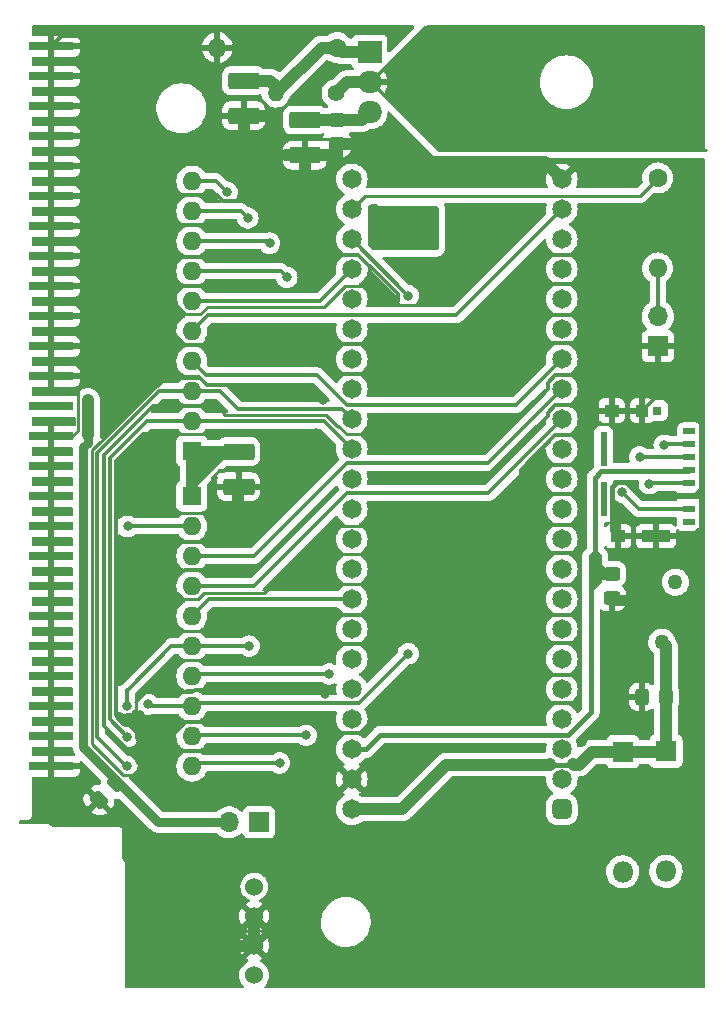
<source format=gbr>
%TF.GenerationSoftware,KiCad,Pcbnew,(6.0.2)*%
%TF.CreationDate,2022-04-19T06:00:42-06:00*%
%TF.ProjectId,F4Lite_THTV1_1,46344c69-7465-45f5-9448-5456315f312e,rev?*%
%TF.SameCoordinates,Original*%
%TF.FileFunction,Copper,L1,Top*%
%TF.FilePolarity,Positive*%
%FSLAX46Y46*%
G04 Gerber Fmt 4.6, Leading zero omitted, Abs format (unit mm)*
G04 Created by KiCad (PCBNEW (6.0.2)) date 2022-04-19 06:00:42*
%MOMM*%
%LPD*%
G01*
G04 APERTURE LIST*
G04 Aperture macros list*
%AMRoundRect*
0 Rectangle with rounded corners*
0 $1 Rounding radius*
0 $2 $3 $4 $5 $6 $7 $8 $9 X,Y pos of 4 corners*
0 Add a 4 corners polygon primitive as box body*
4,1,4,$2,$3,$4,$5,$6,$7,$8,$9,$2,$3,0*
0 Add four circle primitives for the rounded corners*
1,1,$1+$1,$2,$3*
1,1,$1+$1,$4,$5*
1,1,$1+$1,$6,$7*
1,1,$1+$1,$8,$9*
0 Add four rect primitives between the rounded corners*
20,1,$1+$1,$2,$3,$4,$5,0*
20,1,$1+$1,$4,$5,$6,$7,0*
20,1,$1+$1,$6,$7,$8,$9,0*
20,1,$1+$1,$8,$9,$2,$3,0*%
G04 Aperture macros list end*
%TA.AperFunction,SMDPad,CuDef*%
%ADD10R,3.800000X0.750000*%
%TD*%
%TA.AperFunction,ComponentPad*%
%ADD11C,1.524000*%
%TD*%
%TA.AperFunction,SMDPad,CuDef*%
%ADD12RoundRect,0.250001X-1.074999X0.462499X-1.074999X-0.462499X1.074999X-0.462499X1.074999X0.462499X0*%
%TD*%
%TA.AperFunction,SMDPad,CuDef*%
%ADD13R,0.550000X2.910000*%
%TD*%
%TA.AperFunction,SMDPad,CuDef*%
%ADD14R,1.000000X0.500000*%
%TD*%
%TA.AperFunction,SMDPad,CuDef*%
%ADD15R,0.780000X0.720000*%
%TD*%
%TA.AperFunction,SMDPad,CuDef*%
%ADD16R,1.200000X1.050000*%
%TD*%
%TA.AperFunction,SMDPad,CuDef*%
%ADD17R,2.390000X1.050000*%
%TD*%
%TA.AperFunction,SMDPad,CuDef*%
%ADD18R,1.080000X1.050000*%
%TD*%
%TA.AperFunction,ComponentPad*%
%ADD19C,1.270000*%
%TD*%
%TA.AperFunction,ComponentPad*%
%ADD20C,1.600000*%
%TD*%
%TA.AperFunction,ComponentPad*%
%ADD21O,1.600000X1.600000*%
%TD*%
%TA.AperFunction,ComponentPad*%
%ADD22C,1.400000*%
%TD*%
%TA.AperFunction,ComponentPad*%
%ADD23O,1.400000X1.400000*%
%TD*%
%TA.AperFunction,ComponentPad*%
%ADD24R,1.600000X1.600000*%
%TD*%
%TA.AperFunction,ComponentPad*%
%ADD25R,2.000000X1.905000*%
%TD*%
%TA.AperFunction,ComponentPad*%
%ADD26O,2.000000X1.905000*%
%TD*%
%TA.AperFunction,ComponentPad*%
%ADD27R,1.700000X1.700000*%
%TD*%
%TA.AperFunction,ComponentPad*%
%ADD28O,1.700000X1.700000*%
%TD*%
%TA.AperFunction,ComponentPad*%
%ADD29R,1.800000X1.800000*%
%TD*%
%TA.AperFunction,ComponentPad*%
%ADD30O,1.800000X1.800000*%
%TD*%
%TA.AperFunction,SMDPad,CuDef*%
%ADD31RoundRect,0.250000X-0.450000X0.325000X-0.450000X-0.325000X0.450000X-0.325000X0.450000X0.325000X0*%
%TD*%
%TA.AperFunction,ComponentPad*%
%ADD32RoundRect,0.412500X0.412500X0.412500X-0.412500X0.412500X-0.412500X-0.412500X0.412500X-0.412500X0*%
%TD*%
%TA.AperFunction,ComponentPad*%
%ADD33C,1.650000*%
%TD*%
%TA.AperFunction,SMDPad,CuDef*%
%ADD34RoundRect,0.250000X-0.088388X0.548008X-0.548008X0.088388X0.088388X-0.548008X0.548008X-0.088388X0*%
%TD*%
%TA.AperFunction,SMDPad,CuDef*%
%ADD35RoundRect,0.250000X0.325000X0.450000X-0.325000X0.450000X-0.325000X-0.450000X0.325000X-0.450000X0*%
%TD*%
%TA.AperFunction,ViaPad*%
%ADD36C,0.800000*%
%TD*%
%TA.AperFunction,Conductor*%
%ADD37C,0.330000*%
%TD*%
%TA.AperFunction,Conductor*%
%ADD38C,0.450000*%
%TD*%
%TA.AperFunction,Conductor*%
%ADD39C,1.000000*%
%TD*%
%TA.AperFunction,Conductor*%
%ADD40C,0.250000*%
%TD*%
%TA.AperFunction,Conductor*%
%ADD41C,0.750000*%
%TD*%
%TA.AperFunction,Conductor*%
%ADD42C,0.200000*%
%TD*%
G04 APERTURE END LIST*
D10*
%TO.P,J4,1*%
%TO.N,GND*%
X107043220Y-132267960D03*
%TO.P,J4,3*%
X107043220Y-129727960D03*
%TO.P,J4,5*%
X107043220Y-127187960D03*
%TO.P,J4,7*%
X107043220Y-124647960D03*
%TO.P,J4,9*%
X107043220Y-122107960D03*
%TO.P,J4,11*%
X107043220Y-119567960D03*
%TO.P,J4,13*%
X107043220Y-117027960D03*
%TO.P,J4,15*%
X107043220Y-114487960D03*
%TO.P,J4,17*%
X107043220Y-111947960D03*
%TO.P,J4,19*%
X107043220Y-109407960D03*
%TO.P,J4,21*%
X107043220Y-106867960D03*
%TO.P,J4,23*%
X107043220Y-104327960D03*
%TO.P,J4,25*%
%TO.N,Net-(J4-Pad25)*%
X107043220Y-101787960D03*
%TO.P,J4,27*%
%TO.N,GND*%
X107043220Y-99247960D03*
%TO.P,J4,29*%
X107043220Y-96707960D03*
%TO.P,J4,31*%
X107043220Y-94167960D03*
%TO.P,J4,33*%
X107043220Y-91627960D03*
%TO.P,J4,35*%
X107043220Y-89087960D03*
%TO.P,J4,37*%
X107043220Y-86547960D03*
%TO.P,J4,39*%
X107043220Y-84007960D03*
%TO.P,J4,41*%
X107043220Y-81467960D03*
%TO.P,J4,43*%
X107043220Y-78927960D03*
%TO.P,J4,45*%
X107043220Y-76387960D03*
%TO.P,J4,47*%
X107043220Y-73847960D03*
%TO.P,J4,49*%
X107043220Y-71307960D03*
%TD*%
D11*
%TO.P,J2,1*%
%TO.N,Net-(D1-Pad2)*%
X124227580Y-149952080D03*
%TO.P,J2,2*%
%TO.N,GND*%
X124227580Y-147452080D03*
%TO.P,J2,3*%
X124227580Y-144952080D03*
%TO.P,J2,4*%
%TO.N,Net-(J2-Pad4)*%
X124227580Y-142452080D03*
%TD*%
D12*
%TO.P,C2,1*%
%TO.N,+5F*%
X128511300Y-77546200D03*
%TO.P,C2,2*%
%TO.N,GND*%
X128511300Y-80521200D03*
%TD*%
%TO.P,C4,1*%
%TO.N,+2V8*%
X122895360Y-105628440D03*
%TO.P,C4,2*%
%TO.N,GND*%
X122895360Y-108603440D03*
%TD*%
D13*
%TO.P,J5,*%
%TO.N,*%
X153804840Y-105419080D03*
X153804840Y-109609080D03*
D14*
%TO.P,J5,1*%
%TO.N,Net-(J5-Pad1)*%
X161039840Y-103914080D03*
%TO.P,J5,2*%
%TO.N,SD_CS*%
X161039840Y-105014080D03*
%TO.P,J5,3*%
%TO.N,SD_MOSI*%
X161039840Y-106114080D03*
%TO.P,J5,4*%
%TO.N,+3V3*%
X161039840Y-107214080D03*
%TO.P,J5,5*%
%TO.N,SD_CLK*%
X161039840Y-108314080D03*
%TO.P,J5,6*%
%TO.N,GND*%
X161039840Y-109414080D03*
%TO.P,J5,7*%
%TO.N,SD_MISO*%
X161039840Y-110514080D03*
%TO.P,J5,8*%
%TO.N,Net-(J5-Pad8)*%
X161039840Y-111614080D03*
D15*
%TO.P,J5,9*%
%TO.N,Net-(J5-Pad9)*%
X158359840Y-102154080D03*
D16*
%TO.P,J5,10*%
%TO.N,GND*%
X155049840Y-112789080D03*
D17*
%TO.P,J5,11*%
X158234840Y-112789080D03*
D16*
%TO.P,J5,12*%
X154479840Y-102144080D03*
D18*
%TO.P,J5,13*%
X157089840Y-102154080D03*
%TD*%
D19*
%TO.P,F1,1*%
%TO.N,+5VP*%
X158734760Y-121757440D03*
%TO.P,F1,2*%
%TO.N,+5F*%
X159877760Y-116677440D03*
%TD*%
D12*
%TO.P,C1,1*%
%TO.N,Net-(C1-Pad1)*%
X123324620Y-74213060D03*
%TO.P,C1,2*%
%TO.N,GND*%
X123324620Y-77188060D03*
%TD*%
D20*
%TO.P,R1,1*%
%TO.N,Net-(C1-Pad1)*%
X131262120Y-71409560D03*
D21*
%TO.P,R1,2*%
%TO.N,GND*%
X121102120Y-71409560D03*
%TD*%
D22*
%TO.P,R2,1*%
%TO.N,+2V8*%
X131135120Y-75283060D03*
D23*
%TO.P,R2,2*%
%TO.N,Net-(C1-Pad1)*%
X126055120Y-75283060D03*
%TD*%
D24*
%TO.P,RN1,1*%
%TO.N,+2V8*%
X118943120Y-109382560D03*
D21*
%TO.P,RN1,2*%
%TO.N,DBP*%
X118943120Y-111922560D03*
%TO.P,RN1,3*%
%TO.N,BSY*%
X118943120Y-114462560D03*
%TO.P,RN1,4*%
%TO.N,ATN*%
X118943120Y-117002560D03*
%TO.P,RN1,5*%
%TO.N,DB7*%
X118943120Y-119542560D03*
%TO.P,RN1,6*%
%TO.N,DB2*%
X118943120Y-122082560D03*
%TO.P,RN1,7*%
%TO.N,DB6*%
X118943120Y-124622560D03*
%TO.P,RN1,8*%
%TO.N,DB3*%
X118943120Y-127162560D03*
%TO.P,RN1,9*%
%TO.N,DB5*%
X118943120Y-129702560D03*
%TO.P,RN1,10*%
%TO.N,DB4*%
X118943120Y-132242560D03*
%TD*%
D24*
%TO.P,RN2,1*%
%TO.N,+2V8*%
X118943120Y-105572560D03*
D21*
%TO.P,RN2,2*%
%TO.N,DB1*%
X118943120Y-103032560D03*
%TO.P,RN2,3*%
%TO.N,DB0*%
X118943120Y-100492560D03*
%TO.P,RN2,4*%
%TO.N,ACK*%
X118943120Y-97952560D03*
%TO.P,RN2,5*%
%TO.N,RST*%
X118943120Y-95412560D03*
%TO.P,RN2,6*%
%TO.N,MSG*%
X118943120Y-92872560D03*
%TO.P,RN2,7*%
%TO.N,SEL*%
X118943120Y-90332560D03*
%TO.P,RN2,8*%
%TO.N,CD*%
X118943120Y-87792560D03*
%TO.P,RN2,9*%
%TO.N,REQ*%
X118943120Y-85252560D03*
%TO.P,RN2,10*%
%TO.N,IO*%
X118943120Y-82712560D03*
%TD*%
D25*
%TO.P,U1,1*%
%TO.N,Net-(C1-Pad1)*%
X133992620Y-71790560D03*
D26*
%TO.P,U1,2*%
%TO.N,+2V8*%
X133992620Y-74330560D03*
%TO.P,U1,3*%
%TO.N,+5F*%
X133992620Y-76870560D03*
%TD*%
D27*
%TO.P,J1,1*%
%TO.N,Net-(D2-Pad2)*%
X124632720Y-137010140D03*
D28*
%TO.P,J1,2*%
%TO.N,+5V*%
X122092720Y-137010140D03*
%TD*%
D29*
%TO.P,D1,1*%
%TO.N,+5VP*%
X159080200Y-130995420D03*
D30*
%TO.P,D1,2*%
%TO.N,Net-(D1-Pad2)*%
X159080200Y-141155420D03*
%TD*%
D29*
%TO.P,D2,1*%
%TO.N,+5VP*%
X155425140Y-131033520D03*
D30*
%TO.P,D2,2*%
%TO.N,Net-(D2-Pad2)*%
X155425140Y-141193520D03*
%TD*%
D31*
%TO.P,C5,1*%
%TO.N,+3V3*%
X154477720Y-115956300D03*
%TO.P,C5,2*%
%TO.N,GND*%
X154477720Y-118006300D03*
%TD*%
D27*
%TO.P,J3,1*%
%TO.N,GND*%
X158396940Y-96690180D03*
D28*
%TO.P,J3,2*%
%TO.N,Net-(J3-Pad2)*%
X158396940Y-94150180D03*
%TD*%
D20*
%TO.P,R3,1*%
%TO.N,Net-(R3-Pad1)*%
X158376620Y-82453480D03*
D21*
%TO.P,R3,2*%
%TO.N,Net-(J3-Pad2)*%
X158376620Y-90073480D03*
%TD*%
D32*
%TO.P,U2,1*%
%TO.N,Net-(U2-Pad1)*%
X150266400Y-135907780D03*
D33*
%TO.P,U2,2*%
%TO.N,Net-(U2-Pad2)*%
X150266400Y-133367780D03*
%TO.P,U2,3*%
%TO.N,Net-(U2-Pad3)*%
X150266400Y-130827780D03*
%TO.P,U2,4*%
%TO.N,Net-(U2-Pad4)*%
X150266400Y-128287780D03*
%TO.P,U2,5*%
%TO.N,Net-(U2-Pad5)*%
X150266400Y-125747780D03*
%TO.P,U2,6*%
%TO.N,Net-(U2-Pad6)*%
X150266400Y-123207780D03*
%TO.P,U2,7*%
%TO.N,Net-(U2-Pad7)*%
X150266400Y-120667780D03*
%TO.P,U2,8*%
%TO.N,Net-(U2-Pad8)*%
X150266400Y-118127780D03*
%TO.P,U2,9*%
%TO.N,Net-(U2-Pad9)*%
X150266400Y-115587780D03*
%TO.P,U2,10*%
%TO.N,SD_CS*%
X150266400Y-113047780D03*
%TO.P,U2,11*%
%TO.N,SD_CLK*%
X150266400Y-110507780D03*
%TO.P,U2,12*%
%TO.N,SD_MISO*%
X150266400Y-107967780D03*
%TO.P,U2,13*%
%TO.N,SD_MOSI*%
X150266400Y-105427780D03*
%TO.P,U2,14*%
%TO.N,ATN*%
X150266400Y-102887780D03*
%TO.P,U2,15*%
%TO.N,BSY*%
X150266400Y-100347780D03*
%TO.P,U2,16*%
%TO.N,ACK*%
X150266400Y-97807780D03*
%TO.P,U2,17*%
%TO.N,Net-(U2-Pad17)*%
X150266400Y-95267780D03*
%TO.P,U2,18*%
%TO.N,Net-(U2-Pad18)*%
X150266400Y-92727780D03*
%TO.P,U2,19*%
%TO.N,Net-(U2-Pad19)*%
X150266400Y-90187780D03*
%TO.P,U2,20*%
%TO.N,Net-(U2-Pad20)*%
X150266400Y-87647780D03*
%TO.P,U2,21*%
%TO.N,RST*%
X150266400Y-85107780D03*
%TO.P,U2,22*%
%TO.N,GND*%
X150266400Y-82567780D03*
%TO.P,U2,23*%
%TO.N,DBP*%
X132486400Y-82567780D03*
%TO.P,U2,24*%
%TO.N,Net-(R3-Pad1)*%
X132486400Y-85107780D03*
%TO.P,U2,25*%
%TO.N,DB3*%
X132486400Y-87647780D03*
%TO.P,U2,26*%
%TO.N,MSG*%
X132486400Y-90187780D03*
%TO.P,U2,27*%
%TO.N,SEL*%
X132486400Y-92727780D03*
%TO.P,U2,28*%
%TO.N,CD*%
X132486400Y-95267780D03*
%TO.P,U2,29*%
%TO.N,REQ*%
X132486400Y-97807780D03*
%TO.P,U2,30*%
%TO.N,IO*%
X132486400Y-100347780D03*
%TO.P,U2,31*%
%TO.N,DB0*%
X132486400Y-102887780D03*
%TO.P,U2,32*%
%TO.N,DB1*%
X132486400Y-105427780D03*
%TO.P,U2,33*%
%TO.N,DB2*%
X132486400Y-107967780D03*
%TO.P,U2,34*%
%TO.N,DB4*%
X132486400Y-110507780D03*
%TO.P,U2,35*%
%TO.N,DB5*%
X132486400Y-113047780D03*
%TO.P,U2,36*%
%TO.N,DB6*%
X132486400Y-115587780D03*
%TO.P,U2,37*%
%TO.N,DB7*%
X132486400Y-118127780D03*
%TO.P,U2,38*%
%TO.N,Net-(U2-Pad38)*%
X132486400Y-120667780D03*
%TO.P,U2,39*%
%TO.N,Net-(U2-Pad39)*%
X132486400Y-123207780D03*
%TO.P,U2,40*%
%TO.N,Net-(U2-Pad40)*%
X132486400Y-125747780D03*
%TO.P,U2,41*%
%TO.N,Net-(U2-Pad41)*%
X132486400Y-128287780D03*
%TO.P,U2,42*%
%TO.N,+3V3*%
X132486400Y-130827780D03*
%TO.P,U2,43*%
%TO.N,GND*%
X132486400Y-133367780D03*
%TO.P,U2,44*%
%TO.N,+5VP*%
X132486400Y-135907780D03*
%TD*%
D34*
%TO.P,C7,1*%
%TO.N,+5V*%
X112517804Y-133697096D03*
%TO.P,C7,2*%
%TO.N,GND*%
X111068236Y-135146664D03*
%TD*%
D35*
%TO.P,C6,1*%
%TO.N,+5VP*%
X159080200Y-126392940D03*
%TO.P,C6,2*%
%TO.N,GND*%
X157030200Y-126392940D03*
%TD*%
D31*
%TO.P,C3,1*%
%TO.N,+5F*%
X131229100Y-77518260D03*
%TO.P,C3,2*%
%TO.N,GND*%
X131229100Y-79568260D03*
%TD*%
D36*
%TO.N,GND*%
X107043220Y-85331300D03*
X107043220Y-128427480D03*
X107043220Y-72618600D03*
X107043220Y-108216700D03*
X113484660Y-107929680D03*
X120616980Y-125745240D03*
X145958560Y-85745320D03*
X130213100Y-126121160D03*
X134574280Y-118183660D03*
X152016460Y-130195320D03*
X130558540Y-87690960D03*
X123317000Y-78874620D03*
X156544620Y-118468800D03*
X107043220Y-110721140D03*
X113619280Y-113360200D03*
X130055620Y-101252020D03*
X113510060Y-116758720D03*
X148346160Y-130731260D03*
X117203220Y-107533440D03*
X107043220Y-98064320D03*
X122854720Y-110197900D03*
X120616980Y-130817620D03*
X107043220Y-90342720D03*
X129595880Y-119466360D03*
X114520980Y-129755900D03*
X146474180Y-126944120D03*
X117215920Y-116730780D03*
X148295360Y-108021120D03*
X126365000Y-133423660D03*
X157083760Y-104691180D03*
X144757140Y-103685340D03*
X107043220Y-92979240D03*
X129032000Y-107927140D03*
X148366480Y-135900160D03*
X131229100Y-80942180D03*
X151523700Y-124503180D03*
X148351240Y-133510020D03*
X136794240Y-80050640D03*
X107043220Y-87723980D03*
X120690640Y-133456680D03*
X129595880Y-122519440D03*
X130886200Y-96527620D03*
X135633460Y-111472980D03*
X138986260Y-111472980D03*
X138856720Y-99946460D03*
X154531060Y-123654820D03*
X107043220Y-125884940D03*
X114520980Y-127960120D03*
X112026681Y-86131419D03*
X117226080Y-98930460D03*
X157492700Y-114856260D03*
X107043220Y-123474480D03*
X125400000Y-108650000D03*
X120637300Y-123266200D03*
X124851160Y-85026500D03*
X107043220Y-82809080D03*
X120411240Y-86448900D03*
X111760000Y-95140780D03*
X138612880Y-91315540D03*
X129413000Y-104063800D03*
X139735560Y-118183660D03*
X152191720Y-133393180D03*
X107043220Y-130949700D03*
X123202700Y-82943700D03*
X121041160Y-101798120D03*
X128630680Y-131081780D03*
X114520980Y-131815840D03*
X135117840Y-107871260D03*
X151880559Y-106777779D03*
X107043220Y-113304320D03*
X113306860Y-124477780D03*
X107043220Y-118313200D03*
X142356840Y-107802680D03*
X159691300Y-109414080D03*
X107043220Y-80264000D03*
X107043220Y-133784340D03*
X111950481Y-83515219D03*
X154467560Y-120332500D03*
X120690640Y-119951500D03*
X107043220Y-105656380D03*
X126842520Y-87276940D03*
X120835420Y-97810320D03*
X107043220Y-77741780D03*
X138617960Y-104167940D03*
X128323340Y-90350340D03*
X130512820Y-116306600D03*
X107043220Y-120873520D03*
X148051520Y-90515440D03*
X156306520Y-108455460D03*
X107043220Y-115712240D03*
X120627140Y-128308100D03*
X107043220Y-95407480D03*
X128511300Y-82120740D03*
X120700800Y-115717320D03*
X120766840Y-95422720D03*
X148206460Y-110619540D03*
X107043220Y-75125580D03*
X135816340Y-78958440D03*
X120412510Y-91664790D03*
X120459500Y-83921600D03*
%TO.N,+2V8*%
X150431500Y-71254620D03*
X139029440Y-87663020D03*
X138737340Y-85770720D03*
X147810220Y-73139300D03*
X134551420Y-86611460D03*
X153052780Y-73118980D03*
X137911840Y-86954360D03*
X147789900Y-70192900D03*
X134706360Y-85427820D03*
X134706360Y-87797640D03*
X152913080Y-70172580D03*
%TO.N,+5V*%
X110136940Y-102273100D03*
X110136940Y-101269800D03*
%TO.N,SD_CS*%
X158940500Y-105082340D03*
%TO.N,SD_CLK*%
X157675580Y-108325920D03*
%TO.N,SD_MISO*%
X155366720Y-109044740D03*
%TO.N,SD_MOSI*%
X156855160Y-106070400D03*
%TO.N,DBP*%
X113497360Y-111947960D03*
%TO.N,SEL*%
X126979680Y-90860880D03*
%TO.N,CD*%
X125521720Y-87972900D03*
%TO.N,REQ*%
X123685300Y-85839300D03*
%TO.N,IO*%
X121930160Y-83654900D03*
%TO.N,DB6*%
X130573780Y-124447300D03*
%TO.N,DB5*%
X128605280Y-129633980D03*
%TO.N,DB4*%
X126367540Y-131980940D03*
%TO.N,DB3*%
X137248900Y-92410280D03*
X115209320Y-127005080D03*
X137259551Y-122735831D03*
%TO.N,DB2*%
X123797060Y-122082560D03*
X113451640Y-127193040D03*
%TO.N,DB1*%
X113477040Y-129743200D03*
%TO.N,DB0*%
X113436400Y-132267960D03*
%TD*%
D37*
%TO.N,GND*%
X159691300Y-109414080D02*
X159691300Y-109414080D01*
D38*
X156544620Y-118468800D02*
X157097120Y-118468800D01*
D37*
X107043220Y-72618600D02*
X107043220Y-75125580D01*
X107043220Y-75125580D02*
X107043220Y-77741780D01*
X107043220Y-77741780D02*
X107043220Y-80264000D01*
X107043220Y-80264000D02*
X107043220Y-82809080D01*
X107043220Y-82809080D02*
X107043220Y-85331300D01*
X107043220Y-85331300D02*
X107043220Y-87723980D01*
X107043220Y-87723980D02*
X107043220Y-90342720D01*
X107043220Y-90342720D02*
X107043220Y-92979240D01*
X107043220Y-92979240D02*
X107043220Y-95407480D01*
X107043220Y-95407480D02*
X107043220Y-98064320D01*
X107043220Y-98064320D02*
X107043220Y-99247960D01*
X107043220Y-105656380D02*
X107043220Y-108216700D01*
X107043220Y-108216700D02*
X107043220Y-110721140D01*
X107043220Y-110721140D02*
X107043220Y-113304320D01*
X107043220Y-113304320D02*
X107043220Y-115712240D01*
X107043220Y-115712240D02*
X107043220Y-118313200D01*
X107043220Y-118313200D02*
X107043220Y-120873520D01*
X107043220Y-120873520D02*
X107043220Y-123474480D01*
X107043220Y-123474480D02*
X107043220Y-125884940D01*
X107043220Y-125884940D02*
X107043220Y-128427480D01*
X107043220Y-128427480D02*
X107043220Y-130949700D01*
X107043220Y-130949700D02*
X107043220Y-133784340D01*
D38*
X155951821Y-108408839D02*
X155762721Y-108219739D01*
D37*
X120528080Y-89118440D02*
X120528080Y-89118440D01*
X120411240Y-86448900D02*
X120411240Y-86448900D01*
X120459500Y-83921600D02*
X121064658Y-83921600D01*
X107043220Y-133784340D02*
X107043220Y-135171820D01*
X114520980Y-129755900D02*
X114520980Y-129755900D01*
X114520980Y-127960120D02*
X114520980Y-127960120D01*
X117390222Y-98794258D02*
X116198821Y-97602857D01*
D39*
X128511300Y-82120740D02*
X128511300Y-82120740D01*
X131229100Y-80942180D02*
X131229100Y-80942180D01*
D37*
X148708099Y-121857781D02*
X151255719Y-121857781D01*
D40*
X135323580Y-120253760D02*
X134604760Y-120253760D01*
D37*
X113492280Y-127960120D02*
X113116386Y-128336014D01*
X122626120Y-111343440D02*
X120705880Y-113263680D01*
D40*
X117815360Y-99352100D02*
X118234460Y-99352100D01*
D37*
X116198821Y-97602857D02*
X114355063Y-97602857D01*
X111476080Y-105947036D02*
X111476080Y-128874442D01*
D40*
X120625260Y-107814720D02*
X121221500Y-107218480D01*
D37*
X114520980Y-127960120D02*
X113492280Y-127960120D01*
D40*
X135884920Y-93225620D02*
X138015245Y-93225620D01*
D37*
X117970300Y-99352100D02*
X118359378Y-99352100D01*
X114764647Y-104157561D02*
X117147559Y-104157561D01*
X118430040Y-128473200D02*
X119644160Y-128473200D01*
X131394200Y-99085400D02*
X133644640Y-99085400D01*
D39*
X128511300Y-80521200D02*
X128511300Y-82120740D01*
D40*
X134604760Y-120253760D02*
X133743700Y-119392700D01*
D39*
X120997980Y-147452080D02*
X124227580Y-147452080D01*
D37*
X112536100Y-127905640D02*
X112536100Y-106386108D01*
X121500900Y-115658900D02*
X118349006Y-115658900D01*
X107043220Y-91627960D02*
X109921040Y-91627960D01*
D40*
X130512820Y-116306600D02*
X130512820Y-114800380D01*
D37*
X147947380Y-110685580D02*
X149113240Y-111851440D01*
X148936699Y-114237781D02*
X151522441Y-114237781D01*
D40*
X110456060Y-130360622D02*
X113088399Y-132992961D01*
D39*
X124227580Y-144952080D02*
X124227580Y-147452080D01*
D40*
X131229100Y-79568260D02*
X131160740Y-79568260D01*
X114946841Y-125997559D02*
X114138001Y-126806399D01*
D41*
X114452041Y-129275199D02*
X113665282Y-128488440D01*
D37*
X161869840Y-109414080D02*
X161039840Y-109414080D01*
D39*
X131229100Y-79568260D02*
X131229100Y-80942180D01*
D40*
X107043220Y-104327960D02*
X108831380Y-104327960D01*
X135633460Y-111472980D02*
X133873240Y-111472980D01*
X131934399Y-91577779D02*
X134237079Y-91577779D01*
D37*
X146781520Y-110685580D02*
X146781520Y-107151458D01*
D40*
X120625260Y-108056020D02*
X120901460Y-107779820D01*
D37*
X157079840Y-102144080D02*
X157089840Y-102154080D01*
D40*
X119649682Y-99352100D02*
X120195782Y-99898200D01*
D37*
X149076399Y-100343981D02*
X149076399Y-99776579D01*
X116972080Y-86448900D02*
X116972080Y-83921600D01*
X131460240Y-88988900D02*
X133048722Y-88988900D01*
X114363500Y-127960120D02*
X114060531Y-127657151D01*
X142356840Y-107802680D02*
X143847820Y-107802680D01*
X120944640Y-98033840D02*
X120944640Y-97449640D01*
X116809520Y-98930460D02*
X114773366Y-100966614D01*
X119204740Y-125778260D02*
X118985441Y-125997559D01*
X121064658Y-83921600D02*
X121567578Y-84424520D01*
D40*
X113909544Y-132992961D02*
X114520980Y-132381525D01*
D37*
X107911180Y-70440000D02*
X107043220Y-71307960D01*
X131150360Y-88282780D02*
X131150360Y-88679020D01*
D40*
X130149608Y-93362570D02*
X131934399Y-91577779D01*
D37*
X145074640Y-99946460D02*
X148563319Y-96457781D01*
D39*
X113508230Y-137331936D02*
X113508230Y-139962330D01*
D40*
X116779040Y-107541060D02*
X116779040Y-104526080D01*
X112548501Y-127918041D02*
X112536100Y-127905640D01*
X120596441Y-110797559D02*
X117634801Y-110797559D01*
X114176641Y-126845039D02*
X114176641Y-127541041D01*
D37*
X149695199Y-101697779D02*
X151009339Y-101697779D01*
D38*
X161989840Y-109414080D02*
X161989840Y-108879082D01*
D40*
X131336399Y-103439781D02*
X131191379Y-103439781D01*
D37*
X161271842Y-112789080D02*
X162010091Y-112050831D01*
X148932900Y-88960960D02*
X151584660Y-88960960D01*
X115831620Y-91081860D02*
X117043200Y-91081860D01*
X130886200Y-98577400D02*
X131394200Y-99085400D01*
X118383919Y-96577561D02*
X117378480Y-95572122D01*
D39*
X128511300Y-80521200D02*
X126907900Y-80521200D01*
D40*
X122626120Y-110070900D02*
X121323100Y-110070900D01*
D38*
X154970719Y-108219739D02*
X154541719Y-108648739D01*
D40*
X123317000Y-78874620D02*
X124995940Y-78874620D01*
X129595880Y-119466360D02*
X131081780Y-119466360D01*
D37*
X116972080Y-83921600D02*
X120459500Y-83921600D01*
X144757140Y-103685340D02*
X145735040Y-103685340D01*
D40*
X132064558Y-104167940D02*
X138617960Y-104167940D01*
D37*
X113477040Y-98958400D02*
X113375440Y-98856800D01*
X149695199Y-99157779D02*
X151199839Y-99157779D01*
D38*
X162087560Y-108781362D02*
X162087560Y-103411020D01*
D39*
X130808120Y-80521200D02*
X131229100Y-80942180D01*
D40*
X111608320Y-86858560D02*
X113868200Y-89118440D01*
D37*
X114520980Y-131815840D02*
X114520980Y-129755900D01*
X134009172Y-89920098D02*
X136392920Y-92303846D01*
D38*
X161039840Y-109414080D02*
X161454842Y-109414080D01*
D37*
X121041160Y-101798120D02*
X115624996Y-101798120D01*
X146474180Y-126944120D02*
X148795740Y-124622560D01*
D40*
X114138001Y-126806399D02*
X114176641Y-126845039D01*
D37*
X117556280Y-91594940D02*
X120124220Y-91594940D01*
X114520980Y-129755900D02*
X114520980Y-127960120D01*
D40*
X131081780Y-119466360D02*
X133459220Y-119466360D01*
D37*
X109865160Y-95346520D02*
X113238280Y-98719640D01*
D40*
X130294148Y-102542550D02*
X121785590Y-102542550D01*
D37*
X155049840Y-112789080D02*
X161271842Y-112789080D01*
D39*
X123324620Y-77188060D02*
X125663960Y-77188060D01*
D40*
X125059440Y-117622320D02*
X119988362Y-117622320D01*
X114520980Y-132381525D02*
X114520980Y-131815840D01*
D37*
X114417478Y-131815840D02*
X114520980Y-131815840D01*
D38*
X156957062Y-109414080D02*
X155951821Y-108408839D01*
D37*
X146781520Y-110685580D02*
X147947380Y-110685580D01*
X146474180Y-116700300D02*
X148936699Y-114237781D01*
D40*
X125354080Y-76408280D02*
X124772420Y-75826620D01*
D37*
X117226080Y-98930460D02*
X116809520Y-98930460D01*
X133459220Y-119298720D02*
X133459220Y-119466360D01*
X117378480Y-95572122D02*
X117378480Y-95150940D01*
X115624996Y-101798120D02*
X111476080Y-105947036D01*
X149076399Y-102574101D02*
X149076399Y-102316579D01*
X107043220Y-71307960D02*
X107043220Y-72618600D01*
X151009339Y-101697779D02*
X151043640Y-101732080D01*
X148795740Y-109240320D02*
X151302720Y-109240320D01*
D40*
X121221500Y-107218480D02*
X121975880Y-107218480D01*
X125354080Y-78516480D02*
X125354080Y-76408280D01*
D37*
X148725901Y-106777779D02*
X151471619Y-106777779D01*
D40*
X116779040Y-104526080D02*
X117147559Y-104157561D01*
D37*
X147892781Y-119477779D02*
X151265901Y-119477779D01*
D40*
X133670040Y-119466360D02*
X133743700Y-119392700D01*
D37*
X147350480Y-110685580D02*
X148795740Y-109240320D01*
D38*
X159691300Y-109414080D02*
X156957062Y-109414080D01*
D39*
X131229100Y-79568260D02*
X132926040Y-79568260D01*
D38*
X155762721Y-108219739D02*
X154970719Y-108219739D01*
D39*
X107043220Y-136671610D02*
X107264200Y-136892590D01*
X123317000Y-77195680D02*
X123324620Y-77188060D01*
D37*
X114760666Y-100966614D02*
X111320580Y-104406700D01*
X148051520Y-90515440D02*
X148051520Y-93720920D01*
X148051520Y-90515440D02*
X148051520Y-89842340D01*
X116759440Y-130038560D02*
X117647720Y-130926840D01*
X133979920Y-89920098D02*
X134009172Y-89920098D01*
D41*
X114487960Y-129755900D02*
X114452041Y-129719981D01*
D37*
X146781520Y-107151458D02*
X149695199Y-104237779D01*
X134574280Y-118183660D02*
X133459220Y-119298720D01*
D38*
X161989840Y-109414080D02*
X162010091Y-109434331D01*
X162087560Y-103411020D02*
X162087560Y-102971600D01*
D40*
X130512820Y-114800380D02*
X131030980Y-114282220D01*
D39*
X150266400Y-82567780D02*
X148826220Y-81127600D01*
D37*
X114355063Y-97602857D02*
X113238280Y-98719640D01*
X119568573Y-99327559D02*
X120203564Y-99962550D01*
D40*
X121041160Y-101798120D02*
X118231920Y-101798120D01*
D37*
X145735040Y-103685340D02*
X149076399Y-100343981D01*
D40*
X134237079Y-91577779D02*
X135884920Y-93225620D01*
D37*
X146474180Y-124091700D02*
X148708099Y-121857781D01*
D39*
X128511300Y-80521200D02*
X130808120Y-80521200D01*
D37*
X146474180Y-126944120D02*
X146474180Y-116700300D01*
X113238280Y-98719640D02*
X113477040Y-98958400D01*
X154479840Y-102144080D02*
X157079840Y-102144080D01*
X117815360Y-99219396D02*
X117390222Y-98794258D01*
D40*
X117637560Y-93232002D02*
X118403119Y-93997561D01*
X131030980Y-114282220D02*
X134091680Y-114282220D01*
X120202960Y-120815100D02*
X118013480Y-120815100D01*
X121533920Y-125778260D02*
X118419880Y-125778260D01*
D37*
X148051520Y-93720920D02*
X148408379Y-94077779D01*
D40*
X119988362Y-117622320D02*
X119483121Y-118127561D01*
D37*
X148986240Y-91450160D02*
X151163020Y-91450160D01*
X133175999Y-129477781D02*
X131486899Y-129477781D01*
X148877020Y-124541280D02*
X151363680Y-124541280D01*
D41*
X113268812Y-128488440D02*
X113116386Y-128336014D01*
D40*
X138015245Y-93225620D02*
X139166600Y-92074265D01*
D37*
X138856720Y-99946460D02*
X145074640Y-99946460D01*
X120072561Y-96577561D02*
X118383919Y-96577561D01*
X122626120Y-110070900D02*
X122626120Y-111343440D01*
X129595880Y-122519440D02*
X130220720Y-122519440D01*
X118985441Y-125997559D02*
X115777667Y-125997559D01*
X148525241Y-116937779D02*
X151738341Y-116937779D01*
D39*
X113508230Y-139962330D02*
X120997980Y-147452080D01*
D37*
X130886200Y-96527620D02*
X133812280Y-96527620D01*
X146474180Y-118988840D02*
X148525241Y-116937779D01*
X149695199Y-104237779D02*
X151260799Y-104237779D01*
X120944640Y-97449640D02*
X120072561Y-96577561D01*
X120705880Y-113263680D02*
X117866160Y-113263680D01*
X117815360Y-99352100D02*
X117815360Y-99219396D01*
X116972080Y-86448900D02*
X120411240Y-86448900D01*
D40*
X126375160Y-116306600D02*
X125059440Y-117622320D01*
D37*
X113868200Y-89118440D02*
X116972080Y-89118440D01*
D40*
X108831380Y-104327960D02*
X109311930Y-103847410D01*
D38*
X154541719Y-108648739D02*
X154541719Y-112280959D01*
D37*
X130789680Y-121950480D02*
X133891020Y-121950480D01*
X134009172Y-89920098D02*
X134009172Y-90478652D01*
D40*
X119665141Y-93997561D02*
X120300132Y-93362570D01*
D37*
X158396940Y-96690180D02*
X158396940Y-100846980D01*
D40*
X131191379Y-103439781D02*
X130294148Y-102542550D01*
X133873240Y-111472980D02*
X133448441Y-111897779D01*
D37*
X130886200Y-96527620D02*
X130886200Y-98577400D01*
X143847820Y-107802680D02*
X149076399Y-102574101D01*
X110200000Y-70440000D02*
X107911180Y-70440000D01*
D38*
X154541719Y-112280959D02*
X155049840Y-112789080D01*
D37*
X117647720Y-130926840D02*
X119923560Y-130926840D01*
D38*
X162087560Y-102971600D02*
X161795460Y-102679500D01*
D37*
X133670040Y-119466360D02*
X131081780Y-119466360D01*
D39*
X122854720Y-108644080D02*
X122895360Y-108603440D01*
X107043220Y-133784340D02*
X107043220Y-136671610D01*
D40*
X118234460Y-99352100D02*
X119649682Y-99352100D01*
D41*
X113665282Y-128488440D02*
X113268812Y-128488440D01*
D38*
X161454842Y-109414080D02*
X162087560Y-108781362D01*
D40*
X110456060Y-105524532D02*
X110456060Y-130360622D01*
D37*
X146474180Y-126944120D02*
X146474180Y-124091700D01*
X146781520Y-108722160D02*
X148725901Y-106777779D01*
X161039840Y-109414080D02*
X159691300Y-109414080D01*
D40*
X130512820Y-116306600D02*
X131069080Y-116862860D01*
X120300132Y-93362570D02*
X130149608Y-93362570D01*
X113088399Y-132992961D02*
X113909544Y-132992961D01*
X117637560Y-92887800D02*
X117637560Y-93232002D01*
D37*
X148051520Y-90515440D02*
X148986240Y-91450160D01*
D41*
X114452041Y-129719981D02*
X114452041Y-129275199D01*
X113116386Y-128336014D02*
X112751896Y-127971524D01*
D37*
X130558540Y-87690960D02*
X131150360Y-88282780D01*
X130220720Y-122519440D02*
X130789680Y-121950480D01*
X158396940Y-100846980D02*
X157089840Y-102154080D01*
D40*
X120625260Y-108547560D02*
X120625260Y-108056020D01*
X118403119Y-93997561D02*
X119665141Y-93997561D01*
D38*
X154477720Y-118468800D02*
X156544620Y-118468800D01*
D37*
X121533920Y-125778260D02*
X119204740Y-125778260D01*
X131150360Y-88679020D02*
X131460240Y-88988900D01*
X146474180Y-124833380D02*
X146474180Y-118988840D01*
D39*
X113068884Y-136892590D02*
X113508230Y-137331936D01*
D37*
X149076399Y-99776579D02*
X149695199Y-99157779D01*
D40*
X131336399Y-103439781D02*
X132064558Y-104167940D01*
X118234460Y-99352100D02*
X117970300Y-99352100D01*
D37*
X116972080Y-89118440D02*
X120528080Y-89118440D01*
X116972080Y-83921600D02*
X116972080Y-82331560D01*
X149076399Y-102316579D02*
X149695199Y-101697779D01*
X133048722Y-88988900D02*
X133979920Y-89920098D01*
D40*
X108358940Y-99247960D02*
X107043220Y-99247960D01*
X115831620Y-91081860D02*
X117637560Y-92887800D01*
X117970300Y-99352100D02*
X116628492Y-99352100D01*
D37*
X111476080Y-128874442D02*
X114417478Y-131815840D01*
X121567578Y-84424520D02*
X123517660Y-84424520D01*
D40*
X131069080Y-116862860D02*
X133497320Y-116862860D01*
D37*
X114773366Y-100966614D02*
X114760666Y-100966614D01*
X112536100Y-106386108D02*
X114764647Y-104157561D01*
D38*
X161039840Y-109414080D02*
X161989840Y-109414080D01*
D40*
X113799641Y-127918041D02*
X112548501Y-127918041D01*
D38*
X161989840Y-108879082D02*
X162087560Y-108781362D01*
D37*
X149113240Y-111851440D02*
X151122380Y-111851440D01*
X148795740Y-124622560D02*
X148877020Y-124541280D01*
X116972080Y-89118440D02*
X116972080Y-86448900D01*
X128766150Y-99962550D02*
X130055620Y-101252020D01*
D40*
X118221099Y-118127561D02*
X117715858Y-117622320D01*
D38*
X157097120Y-118468800D02*
X158234840Y-117331080D01*
D37*
X120203564Y-99962550D02*
X128766150Y-99962550D01*
D39*
X123317000Y-78874620D02*
X123317000Y-77195680D01*
D37*
X146474180Y-124833380D02*
X146474180Y-120896380D01*
D40*
X120934480Y-120083580D02*
X120202960Y-120815100D01*
X130718560Y-79126080D02*
X129715260Y-79126080D01*
D37*
X118383919Y-99327559D02*
X119568573Y-99327559D01*
D40*
X113868200Y-89118440D02*
X115831620Y-91081860D01*
D38*
X158234840Y-117331080D02*
X158234840Y-112789080D01*
D40*
X116628492Y-99352100D02*
X110456060Y-105524532D01*
X131160740Y-79568260D02*
X130718560Y-79126080D01*
D39*
X122854720Y-110197900D02*
X122854720Y-108644080D01*
D37*
X117043200Y-91081860D02*
X117556280Y-91594940D01*
D40*
X121602500Y-123273820D02*
X117721380Y-123273820D01*
X109311930Y-103847410D02*
X109311930Y-100200950D01*
X133448441Y-111897779D02*
X131163679Y-111897779D01*
D37*
X146474180Y-120896380D02*
X147892781Y-119477779D01*
D40*
X139166600Y-92074265D02*
X139166600Y-91508580D01*
D41*
X114520980Y-129755900D02*
X114487960Y-129755900D01*
D39*
X148826220Y-81127600D02*
X135592820Y-81127600D01*
D37*
X148051520Y-89842340D02*
X148932900Y-88960960D01*
D40*
X114176641Y-127541041D02*
X114060531Y-127657151D01*
X119483121Y-118127561D02*
X118221099Y-118127561D01*
X121602500Y-120083580D02*
X120934480Y-120083580D01*
D37*
X116864680Y-130038560D02*
X118430040Y-128473200D01*
D40*
X130512820Y-116306600D02*
X126375160Y-116306600D01*
D37*
X148563319Y-96457781D02*
X151537659Y-96457781D01*
D40*
X120625260Y-108547560D02*
X120625260Y-107814720D01*
D37*
X146474180Y-126944120D02*
X151190960Y-126944120D01*
D40*
X133459220Y-119466360D02*
X133670040Y-119466360D01*
D37*
X107043220Y-104327960D02*
X107043220Y-105656380D01*
D40*
X124995940Y-78874620D02*
X125354080Y-78516480D01*
X121785590Y-102542550D02*
X121041160Y-101798120D01*
D37*
X135709660Y-126944120D02*
X133175999Y-129477781D01*
X136392920Y-92303846D02*
X136392920Y-92903040D01*
X146474180Y-126944120D02*
X135709660Y-126944120D01*
D40*
X117147559Y-104157561D02*
X120025379Y-104157561D01*
X118231920Y-101798120D02*
X118064280Y-101798120D01*
X121602500Y-123273820D02*
X118469378Y-123273820D01*
D38*
X162010091Y-109434331D02*
X162010091Y-112050831D01*
D37*
X146474180Y-126944120D02*
X146474180Y-124833380D01*
X148408379Y-94077779D02*
X151387821Y-94077779D01*
D40*
X118231920Y-101798120D02*
X118143020Y-101798120D01*
D37*
X146781520Y-110685580D02*
X147350480Y-110685580D01*
D39*
X128671540Y-107566680D02*
X129032000Y-107927140D01*
D37*
X146781520Y-110685580D02*
X146781520Y-108722160D01*
X118359378Y-99352100D02*
X118383919Y-99327559D01*
D39*
X107264200Y-136892590D02*
X113068884Y-136892590D01*
D40*
X121323100Y-110070900D02*
X120596441Y-110797559D01*
D37*
X114520980Y-127960120D02*
X114363500Y-127960120D01*
D40*
X114060531Y-127657151D02*
X113799641Y-127918041D01*
X115777667Y-125997559D02*
X114946841Y-125997559D01*
D39*
%TO.N,+2V8*%
X134528560Y-87396320D02*
X134444740Y-87312500D01*
X134444740Y-86456520D02*
X134444740Y-85242400D01*
X134722870Y-85520530D02*
X134444740Y-85242400D01*
D41*
X121015760Y-105572560D02*
X118943120Y-107645200D01*
D39*
X132087620Y-74330560D02*
X131135120Y-75283060D01*
D40*
X133992620Y-74330560D02*
X134096760Y-74330560D01*
X133992620Y-74330560D02*
X147109180Y-74330560D01*
D39*
X138927840Y-87396320D02*
X134528560Y-87396320D01*
D40*
X138696700Y-69682360D02*
X161983420Y-69682360D01*
X134048500Y-74330560D02*
X138696700Y-69682360D01*
X139870180Y-80103980D02*
X162306000Y-80103980D01*
D39*
X138201400Y-86121240D02*
X135323580Y-86121240D01*
X135323580Y-86121240D02*
X134722870Y-85520530D01*
D42*
X133957060Y-88155780D02*
X133957060Y-84929980D01*
D39*
X134444740Y-87312500D02*
X134444740Y-86456520D01*
D42*
X139768580Y-88386920D02*
X139659360Y-88496140D01*
D39*
X118999000Y-105628440D02*
X118943120Y-105572560D01*
D40*
X133992620Y-74330560D02*
X134048500Y-74330560D01*
D42*
X139654280Y-84889340D02*
X139768580Y-85003640D01*
D39*
X122895360Y-105628440D02*
X121570360Y-105628440D01*
D40*
X134096760Y-74330560D02*
X139870180Y-80103980D01*
D42*
X134444740Y-85242400D02*
X134444740Y-85189060D01*
D39*
X119001540Y-105630980D02*
X118943120Y-105572560D01*
D42*
X139659360Y-88496140D02*
X134297420Y-88496140D01*
D39*
X121570360Y-105628440D02*
X118943120Y-108255680D01*
X118943120Y-106725720D02*
X118943120Y-105572560D01*
D42*
X139768580Y-85003640D02*
X139768580Y-88386920D01*
D41*
X120096280Y-105572560D02*
X118943120Y-106725720D01*
D39*
X118943120Y-108255680D02*
X118943120Y-109382560D01*
X134528560Y-87396320D02*
X134528560Y-87396320D01*
D42*
X134744460Y-84889340D02*
X139654280Y-84889340D01*
D39*
X122895360Y-105628440D02*
X118999000Y-105628440D01*
D42*
X133957060Y-84929980D02*
X134119620Y-84767420D01*
X134119620Y-84767420D02*
X134650480Y-84767420D01*
D39*
X133992620Y-74330560D02*
X132087620Y-74330560D01*
X118943120Y-109382560D02*
X118943120Y-107645200D01*
D41*
X118943120Y-107930560D02*
X118943120Y-109382560D01*
D39*
X118943120Y-107645200D02*
X118943120Y-106725720D01*
D41*
X121301120Y-105572560D02*
X118943120Y-107930560D01*
D42*
X134297420Y-88496140D02*
X133957060Y-88155780D01*
D40*
X162306000Y-80103980D02*
X162451690Y-80103980D01*
D42*
X134444740Y-85189060D02*
X134744460Y-84889340D01*
D39*
%TO.N,+5V*%
X110136940Y-101269800D02*
X110136940Y-104211120D01*
X122092720Y-137010140D02*
X121869019Y-137233841D01*
D41*
X110136940Y-104211120D02*
X110136940Y-104853689D01*
X116115616Y-137010140D02*
X122092720Y-137010140D01*
X109756050Y-130650574D02*
X116115616Y-137010140D01*
X110136940Y-104853689D02*
X109756050Y-105234579D01*
X109756050Y-105234579D02*
X109756050Y-130650574D01*
D37*
%TO.N,SD_CS*%
X159008760Y-105014080D02*
X158940500Y-105082340D01*
X161039840Y-105014080D02*
X159008760Y-105014080D01*
%TO.N,SD_CLK*%
X161039840Y-108314080D02*
X157687420Y-108314080D01*
X157687420Y-108314080D02*
X157675580Y-108325920D01*
%TO.N,SD_MISO*%
X161039840Y-110514080D02*
X156836060Y-110514080D01*
X156836060Y-110514080D02*
X155366720Y-109044740D01*
%TO.N,SD_MOSI*%
X161039840Y-106114080D02*
X156898840Y-106114080D01*
X156898840Y-106114080D02*
X156855160Y-106070400D01*
%TO.N,ATN*%
X132075197Y-109157781D02*
X143996399Y-109157781D01*
X124230418Y-117002560D02*
X132075197Y-109157781D01*
X118943120Y-117002560D02*
X124230418Y-117002560D01*
X143996399Y-109157781D02*
X150266400Y-102887780D01*
%TO.N,BSY*%
X124230418Y-114462560D02*
X132075197Y-106617781D01*
X143996399Y-106617781D02*
X150266400Y-100347780D01*
X118943120Y-114462560D02*
X124230418Y-114462560D01*
X132075197Y-106617781D02*
X143996399Y-106617781D01*
%TO.N,DBP*%
X118943120Y-111922560D02*
X113522760Y-111922560D01*
X113522760Y-111922560D02*
X113497360Y-111947960D01*
%TO.N,ACK*%
X132045998Y-101668580D02*
X146405600Y-101668580D01*
X129535197Y-99157779D02*
X132045998Y-101668580D01*
X118943120Y-97952560D02*
X120148339Y-99157779D01*
X146405600Y-101668580D02*
X150266400Y-97807780D01*
X120148339Y-99157779D02*
X129535197Y-99157779D01*
%TO.N,RST*%
X141296401Y-94077779D02*
X120277901Y-94077779D01*
X150266400Y-85107780D02*
X141296401Y-94077779D01*
X120277901Y-94077779D02*
X118943120Y-95412560D01*
%TO.N,MSG*%
X129801620Y-92872560D02*
X118943120Y-92872560D01*
X132486400Y-90187780D02*
X129801620Y-92872560D01*
%TO.N,SEL*%
X126451360Y-90332560D02*
X126979680Y-90860880D01*
X118943120Y-90332560D02*
X126451360Y-90332560D01*
%TO.N,CD*%
X118943120Y-87792560D02*
X125341380Y-87792560D01*
X125341380Y-87792560D02*
X125521720Y-87972900D01*
%TO.N,REQ*%
X118943120Y-85252560D02*
X123098560Y-85252560D01*
X123098560Y-85252560D02*
X123685300Y-85839300D01*
%TO.N,IO*%
X118943120Y-82712560D02*
X120987820Y-82712560D01*
X120987820Y-82712560D02*
X121930160Y-83654900D01*
%TO.N,DB7*%
X120357900Y-118127780D02*
X118943120Y-119542560D01*
X132486400Y-118127780D02*
X120357900Y-118127780D01*
%TO.N,DB6*%
X119118380Y-124447300D02*
X118943120Y-124622560D01*
X130573780Y-124447300D02*
X119118380Y-124447300D01*
%TO.N,DB5*%
X128605280Y-129633980D02*
X119011700Y-129633980D01*
X119011700Y-129633980D02*
X118943120Y-129702560D01*
%TO.N,DB4*%
X126367540Y-131980940D02*
X119204740Y-131980940D01*
X119204740Y-131980940D02*
X118943120Y-132242560D01*
%TO.N,DB3*%
X137248900Y-92410280D02*
X137248900Y-92410280D01*
X115376960Y-127162560D02*
X115376960Y-127162560D01*
X118943120Y-127162560D02*
X115376960Y-127162560D01*
X137259551Y-122735831D02*
X133057601Y-126937781D01*
X132486400Y-87647780D02*
X137248900Y-92410280D01*
X119167899Y-126937781D02*
X118943120Y-127162560D01*
X133057601Y-126937781D02*
X119167899Y-126937781D01*
%TO.N,DB2*%
X123797060Y-122082560D02*
X123797060Y-122082560D01*
X118943120Y-122082560D02*
X123797060Y-122082560D01*
X118943120Y-122082560D02*
X117210840Y-122082560D01*
X113451640Y-127193040D02*
X113451640Y-125841760D01*
X117210840Y-122082560D02*
X113609120Y-125684280D01*
X113451640Y-125841760D02*
X113609120Y-125684280D01*
%TO.N,DB1*%
X113477040Y-129743200D02*
X113477040Y-129743200D01*
X118943120Y-103032560D02*
X115140102Y-103032560D01*
X130091180Y-103032560D02*
X132486400Y-105427780D01*
X115140102Y-103032560D02*
X112006090Y-106166572D01*
X118943120Y-103032560D02*
X130091180Y-103032560D01*
X112006090Y-128272250D02*
X113477040Y-129743200D01*
X112006090Y-106166572D02*
X112006090Y-128272250D01*
%TO.N,DB0*%
X116181010Y-100492560D02*
X110946070Y-105727500D01*
X110946070Y-105727500D02*
X110946070Y-129808110D01*
X131651160Y-102052540D02*
X122847520Y-102052540D01*
X132486400Y-102887780D02*
X131651160Y-102052540D01*
X122847520Y-102052540D02*
X121287540Y-100492560D01*
X118943120Y-100492560D02*
X116181010Y-100492560D01*
X121287540Y-100492560D02*
X118943120Y-100492560D01*
X110946070Y-129808110D02*
X113426240Y-132288280D01*
D38*
%TO.N,+3V3*%
X153095960Y-114467640D02*
X152927039Y-114298719D01*
X153398220Y-115676680D02*
X153398220Y-114515900D01*
X161039840Y-107214080D02*
X160954839Y-107299081D01*
X153398220Y-116573300D02*
X153398220Y-115676680D01*
X153398220Y-114515900D02*
X153449020Y-114465100D01*
X153104839Y-107814079D02*
X153104839Y-114120919D01*
X152727710Y-117243810D02*
X153095960Y-116875560D01*
X134903127Y-129577779D02*
X133653126Y-130827780D01*
X152727710Y-127676472D02*
X152727710Y-117243810D01*
X153095960Y-116875560D02*
X153398220Y-116573300D01*
X153095960Y-116875560D02*
X153095960Y-114467640D01*
X152927039Y-114298719D02*
X153104839Y-114120919D01*
D39*
X153677840Y-115956300D02*
X153398220Y-115676680D01*
D38*
X160954839Y-107299081D02*
X153619837Y-107299081D01*
X152727710Y-117243810D02*
X152727710Y-114498048D01*
X150826403Y-129577779D02*
X134903127Y-129577779D01*
X150826403Y-129577779D02*
X152727710Y-127676472D01*
X152727710Y-114498048D02*
X152927039Y-114298719D01*
X153104839Y-114120919D02*
X153449020Y-114465100D01*
D39*
X154477720Y-115956300D02*
X153677840Y-115956300D01*
D38*
X133653126Y-130827780D02*
X132486400Y-130827780D01*
X153619837Y-107299081D02*
X153104839Y-107814079D01*
%TO.N,+5VP*%
X142583221Y-132117779D02*
X151883421Y-132117779D01*
D39*
X155425140Y-131033520D02*
X152806262Y-131033520D01*
X151722003Y-132117779D02*
X151273401Y-132117779D01*
X152806262Y-131033520D02*
X151722003Y-132117779D01*
X159080200Y-130995420D02*
X159080200Y-122102880D01*
X149259399Y-132117779D02*
X149279398Y-132097780D01*
X159080200Y-122102880D02*
X158734760Y-121757440D01*
X140500421Y-132117779D02*
X149259399Y-132117779D01*
X151273401Y-132117779D02*
X151253402Y-132097780D01*
X132486400Y-135907780D02*
X136710420Y-135907780D01*
X155425140Y-131033520D02*
X159042100Y-131033520D01*
X136710420Y-135907780D02*
X140500421Y-132117779D01*
X158767780Y-121790460D02*
X158734760Y-121757440D01*
X159042100Y-131033520D02*
X159080200Y-130995420D01*
%TO.N,+5F*%
X133316980Y-77546200D02*
X133992620Y-76870560D01*
X128511300Y-77546200D02*
X133316980Y-77546200D01*
X133992620Y-76870560D02*
X133992620Y-77068680D01*
D37*
%TO.N,Net-(J3-Pad2)*%
X158376620Y-94129860D02*
X158396940Y-94150180D01*
X158376620Y-90073480D02*
X158376620Y-94129860D01*
D39*
%TO.N,Net-(C1-Pad1)*%
X133992620Y-71790560D02*
X131643120Y-71790560D01*
X126055120Y-74688700D02*
X125579480Y-74213060D01*
X125579480Y-74213060D02*
X123324620Y-74213060D01*
X126055120Y-75283060D02*
X126055120Y-74688700D01*
X129928620Y-71409560D02*
X126055120Y-75283060D01*
X131643120Y-71790560D02*
X131262120Y-71409560D01*
X131262120Y-71409560D02*
X129928620Y-71409560D01*
D40*
%TO.N,Net-(R3-Pad1)*%
X133636401Y-83957779D02*
X156872321Y-83957779D01*
X156872321Y-83957779D02*
X158376620Y-82453480D01*
X132486400Y-85107780D02*
X133636401Y-83957779D01*
%TD*%
%TA.AperFunction,Conductor*%
%TO.N,+2V8*%
G36*
X162316701Y-69562662D02*
G01*
X162363194Y-69616318D01*
X162374580Y-69668660D01*
X162374580Y-79972895D01*
X162354578Y-80041016D01*
X162300922Y-80087509D01*
X162248568Y-80098895D01*
X139932612Y-80096366D01*
X139864493Y-80076356D01*
X139843423Y-80059354D01*
X139404522Y-79619396D01*
X135196955Y-75401695D01*
X135163006Y-75339344D01*
X135168156Y-75268535D01*
X135187277Y-75234617D01*
X135257565Y-75145616D01*
X135263270Y-75137029D01*
X135374334Y-74935838D01*
X135378564Y-74926426D01*
X135455279Y-74709792D01*
X135457913Y-74699821D01*
X135475267Y-74602397D01*
X135473807Y-74589100D01*
X135459250Y-74584560D01*
X134600651Y-74584560D01*
X134593180Y-74330560D01*
X148389274Y-74330560D01*
X148389544Y-74334679D01*
X148407091Y-74602397D01*
X148408637Y-74625986D01*
X148409439Y-74630019D01*
X148409440Y-74630025D01*
X148425307Y-74709792D01*
X148466396Y-74916357D01*
X148561561Y-75196705D01*
X148563385Y-75200403D01*
X148666530Y-75409560D01*
X148692505Y-75462233D01*
X148856987Y-75708398D01*
X148859701Y-75711492D01*
X148859705Y-75711498D01*
X149049484Y-75927898D01*
X149052193Y-75930987D01*
X149055282Y-75933696D01*
X149271682Y-76123475D01*
X149271688Y-76123479D01*
X149274782Y-76126193D01*
X149278208Y-76128482D01*
X149278213Y-76128486D01*
X149462025Y-76251304D01*
X149520947Y-76290675D01*
X149524646Y-76292499D01*
X149524651Y-76292502D01*
X149660933Y-76359708D01*
X149786475Y-76421619D01*
X149790380Y-76422944D01*
X149790381Y-76422945D01*
X150062910Y-76515456D01*
X150062914Y-76515457D01*
X150066823Y-76516784D01*
X150070867Y-76517588D01*
X150070873Y-76517590D01*
X150353155Y-76573740D01*
X150353161Y-76573741D01*
X150357194Y-76574543D01*
X150361299Y-76574812D01*
X150361306Y-76574813D01*
X150648501Y-76593636D01*
X150652620Y-76593906D01*
X150656739Y-76593636D01*
X150943934Y-76574813D01*
X150943941Y-76574812D01*
X150948046Y-76574543D01*
X150952079Y-76573741D01*
X150952085Y-76573740D01*
X151234367Y-76517590D01*
X151234373Y-76517588D01*
X151238417Y-76516784D01*
X151242326Y-76515457D01*
X151242330Y-76515456D01*
X151514859Y-76422945D01*
X151514860Y-76422944D01*
X151518765Y-76421619D01*
X151644307Y-76359708D01*
X151780589Y-76292502D01*
X151780594Y-76292499D01*
X151784293Y-76290675D01*
X151843215Y-76251304D01*
X152027027Y-76128486D01*
X152027032Y-76128482D01*
X152030458Y-76126193D01*
X152033552Y-76123479D01*
X152033558Y-76123475D01*
X152249958Y-75933696D01*
X152253047Y-75930987D01*
X152255756Y-75927898D01*
X152445535Y-75711498D01*
X152445539Y-75711492D01*
X152448253Y-75708398D01*
X152612735Y-75462233D01*
X152638711Y-75409560D01*
X152741855Y-75200403D01*
X152743679Y-75196705D01*
X152838844Y-74916357D01*
X152879933Y-74709792D01*
X152895800Y-74630025D01*
X152895801Y-74630019D01*
X152896603Y-74625986D01*
X152898150Y-74602397D01*
X152915696Y-74334679D01*
X152915966Y-74330560D01*
X152914612Y-74309900D01*
X152896873Y-74039246D01*
X152896872Y-74039239D01*
X152896603Y-74035134D01*
X152838844Y-73744763D01*
X152743679Y-73464415D01*
X152642173Y-73258581D01*
X152614562Y-73202591D01*
X152614559Y-73202586D01*
X152612735Y-73198887D01*
X152554480Y-73111702D01*
X152450546Y-72956153D01*
X152450542Y-72956148D01*
X152448253Y-72952722D01*
X152445539Y-72949628D01*
X152445535Y-72949622D01*
X152255756Y-72733222D01*
X152253047Y-72730133D01*
X152135121Y-72626714D01*
X152033558Y-72537645D01*
X152033552Y-72537641D01*
X152030458Y-72534927D01*
X152027032Y-72532638D01*
X152027027Y-72532634D01*
X151787726Y-72372739D01*
X151784293Y-72370445D01*
X151780594Y-72368621D01*
X151780589Y-72368618D01*
X151644307Y-72301412D01*
X151518765Y-72239501D01*
X151514859Y-72238175D01*
X151242330Y-72145664D01*
X151242326Y-72145663D01*
X151238417Y-72144336D01*
X151234373Y-72143532D01*
X151234367Y-72143530D01*
X150952085Y-72087380D01*
X150952079Y-72087379D01*
X150948046Y-72086577D01*
X150943941Y-72086308D01*
X150943934Y-72086307D01*
X150656739Y-72067484D01*
X150652620Y-72067214D01*
X150648501Y-72067484D01*
X150361306Y-72086307D01*
X150361299Y-72086308D01*
X150357194Y-72086577D01*
X150353161Y-72087379D01*
X150353155Y-72087380D01*
X150070873Y-72143530D01*
X150070867Y-72143532D01*
X150066823Y-72144336D01*
X150062914Y-72145663D01*
X150062910Y-72145664D01*
X149790381Y-72238175D01*
X149786475Y-72239501D01*
X149660933Y-72301412D01*
X149524651Y-72368618D01*
X149524646Y-72368621D01*
X149520947Y-72370445D01*
X149517514Y-72372739D01*
X149278213Y-72532634D01*
X149278208Y-72532638D01*
X149274782Y-72534927D01*
X149271688Y-72537641D01*
X149271682Y-72537645D01*
X149170119Y-72626714D01*
X149052193Y-72730133D01*
X149049484Y-72733222D01*
X148859705Y-72949622D01*
X148859701Y-72949628D01*
X148856987Y-72952722D01*
X148854698Y-72956148D01*
X148854694Y-72956153D01*
X148750760Y-73111702D01*
X148692505Y-73198887D01*
X148690681Y-73202586D01*
X148690678Y-73202591D01*
X148663067Y-73258581D01*
X148561561Y-73464415D01*
X148466396Y-73744763D01*
X148408637Y-74035134D01*
X148408368Y-74039239D01*
X148408367Y-74039246D01*
X148390628Y-74309900D01*
X148389274Y-74330560D01*
X134593180Y-74330560D01*
X134585710Y-74076560D01*
X135460716Y-74076560D01*
X135474060Y-74072642D01*
X135476047Y-74058366D01*
X135466510Y-73996045D01*
X135464121Y-73986017D01*
X135392722Y-73767572D01*
X135388725Y-73758063D01*
X135282609Y-73554216D01*
X135277115Y-73545491D01*
X135163718Y-73394461D01*
X135138812Y-73327976D01*
X135153804Y-73258581D01*
X135203935Y-73208307D01*
X135220239Y-73200830D01*
X135239325Y-73193675D01*
X135246504Y-73188295D01*
X135246507Y-73188293D01*
X135348701Y-73111702D01*
X135355881Y-73106321D01*
X135443235Y-72989765D01*
X135483217Y-72883114D01*
X135512067Y-72838285D01*
X138768077Y-69579601D01*
X138830375Y-69545550D01*
X138857209Y-69542660D01*
X162248580Y-69542660D01*
X162316701Y-69562662D01*
G37*
%TD.AperFunction*%
%TD*%
%TA.AperFunction,Conductor*%
%TO.N,+2V8*%
G36*
X139728481Y-84868702D02*
G01*
X139774974Y-84922358D01*
X139786360Y-84974700D01*
X139786360Y-88375220D01*
X139766358Y-88443341D01*
X139712702Y-88489834D01*
X139660360Y-88501220D01*
X134344503Y-88501220D01*
X134276382Y-88481218D01*
X134255408Y-88464315D01*
X134032065Y-88240972D01*
X133998039Y-88178660D01*
X133995160Y-88151877D01*
X133995160Y-84974700D01*
X134015162Y-84906579D01*
X134068818Y-84860086D01*
X134121160Y-84848700D01*
X139660360Y-84848700D01*
X139728481Y-84868702D01*
G37*
%TD.AperFunction*%
%TD*%
%TA.AperFunction,Conductor*%
%TO.N,GND*%
G36*
X137704426Y-69562662D02*
G01*
X137750919Y-69616318D01*
X137761023Y-69686592D01*
X137731529Y-69751172D01*
X137725400Y-69757755D01*
X135716215Y-71766940D01*
X135653903Y-71800966D01*
X135583088Y-71795901D01*
X135526252Y-71753354D01*
X135501441Y-71686834D01*
X135501120Y-71677845D01*
X135501120Y-70789926D01*
X135494365Y-70727744D01*
X135443235Y-70591355D01*
X135355881Y-70474799D01*
X135239325Y-70387445D01*
X135102936Y-70336315D01*
X135040754Y-70329560D01*
X132944486Y-70329560D01*
X132882304Y-70336315D01*
X132745915Y-70387445D01*
X132629359Y-70474799D01*
X132542005Y-70591355D01*
X132538853Y-70599763D01*
X132538852Y-70599765D01*
X132536919Y-70604921D01*
X132494278Y-70661686D01*
X132427716Y-70686386D01*
X132358367Y-70671179D01*
X132315724Y-70632962D01*
X132271481Y-70569776D01*
X132271476Y-70569770D01*
X132268318Y-70565260D01*
X132106420Y-70403362D01*
X132101912Y-70400205D01*
X132101909Y-70400203D01*
X131982627Y-70316681D01*
X131918869Y-70272037D01*
X131913887Y-70269714D01*
X131913882Y-70269711D01*
X131716345Y-70177599D01*
X131716344Y-70177599D01*
X131711363Y-70175276D01*
X131706055Y-70173854D01*
X131706053Y-70173853D01*
X131495522Y-70117441D01*
X131495520Y-70117441D01*
X131490207Y-70116017D01*
X131262120Y-70096062D01*
X131034033Y-70116017D01*
X131028720Y-70117441D01*
X131028718Y-70117441D01*
X130818187Y-70173853D01*
X130818185Y-70173854D01*
X130812877Y-70175276D01*
X130807896Y-70177599D01*
X130807895Y-70177599D01*
X130610358Y-70269711D01*
X130610353Y-70269714D01*
X130605371Y-70272037D01*
X130502144Y-70344318D01*
X130453651Y-70378273D01*
X130381380Y-70401060D01*
X129990462Y-70401060D01*
X129976855Y-70400323D01*
X129945357Y-70396901D01*
X129945352Y-70396901D01*
X129939231Y-70396236D01*
X129921231Y-70397811D01*
X129889229Y-70400610D01*
X129884404Y-70400939D01*
X129881933Y-70401060D01*
X129878851Y-70401060D01*
X129859843Y-70402924D01*
X129836109Y-70405251D01*
X129834794Y-70405373D01*
X129802533Y-70408196D01*
X129742207Y-70413473D01*
X129737088Y-70414960D01*
X129731787Y-70415480D01*
X129642814Y-70442342D01*
X129641674Y-70442680D01*
X129552283Y-70468651D01*
X129547549Y-70471105D01*
X129542451Y-70472644D01*
X129537007Y-70475538D01*
X129537006Y-70475539D01*
X129460451Y-70516244D01*
X129459283Y-70516858D01*
X129395618Y-70549859D01*
X129376694Y-70559668D01*
X129372531Y-70562991D01*
X129367824Y-70565494D01*
X129295702Y-70624315D01*
X129294846Y-70625006D01*
X129255647Y-70656298D01*
X129253143Y-70658802D01*
X129252425Y-70659444D01*
X129248092Y-70663145D01*
X129214558Y-70690495D01*
X129210631Y-70695242D01*
X129210629Y-70695244D01*
X129185333Y-70725822D01*
X129177343Y-70734602D01*
X127767610Y-72144336D01*
X126441919Y-73470027D01*
X126379607Y-73504053D01*
X126308792Y-73498988D01*
X126271837Y-73477456D01*
X126265028Y-73471743D01*
X126261411Y-73468588D01*
X126259599Y-73466945D01*
X126257405Y-73464751D01*
X126224131Y-73437418D01*
X126223333Y-73436756D01*
X126152006Y-73376906D01*
X126147336Y-73374338D01*
X126143219Y-73370957D01*
X126075176Y-73334473D01*
X126061394Y-73327083D01*
X126060235Y-73326454D01*
X125984099Y-73284598D01*
X125984091Y-73284595D01*
X125978693Y-73281627D01*
X125973611Y-73280015D01*
X125968917Y-73277498D01*
X125879949Y-73250298D01*
X125878921Y-73249978D01*
X125790174Y-73221825D01*
X125784878Y-73221231D01*
X125779782Y-73219673D01*
X125687223Y-73210270D01*
X125686087Y-73210149D01*
X125652472Y-73206379D01*
X125639750Y-73204952D01*
X125639746Y-73204952D01*
X125636253Y-73204560D01*
X125632726Y-73204560D01*
X125631741Y-73204505D01*
X125626061Y-73204058D01*
X125596655Y-73201071D01*
X125589143Y-73200308D01*
X125589141Y-73200308D01*
X125583018Y-73199686D01*
X125540739Y-73203683D01*
X125537371Y-73204001D01*
X125525513Y-73204560D01*
X124978448Y-73204560D01*
X124910327Y-73184558D01*
X124889431Y-73167734D01*
X124878104Y-73156427D01*
X124872923Y-73151255D01*
X124864179Y-73145865D01*
X124728588Y-73062285D01*
X124728586Y-73062284D01*
X124722358Y-73058445D01*
X124561874Y-73005215D01*
X124561009Y-73004928D01*
X124561007Y-73004928D01*
X124554481Y-73002763D01*
X124547645Y-73002063D01*
X124547642Y-73002062D01*
X124497756Y-72996951D01*
X124450020Y-72992060D01*
X122199220Y-72992060D01*
X122195974Y-72992397D01*
X122195970Y-72992397D01*
X122100313Y-73002322D01*
X122100309Y-73002323D01*
X122093455Y-73003034D01*
X122086919Y-73005215D01*
X122086917Y-73005215D01*
X122018101Y-73028174D01*
X121925675Y-73059010D01*
X121775272Y-73152082D01*
X121650315Y-73277257D01*
X121646475Y-73283487D01*
X121646474Y-73283488D01*
X121578289Y-73394105D01*
X121557505Y-73427822D01*
X121537917Y-73486879D01*
X121518266Y-73546126D01*
X121501823Y-73595699D01*
X121501123Y-73602535D01*
X121501122Y-73602538D01*
X121496711Y-73645591D01*
X121491120Y-73700160D01*
X121491120Y-74725960D01*
X121491457Y-74729206D01*
X121491457Y-74729210D01*
X121498391Y-74796032D01*
X121502094Y-74831725D01*
X121504275Y-74838261D01*
X121504275Y-74838263D01*
X121531635Y-74920270D01*
X121558070Y-74999505D01*
X121651142Y-75149908D01*
X121776317Y-75274865D01*
X121782547Y-75278705D01*
X121782548Y-75278706D01*
X121899151Y-75350581D01*
X121926882Y-75367675D01*
X122006625Y-75394124D01*
X122088231Y-75421192D01*
X122088233Y-75421192D01*
X122094759Y-75423357D01*
X122101595Y-75424057D01*
X122101598Y-75424058D01*
X122144651Y-75428469D01*
X122199220Y-75434060D01*
X124450020Y-75434060D01*
X124453266Y-75433723D01*
X124453270Y-75433723D01*
X124548927Y-75423798D01*
X124548931Y-75423797D01*
X124555785Y-75423086D01*
X124562321Y-75420905D01*
X124562323Y-75420905D01*
X124694311Y-75376870D01*
X124765260Y-75374286D01*
X124826344Y-75410469D01*
X124858169Y-75473934D01*
X124859708Y-75485419D01*
X124860434Y-75493715D01*
X124861858Y-75499028D01*
X124861858Y-75499030D01*
X124900884Y-75644675D01*
X124915164Y-75697970D01*
X124917486Y-75702951D01*
X124917487Y-75702952D01*
X124997622Y-75874801D01*
X125004531Y-75889618D01*
X125031335Y-75927898D01*
X125048326Y-75952164D01*
X125071014Y-76019438D01*
X125053729Y-76088298D01*
X125001959Y-76136882D01*
X124932141Y-76149764D01*
X124873134Y-76125799D01*
X124872610Y-76126650D01*
X124867552Y-76123532D01*
X124867022Y-76123317D01*
X124866379Y-76122809D01*
X124728375Y-76037742D01*
X124715197Y-76031598D01*
X124560904Y-75980421D01*
X124547539Y-75977555D01*
X124453181Y-75967888D01*
X124446764Y-75967560D01*
X123596735Y-75967560D01*
X123581496Y-75972035D01*
X123580291Y-75973425D01*
X123578620Y-75981108D01*
X123578620Y-76915945D01*
X123583095Y-76931184D01*
X123584485Y-76932389D01*
X123592168Y-76934060D01*
X125139505Y-76934060D01*
X125154744Y-76929585D01*
X125155949Y-76928195D01*
X125157620Y-76920512D01*
X125157620Y-76678464D01*
X125157283Y-76671949D01*
X125147364Y-76576357D01*
X125144470Y-76562958D01*
X125093032Y-76408777D01*
X125086858Y-76395599D01*
X125054250Y-76342904D01*
X125035412Y-76274452D01*
X125056573Y-76206682D01*
X125111014Y-76161111D01*
X125181450Y-76152207D01*
X125250489Y-76187506D01*
X125275344Y-76212361D01*
X125448562Y-76333649D01*
X125453540Y-76335970D01*
X125453543Y-76335972D01*
X125635228Y-76420693D01*
X125640210Y-76423016D01*
X125645518Y-76424438D01*
X125645520Y-76424439D01*
X125839150Y-76476322D01*
X125839152Y-76476322D01*
X125844465Y-76477746D01*
X126055120Y-76496176D01*
X126265775Y-76477746D01*
X126271088Y-76476322D01*
X126271090Y-76476322D01*
X126464720Y-76424439D01*
X126464722Y-76424438D01*
X126470030Y-76423016D01*
X126475012Y-76420693D01*
X126656697Y-76335972D01*
X126656700Y-76335970D01*
X126661678Y-76333649D01*
X126834896Y-76212361D01*
X126984421Y-76062836D01*
X127105709Y-75889618D01*
X127112619Y-75874801D01*
X127192753Y-75702952D01*
X127192754Y-75702951D01*
X127195076Y-75697970D01*
X127233420Y-75554866D01*
X127266032Y-75498383D01*
X130302380Y-72462034D01*
X130364692Y-72428008D01*
X130435507Y-72433073D01*
X130463746Y-72447916D01*
X130591892Y-72537645D01*
X130605371Y-72547083D01*
X130610353Y-72549406D01*
X130610358Y-72549409D01*
X130786900Y-72631731D01*
X130812877Y-72643844D01*
X130818185Y-72645266D01*
X130818187Y-72645267D01*
X131028718Y-72701679D01*
X131028720Y-72701679D01*
X131034033Y-72703103D01*
X131224673Y-72719782D01*
X131253458Y-72726853D01*
X131253682Y-72726121D01*
X131253683Y-72726122D01*
X131342651Y-72753322D01*
X131343679Y-72753642D01*
X131432426Y-72781795D01*
X131437722Y-72782389D01*
X131442818Y-72783947D01*
X131535377Y-72793350D01*
X131536513Y-72793471D01*
X131570128Y-72797241D01*
X131582850Y-72798668D01*
X131582854Y-72798668D01*
X131586347Y-72799060D01*
X131589874Y-72799060D01*
X131590859Y-72799115D01*
X131596539Y-72799562D01*
X131625945Y-72802549D01*
X131633457Y-72803312D01*
X131633459Y-72803312D01*
X131639582Y-72803934D01*
X131685228Y-72799619D01*
X131697087Y-72799060D01*
X132383185Y-72799060D01*
X132451306Y-72819062D01*
X132497799Y-72872718D01*
X132501167Y-72880830D01*
X132542005Y-72989765D01*
X132629359Y-73106321D01*
X132632899Y-73108974D01*
X132665828Y-73169277D01*
X132660763Y-73240092D01*
X132618216Y-73296928D01*
X132551696Y-73321739D01*
X132542707Y-73322060D01*
X132149460Y-73322060D01*
X132135852Y-73321323D01*
X132104356Y-73317901D01*
X132104352Y-73317901D01*
X132098231Y-73317236D01*
X132080231Y-73318811D01*
X132048229Y-73321610D01*
X132043404Y-73321939D01*
X132040933Y-73322060D01*
X132037851Y-73322060D01*
X132015383Y-73324263D01*
X131995109Y-73326251D01*
X131993794Y-73326373D01*
X131961533Y-73329196D01*
X131901207Y-73334473D01*
X131896088Y-73335960D01*
X131890787Y-73336480D01*
X131801814Y-73363342D01*
X131800674Y-73363680D01*
X131711283Y-73389651D01*
X131706549Y-73392105D01*
X131701451Y-73393644D01*
X131696007Y-73396538D01*
X131696006Y-73396539D01*
X131619451Y-73437244D01*
X131618283Y-73437858D01*
X131556223Y-73470027D01*
X131535694Y-73480668D01*
X131531531Y-73483991D01*
X131526824Y-73486494D01*
X131522050Y-73490388D01*
X131522048Y-73490389D01*
X131454725Y-73545297D01*
X131453780Y-73546060D01*
X131414647Y-73577299D01*
X131412156Y-73579790D01*
X131411429Y-73580440D01*
X131407083Y-73584152D01*
X131395058Y-73593960D01*
X131373558Y-73611495D01*
X131369635Y-73616237D01*
X131369633Y-73616239D01*
X131344323Y-73646833D01*
X131336333Y-73655613D01*
X130919799Y-74072147D01*
X130863315Y-74104759D01*
X130823199Y-74115508D01*
X130725520Y-74141681D01*
X130725518Y-74141682D01*
X130720210Y-74143104D01*
X130715229Y-74145426D01*
X130715228Y-74145427D01*
X130533543Y-74230148D01*
X130533540Y-74230150D01*
X130528562Y-74232471D01*
X130355344Y-74353759D01*
X130205819Y-74503284D01*
X130084531Y-74676502D01*
X130082210Y-74681480D01*
X130082208Y-74681483D01*
X130000380Y-74856964D01*
X129995164Y-74868150D01*
X129993742Y-74873458D01*
X129993741Y-74873460D01*
X129958298Y-75005736D01*
X129940434Y-75072405D01*
X129922004Y-75283060D01*
X129940434Y-75493715D01*
X129941858Y-75499028D01*
X129941858Y-75499030D01*
X129980884Y-75644675D01*
X129995164Y-75697970D01*
X129997486Y-75702951D01*
X129997487Y-75702952D01*
X130077622Y-75874801D01*
X130084531Y-75889618D01*
X130205819Y-76062836D01*
X130355344Y-76212361D01*
X130430643Y-76265086D01*
X130465336Y-76289378D01*
X130509665Y-76344835D01*
X130516974Y-76415454D01*
X130484944Y-76478815D01*
X130454606Y-76500825D01*
X130455154Y-76501710D01*
X130427466Y-76518844D01*
X130361163Y-76537700D01*
X130165128Y-76537700D01*
X130097007Y-76517698D01*
X130076111Y-76500874D01*
X130064784Y-76489567D01*
X130059603Y-76484395D01*
X130050551Y-76478815D01*
X129915268Y-76395425D01*
X129915266Y-76395424D01*
X129909038Y-76391585D01*
X129818973Y-76361712D01*
X129747689Y-76338068D01*
X129747687Y-76338068D01*
X129741161Y-76335903D01*
X129734325Y-76335203D01*
X129734322Y-76335202D01*
X129688369Y-76330494D01*
X129636700Y-76325200D01*
X127385900Y-76325200D01*
X127382654Y-76325537D01*
X127382650Y-76325537D01*
X127286993Y-76335462D01*
X127286989Y-76335463D01*
X127280135Y-76336174D01*
X127273599Y-76338355D01*
X127273597Y-76338355D01*
X127141495Y-76382428D01*
X127112355Y-76392150D01*
X126961952Y-76485222D01*
X126836995Y-76610397D01*
X126833155Y-76616627D01*
X126833154Y-76616628D01*
X126774307Y-76712096D01*
X126744185Y-76760962D01*
X126688503Y-76928839D01*
X126677800Y-77033300D01*
X126677800Y-78059100D01*
X126678137Y-78062346D01*
X126678137Y-78062350D01*
X126685025Y-78128730D01*
X126688774Y-78164865D01*
X126690955Y-78171401D01*
X126690955Y-78171403D01*
X126733629Y-78299311D01*
X126744750Y-78332645D01*
X126837822Y-78483048D01*
X126962997Y-78608005D01*
X126969227Y-78611845D01*
X126969228Y-78611846D01*
X127101129Y-78693151D01*
X127113562Y-78700815D01*
X127184241Y-78724258D01*
X127274911Y-78754332D01*
X127274913Y-78754332D01*
X127281439Y-78756497D01*
X127288275Y-78757197D01*
X127288278Y-78757198D01*
X127331331Y-78761609D01*
X127385900Y-78767200D01*
X129636700Y-78767200D01*
X129639946Y-78766863D01*
X129639950Y-78766863D01*
X129735607Y-78756938D01*
X129735611Y-78756937D01*
X129742465Y-78756226D01*
X129749001Y-78754045D01*
X129749003Y-78754045D01*
X129881105Y-78709972D01*
X129910245Y-78700250D01*
X129941346Y-78681004D01*
X129963182Y-78667492D01*
X130031634Y-78648655D01*
X130099404Y-78669817D01*
X130144974Y-78724258D01*
X130153877Y-78794695D01*
X130136744Y-78840753D01*
X130091283Y-78914503D01*
X130085137Y-78927684D01*
X130033962Y-79081970D01*
X130031095Y-79095346D01*
X130021428Y-79189698D01*
X130021100Y-79196115D01*
X130021100Y-79229740D01*
X130001098Y-79297861D01*
X129947442Y-79344354D01*
X129877168Y-79354458D01*
X129855432Y-79349333D01*
X129747581Y-79313560D01*
X129734219Y-79310695D01*
X129639861Y-79301028D01*
X129633444Y-79300700D01*
X128783415Y-79300700D01*
X128768176Y-79305175D01*
X128766971Y-79306565D01*
X128765300Y-79314248D01*
X128765300Y-81723585D01*
X128769775Y-81738824D01*
X128771165Y-81740029D01*
X128778848Y-81741700D01*
X129633396Y-81741700D01*
X129639911Y-81741363D01*
X129735503Y-81731444D01*
X129748902Y-81728550D01*
X129903083Y-81677112D01*
X129916262Y-81670938D01*
X130054107Y-81585637D01*
X130065508Y-81576601D01*
X130180039Y-81461870D01*
X130189051Y-81450459D01*
X130274118Y-81312455D01*
X130280262Y-81299277D01*
X130331439Y-81144984D01*
X130334305Y-81131619D01*
X130343972Y-81037261D01*
X130344300Y-81030845D01*
X130344300Y-80722221D01*
X130364302Y-80654100D01*
X130417958Y-80607607D01*
X130488232Y-80597503D01*
X130509967Y-80602628D01*
X130617807Y-80638397D01*
X130631186Y-80641265D01*
X130725538Y-80650932D01*
X130731954Y-80651260D01*
X130956985Y-80651260D01*
X130972224Y-80646785D01*
X130973429Y-80645395D01*
X130975100Y-80637712D01*
X130975100Y-80633144D01*
X131483100Y-80633144D01*
X131487575Y-80648383D01*
X131488965Y-80649588D01*
X131496648Y-80651259D01*
X131726195Y-80651259D01*
X131732714Y-80650922D01*
X131828306Y-80641003D01*
X131841700Y-80638111D01*
X131995884Y-80586672D01*
X132009062Y-80580499D01*
X132146907Y-80495197D01*
X132158308Y-80486161D01*
X132272839Y-80371431D01*
X132281851Y-80360020D01*
X132366916Y-80222017D01*
X132373063Y-80208836D01*
X132424238Y-80054550D01*
X132427105Y-80041174D01*
X132436772Y-79946822D01*
X132437100Y-79940406D01*
X132437100Y-79840375D01*
X132432625Y-79825136D01*
X132431235Y-79823931D01*
X132423552Y-79822260D01*
X131501215Y-79822260D01*
X131485976Y-79826735D01*
X131484771Y-79828125D01*
X131483100Y-79835808D01*
X131483100Y-80633144D01*
X130975100Y-80633144D01*
X130975100Y-79440260D01*
X130995102Y-79372139D01*
X131048758Y-79325646D01*
X131101100Y-79314260D01*
X132418984Y-79314260D01*
X132434223Y-79309785D01*
X132435428Y-79308395D01*
X132437099Y-79300712D01*
X132437099Y-79196165D01*
X132436762Y-79189646D01*
X132426843Y-79094054D01*
X132423951Y-79080660D01*
X132372512Y-78926476D01*
X132366339Y-78913298D01*
X132281034Y-78775448D01*
X132267968Y-78758962D01*
X132241332Y-78693151D01*
X132254504Y-78623387D01*
X132303303Y-78571820D01*
X132366715Y-78554700D01*
X133255137Y-78554700D01*
X133268744Y-78555437D01*
X133300242Y-78558859D01*
X133300247Y-78558859D01*
X133306368Y-78559524D01*
X133332618Y-78557227D01*
X133356368Y-78555150D01*
X133361194Y-78554821D01*
X133363666Y-78554700D01*
X133366749Y-78554700D01*
X133378718Y-78553526D01*
X133409486Y-78550510D01*
X133410799Y-78550388D01*
X133455064Y-78546515D01*
X133503393Y-78542287D01*
X133508512Y-78540800D01*
X133513813Y-78540280D01*
X133602814Y-78513409D01*
X133603947Y-78513074D01*
X133687394Y-78488830D01*
X133687398Y-78488828D01*
X133693316Y-78487109D01*
X133698048Y-78484656D01*
X133703149Y-78483116D01*
X133714990Y-78476820D01*
X133785240Y-78439469D01*
X133786406Y-78438857D01*
X133863433Y-78398929D01*
X133868906Y-78396092D01*
X133873069Y-78392769D01*
X133877776Y-78390266D01*
X133882558Y-78386366D01*
X133914987Y-78359918D01*
X133980418Y-78332363D01*
X133994623Y-78331560D01*
X134101022Y-78331560D01*
X134103595Y-78331348D01*
X134103606Y-78331348D01*
X134204566Y-78323047D01*
X134279557Y-78316882D01*
X134512564Y-78258354D01*
X134682015Y-78184675D01*
X134728146Y-78164617D01*
X134728149Y-78164615D01*
X134732883Y-78162557D01*
X134910213Y-78047837D01*
X134930257Y-78034870D01*
X134930260Y-78034868D01*
X134934597Y-78032062D01*
X135112290Y-77870374D01*
X135243549Y-77704171D01*
X135257987Y-77685890D01*
X135257990Y-77685885D01*
X135261188Y-77681836D01*
X135343791Y-77532202D01*
X135374797Y-77476034D01*
X135374799Y-77476030D01*
X135377294Y-77471510D01*
X135382926Y-77455608D01*
X135455764Y-77249920D01*
X135455765Y-77249916D01*
X135457490Y-77245045D01*
X135477761Y-77131245D01*
X135498715Y-77013612D01*
X135498716Y-77013606D01*
X135499621Y-77008523D01*
X135500545Y-76932892D01*
X135521378Y-76865020D01*
X135575598Y-76819186D01*
X135645990Y-76809942D01*
X135710206Y-76840222D01*
X135715631Y-76845336D01*
X139366528Y-80496233D01*
X139374068Y-80504519D01*
X139378180Y-80510998D01*
X139383957Y-80516423D01*
X139427831Y-80557623D01*
X139430673Y-80560378D01*
X139450410Y-80580115D01*
X139453607Y-80582595D01*
X139462627Y-80590298D01*
X139494859Y-80620566D01*
X139501805Y-80624385D01*
X139501808Y-80624387D01*
X139512614Y-80630328D01*
X139529133Y-80641179D01*
X139545139Y-80653594D01*
X139552408Y-80656739D01*
X139552412Y-80656742D01*
X139585717Y-80671154D01*
X139596367Y-80676371D01*
X139635120Y-80697675D01*
X139642795Y-80699646D01*
X139642796Y-80699646D01*
X139654742Y-80702713D01*
X139673447Y-80709117D01*
X139692035Y-80717161D01*
X139699858Y-80718400D01*
X139699868Y-80718403D01*
X139735704Y-80724079D01*
X139747324Y-80726485D01*
X139782469Y-80735508D01*
X139790150Y-80737480D01*
X139810404Y-80737480D01*
X139830114Y-80739031D01*
X139850123Y-80742200D01*
X139858015Y-80741454D01*
X139894141Y-80738039D01*
X139905999Y-80737480D01*
X162248580Y-80737480D01*
X162316701Y-80757482D01*
X162363194Y-80811138D01*
X162374580Y-80863480D01*
X162374580Y-150940500D01*
X162354578Y-151008621D01*
X162300922Y-151055114D01*
X162248580Y-151066500D01*
X125214108Y-151066500D01*
X125145987Y-151046498D01*
X125099494Y-150992842D01*
X125089390Y-150922568D01*
X125118884Y-150857988D01*
X125125013Y-150851405D01*
X125204557Y-150771861D01*
X125332068Y-150589756D01*
X125334391Y-150584774D01*
X125334394Y-150584769D01*
X125423697Y-150393258D01*
X125423698Y-150393257D01*
X125426020Y-150388276D01*
X125483558Y-150173543D01*
X125502933Y-149952080D01*
X125483558Y-149730617D01*
X125426020Y-149515884D01*
X125423697Y-149510902D01*
X125334394Y-149319391D01*
X125334391Y-149319386D01*
X125332068Y-149314404D01*
X125204557Y-149132299D01*
X125047361Y-148975103D01*
X125042853Y-148971946D01*
X125042850Y-148971944D01*
X124967085Y-148918893D01*
X124865257Y-148847592D01*
X124860275Y-148845269D01*
X124860270Y-148845266D01*
X124797506Y-148815999D01*
X124744221Y-148769081D01*
X124724760Y-148700804D01*
X124745302Y-148632844D01*
X124797506Y-148587609D01*
X124860025Y-148558456D01*
X124869511Y-148552978D01*
X124913344Y-148522287D01*
X124921719Y-148511809D01*
X124914651Y-148498361D01*
X124240392Y-147824102D01*
X124226448Y-147816488D01*
X124224615Y-147816619D01*
X124218000Y-147820870D01*
X123539787Y-148499083D01*
X123533357Y-148510857D01*
X123542654Y-148522873D01*
X123585649Y-148552978D01*
X123595135Y-148558456D01*
X123657655Y-148587609D01*
X123710940Y-148634526D01*
X123730401Y-148702803D01*
X123709859Y-148770763D01*
X123657655Y-148815999D01*
X123594891Y-148845266D01*
X123594886Y-148845269D01*
X123589904Y-148847592D01*
X123585397Y-148850748D01*
X123585395Y-148850749D01*
X123412310Y-148971944D01*
X123412307Y-148971946D01*
X123407799Y-148975103D01*
X123250603Y-149132299D01*
X123123092Y-149314404D01*
X123120769Y-149319386D01*
X123120766Y-149319391D01*
X123031463Y-149510902D01*
X123029140Y-149515884D01*
X122971602Y-149730617D01*
X122952227Y-149952080D01*
X122971602Y-150173543D01*
X123029140Y-150388276D01*
X123031462Y-150393257D01*
X123031463Y-150393258D01*
X123120766Y-150584769D01*
X123120769Y-150584774D01*
X123123092Y-150589756D01*
X123250603Y-150771861D01*
X123330147Y-150851405D01*
X123364173Y-150913717D01*
X123359108Y-150984532D01*
X123316561Y-151041368D01*
X123250041Y-151066179D01*
X123241052Y-151066500D01*
X113392220Y-151066500D01*
X113324099Y-151046498D01*
X113277606Y-150992842D01*
X113266220Y-150940500D01*
X113266220Y-147457555D01*
X122953208Y-147457555D01*
X122971618Y-147667976D01*
X122973521Y-147678771D01*
X123028189Y-147882795D01*
X123031935Y-147893087D01*
X123121203Y-148084521D01*
X123126683Y-148094012D01*
X123157374Y-148137845D01*
X123167851Y-148146220D01*
X123181298Y-148139152D01*
X123855558Y-147464892D01*
X123861936Y-147453212D01*
X124591988Y-147453212D01*
X124592119Y-147455045D01*
X124596370Y-147461660D01*
X125274583Y-148139873D01*
X125286357Y-148146303D01*
X125298373Y-148137006D01*
X125328477Y-148094012D01*
X125333957Y-148084521D01*
X125423225Y-147893087D01*
X125426971Y-147882795D01*
X125481639Y-147678771D01*
X125483542Y-147667976D01*
X125501952Y-147457555D01*
X125501952Y-147446605D01*
X125483542Y-147236184D01*
X125481639Y-147225389D01*
X125426971Y-147021365D01*
X125423225Y-147011073D01*
X125333957Y-146819639D01*
X125328477Y-146810148D01*
X125297786Y-146766315D01*
X125287309Y-146757940D01*
X125273862Y-146765008D01*
X124599602Y-147439268D01*
X124591988Y-147453212D01*
X123861936Y-147453212D01*
X123863172Y-147450948D01*
X123863041Y-147449115D01*
X123858790Y-147442500D01*
X123180577Y-146764287D01*
X123168803Y-146757857D01*
X123156787Y-146767154D01*
X123126683Y-146810148D01*
X123121203Y-146819639D01*
X123031935Y-147011073D01*
X123028189Y-147021365D01*
X122973521Y-147225389D01*
X122971618Y-147236184D01*
X122953208Y-147446605D01*
X122953208Y-147457555D01*
X113266220Y-147457555D01*
X113266220Y-146010857D01*
X123533357Y-146010857D01*
X123542654Y-146022873D01*
X123585649Y-146052978D01*
X123595135Y-146058456D01*
X123658247Y-146087885D01*
X123711532Y-146134802D01*
X123730993Y-146203079D01*
X123710451Y-146271039D01*
X123658247Y-146316275D01*
X123595139Y-146345703D01*
X123585648Y-146351183D01*
X123541815Y-146381874D01*
X123533440Y-146392351D01*
X123540508Y-146405798D01*
X124214768Y-147080058D01*
X124228712Y-147087672D01*
X124230545Y-147087541D01*
X124237160Y-147083290D01*
X124915373Y-146405077D01*
X124921803Y-146393303D01*
X124912506Y-146381287D01*
X124869511Y-146351182D01*
X124860025Y-146345704D01*
X124796914Y-146316275D01*
X124743629Y-146269357D01*
X124724168Y-146201080D01*
X124744710Y-146133120D01*
X124796914Y-146087885D01*
X124860025Y-146058456D01*
X124869511Y-146052978D01*
X124913344Y-146022287D01*
X124921719Y-146011809D01*
X124914651Y-145998361D01*
X124240392Y-145324102D01*
X124226448Y-145316488D01*
X124224615Y-145316619D01*
X124218000Y-145320870D01*
X123539787Y-145999083D01*
X123533357Y-146010857D01*
X113266220Y-146010857D01*
X113266220Y-144957555D01*
X122953208Y-144957555D01*
X122971618Y-145167976D01*
X122973521Y-145178771D01*
X123028189Y-145382795D01*
X123031935Y-145393087D01*
X123121203Y-145584521D01*
X123126683Y-145594012D01*
X123157374Y-145637845D01*
X123167851Y-145646220D01*
X123181298Y-145639152D01*
X123855558Y-144964892D01*
X123861936Y-144953212D01*
X124591988Y-144953212D01*
X124592119Y-144955045D01*
X124596370Y-144961660D01*
X125274583Y-145639873D01*
X125286357Y-145646303D01*
X125298373Y-145637006D01*
X125328477Y-145594012D01*
X125333957Y-145584521D01*
X125335728Y-145580723D01*
X129879303Y-145580723D01*
X129879862Y-145584967D01*
X129879862Y-145584971D01*
X129881644Y-145598508D01*
X129916828Y-145865754D01*
X129992689Y-146143056D01*
X129994373Y-146147004D01*
X130066574Y-146316275D01*
X130105483Y-146407496D01*
X130253121Y-146654181D01*
X130432873Y-146878548D01*
X130641411Y-147076443D01*
X130874877Y-147244206D01*
X130878672Y-147246215D01*
X130878673Y-147246216D01*
X130900429Y-147257735D01*
X131128952Y-147378732D01*
X131153259Y-147387627D01*
X131326292Y-147450948D01*
X131398933Y-147477531D01*
X131679824Y-147538775D01*
X131708401Y-147541024D01*
X131902842Y-147556327D01*
X131902851Y-147556327D01*
X131905299Y-147556520D01*
X132060831Y-147556520D01*
X132062967Y-147556374D01*
X132062978Y-147556374D01*
X132271108Y-147542185D01*
X132271114Y-147542184D01*
X132275385Y-147541893D01*
X132279580Y-147541024D01*
X132279582Y-147541024D01*
X132416143Y-147512744D01*
X132556902Y-147483594D01*
X132827903Y-147387627D01*
X133083372Y-147255770D01*
X133086873Y-147253309D01*
X133086877Y-147253307D01*
X133200977Y-147173116D01*
X133318583Y-147090461D01*
X133529182Y-146894760D01*
X133711273Y-146672288D01*
X133861487Y-146427162D01*
X133894840Y-146351183D01*
X133975317Y-146167850D01*
X133977043Y-146163918D01*
X134055804Y-145887426D01*
X134096311Y-145602804D01*
X134096358Y-145594012D01*
X134097795Y-145319603D01*
X134097795Y-145319596D01*
X134097817Y-145315317D01*
X134060292Y-145030286D01*
X133984431Y-144752984D01*
X133912050Y-144583290D01*
X133873323Y-144492496D01*
X133873321Y-144492492D01*
X133871637Y-144488544D01*
X133797087Y-144363980D01*
X133726203Y-144245541D01*
X133726200Y-144245537D01*
X133723999Y-144241859D01*
X133544247Y-144017492D01*
X133335709Y-143819597D01*
X133102243Y-143651834D01*
X133080403Y-143640270D01*
X132957008Y-143574936D01*
X132848168Y-143517308D01*
X132578187Y-143418509D01*
X132297296Y-143357265D01*
X132266245Y-143354821D01*
X132074278Y-143339713D01*
X132074269Y-143339713D01*
X132071821Y-143339520D01*
X131916289Y-143339520D01*
X131914153Y-143339666D01*
X131914142Y-143339666D01*
X131706012Y-143353855D01*
X131706006Y-143353856D01*
X131701735Y-143354147D01*
X131697540Y-143355016D01*
X131697538Y-143355016D01*
X131660955Y-143362592D01*
X131420218Y-143412446D01*
X131149217Y-143508413D01*
X130893748Y-143640270D01*
X130890247Y-143642731D01*
X130890243Y-143642733D01*
X130880154Y-143649824D01*
X130658537Y-143805579D01*
X130447938Y-144001280D01*
X130265847Y-144223752D01*
X130115633Y-144468878D01*
X130000077Y-144732122D01*
X129921316Y-145008614D01*
X129880809Y-145293236D01*
X129880787Y-145297525D01*
X129880786Y-145297532D01*
X129879325Y-145576437D01*
X129879303Y-145580723D01*
X125335728Y-145580723D01*
X125423225Y-145393087D01*
X125426971Y-145382795D01*
X125481639Y-145178771D01*
X125483542Y-145167976D01*
X125501952Y-144957555D01*
X125501952Y-144946605D01*
X125483542Y-144736184D01*
X125481639Y-144725389D01*
X125426971Y-144521365D01*
X125423225Y-144511073D01*
X125333957Y-144319639D01*
X125328477Y-144310148D01*
X125297786Y-144266315D01*
X125287309Y-144257940D01*
X125273862Y-144265008D01*
X124599602Y-144939268D01*
X124591988Y-144953212D01*
X123861936Y-144953212D01*
X123863172Y-144950948D01*
X123863041Y-144949115D01*
X123858790Y-144942500D01*
X123180577Y-144264287D01*
X123168803Y-144257857D01*
X123156787Y-144267154D01*
X123126683Y-144310148D01*
X123121203Y-144319639D01*
X123031935Y-144511073D01*
X123028189Y-144521365D01*
X122973521Y-144725389D01*
X122971618Y-144736184D01*
X122953208Y-144946605D01*
X122953208Y-144957555D01*
X113266220Y-144957555D01*
X113266220Y-142421519D01*
X123060500Y-142421519D01*
X123074474Y-142634714D01*
X123127065Y-142841793D01*
X123216513Y-143035820D01*
X123339821Y-143210298D01*
X123492861Y-143359382D01*
X123497664Y-143362592D01*
X123497665Y-143362592D01*
X123572277Y-143412446D01*
X123670507Y-143478081D01*
X123675811Y-143480360D01*
X123675817Y-143480363D01*
X123783098Y-143526454D01*
X123837792Y-143571722D01*
X123859329Y-143639373D01*
X123840872Y-143707929D01*
X123786611Y-143756417D01*
X123595139Y-143845703D01*
X123585648Y-143851183D01*
X123541815Y-143881874D01*
X123533440Y-143892351D01*
X123540508Y-143905798D01*
X124214768Y-144580058D01*
X124228712Y-144587672D01*
X124230545Y-144587541D01*
X124237160Y-144583290D01*
X124915373Y-143905077D01*
X124921803Y-143893303D01*
X124912506Y-143881287D01*
X124869511Y-143851182D01*
X124860025Y-143845704D01*
X124672138Y-143758091D01*
X124618853Y-143711174D01*
X124599392Y-143642896D01*
X124619934Y-143574936D01*
X124673957Y-143528871D01*
X124684876Y-143524587D01*
X124702437Y-143518626D01*
X124888848Y-143414231D01*
X125053113Y-143277613D01*
X125189731Y-143113348D01*
X125294126Y-142926937D01*
X125362802Y-142724623D01*
X125375839Y-142634714D01*
X125384357Y-142575962D01*
X125393460Y-142513181D01*
X125395060Y-142452080D01*
X125375510Y-142239324D01*
X125368672Y-142215076D01*
X125319084Y-142039252D01*
X125319083Y-142039250D01*
X125317516Y-142033693D01*
X125314827Y-142028239D01*
X125225575Y-141847254D01*
X125223020Y-141842073D01*
X125210996Y-141825970D01*
X125098640Y-141675507D01*
X125098639Y-141675506D01*
X125095187Y-141670883D01*
X125090951Y-141666967D01*
X124942537Y-141529775D01*
X124942534Y-141529773D01*
X124938297Y-141525856D01*
X124757605Y-141411848D01*
X124559162Y-141332677D01*
X124553505Y-141331552D01*
X124553499Y-141331550D01*
X124355283Y-141292123D01*
X124355279Y-141292123D01*
X124349615Y-141290996D01*
X124343840Y-141290920D01*
X124343836Y-141290920D01*
X124236577Y-141289516D01*
X124135981Y-141288199D01*
X124130284Y-141289178D01*
X124130283Y-141289178D01*
X123931111Y-141323402D01*
X123925414Y-141324381D01*
X123724967Y-141398330D01*
X123720006Y-141401282D01*
X123720005Y-141401282D01*
X123546320Y-141504613D01*
X123546317Y-141504615D01*
X123541352Y-141507569D01*
X123537012Y-141511375D01*
X123537008Y-141511378D01*
X123385061Y-141644633D01*
X123380720Y-141648440D01*
X123248449Y-141816225D01*
X123245760Y-141821336D01*
X123245758Y-141821339D01*
X123210930Y-141887536D01*
X123148969Y-142005305D01*
X123147255Y-142010826D01*
X123147253Y-142010830D01*
X123088702Y-142199397D01*
X123085612Y-142209347D01*
X123060500Y-142421519D01*
X113266220Y-142421519D01*
X113266220Y-141158989D01*
X154012235Y-141158989D01*
X154012532Y-141164142D01*
X154012532Y-141164145D01*
X154025269Y-141385049D01*
X154025567Y-141390217D01*
X154026704Y-141395263D01*
X154026705Y-141395269D01*
X154051347Y-141504613D01*
X154076486Y-141616162D01*
X154078428Y-141620944D01*
X154078429Y-141620948D01*
X154146209Y-141787870D01*
X154163624Y-141830757D01*
X154284641Y-142028239D01*
X154436287Y-142203304D01*
X154614489Y-142351250D01*
X154814462Y-142468104D01*
X154819287Y-142469946D01*
X154819288Y-142469947D01*
X154893805Y-142498403D01*
X155030834Y-142550729D01*
X155035900Y-142551760D01*
X155035901Y-142551760D01*
X155065466Y-142557775D01*
X155257796Y-142596905D01*
X155388464Y-142601696D01*
X155484089Y-142605203D01*
X155484093Y-142605203D01*
X155489253Y-142605392D01*
X155494373Y-142604736D01*
X155494375Y-142604736D01*
X155567410Y-142595380D01*
X155718987Y-142575962D01*
X155723935Y-142574477D01*
X155723942Y-142574476D01*
X155935887Y-142510889D01*
X155940830Y-142509406D01*
X156023236Y-142469036D01*
X156144189Y-142409782D01*
X156144192Y-142409780D01*
X156148824Y-142407511D01*
X156337383Y-142273014D01*
X156501443Y-142109525D01*
X156636598Y-141921437D01*
X156673262Y-141847254D01*
X156736924Y-141718442D01*
X156736925Y-141718440D01*
X156739218Y-141713800D01*
X156806548Y-141492191D01*
X156836780Y-141262561D01*
X156838467Y-141193520D01*
X156832496Y-141120889D01*
X157667295Y-141120889D01*
X157667592Y-141126042D01*
X157667592Y-141126045D01*
X157680329Y-141346949D01*
X157680627Y-141352117D01*
X157681764Y-141357163D01*
X157681765Y-141357169D01*
X157711039Y-141487064D01*
X157731546Y-141578062D01*
X157733488Y-141582844D01*
X157733489Y-141582848D01*
X157784653Y-141708849D01*
X157818684Y-141792657D01*
X157939701Y-141990139D01*
X158091347Y-142165204D01*
X158269549Y-142313150D01*
X158469522Y-142430004D01*
X158685894Y-142512629D01*
X158690960Y-142513660D01*
X158690961Y-142513660D01*
X158706665Y-142516855D01*
X158912856Y-142558805D01*
X159043524Y-142563596D01*
X159139149Y-142567103D01*
X159139153Y-142567103D01*
X159144313Y-142567292D01*
X159149433Y-142566636D01*
X159149435Y-142566636D01*
X159222470Y-142557280D01*
X159374047Y-142537862D01*
X159378995Y-142536377D01*
X159379002Y-142536376D01*
X159590947Y-142472789D01*
X159595890Y-142471306D01*
X159607748Y-142465497D01*
X159799249Y-142371682D01*
X159799252Y-142371680D01*
X159803884Y-142369411D01*
X159992443Y-142234914D01*
X160156503Y-142071425D01*
X160291658Y-141883337D01*
X160320011Y-141825970D01*
X160391984Y-141680342D01*
X160391985Y-141680340D01*
X160394278Y-141675700D01*
X160461608Y-141454091D01*
X160491840Y-141224461D01*
X160493527Y-141155420D01*
X160478105Y-140967838D01*
X160474973Y-140929738D01*
X160474972Y-140929732D01*
X160474549Y-140924587D01*
X160427695Y-140738053D01*
X160419384Y-140704964D01*
X160419383Y-140704960D01*
X160418125Y-140699953D01*
X160416066Y-140695217D01*
X160327830Y-140492288D01*
X160327828Y-140492285D01*
X160325770Y-140487551D01*
X160199964Y-140293085D01*
X160044087Y-140121778D01*
X160040036Y-140118579D01*
X160040032Y-140118575D01*
X159866377Y-139981431D01*
X159866372Y-139981428D01*
X159862323Y-139978230D01*
X159857807Y-139975737D01*
X159857804Y-139975735D01*
X159664079Y-139868793D01*
X159664075Y-139868791D01*
X159659555Y-139866296D01*
X159654686Y-139864572D01*
X159654682Y-139864570D01*
X159446103Y-139790708D01*
X159446099Y-139790707D01*
X159441228Y-139788982D01*
X159436135Y-139788075D01*
X159436132Y-139788074D01*
X159218295Y-139749271D01*
X159218289Y-139749270D01*
X159213206Y-139748365D01*
X159140296Y-139747474D01*
X158986781Y-139745599D01*
X158986779Y-139745599D01*
X158981611Y-139745536D01*
X158752664Y-139780570D01*
X158532514Y-139852526D01*
X158527926Y-139854914D01*
X158527922Y-139854916D01*
X158331661Y-139957083D01*
X158327072Y-139959472D01*
X158322939Y-139962575D01*
X158322936Y-139962577D01*
X158145990Y-140095432D01*
X158141855Y-140098537D01*
X157981839Y-140265984D01*
X157978925Y-140270256D01*
X157978924Y-140270257D01*
X157963352Y-140293085D01*
X157851319Y-140457319D01*
X157753802Y-140667401D01*
X157691907Y-140890589D01*
X157667295Y-141120889D01*
X156832496Y-141120889D01*
X156832074Y-141115756D01*
X156819913Y-140967838D01*
X156819912Y-140967832D01*
X156819489Y-140962687D01*
X156763065Y-140738053D01*
X156761006Y-140733317D01*
X156672770Y-140530388D01*
X156672768Y-140530385D01*
X156670710Y-140525651D01*
X156544904Y-140331185D01*
X156514189Y-140297429D01*
X156482175Y-140262247D01*
X156389027Y-140159878D01*
X156384976Y-140156679D01*
X156384972Y-140156675D01*
X156211317Y-140019531D01*
X156211312Y-140019528D01*
X156207263Y-140016330D01*
X156202747Y-140013837D01*
X156202744Y-140013835D01*
X156009019Y-139906893D01*
X156009015Y-139906891D01*
X156004495Y-139904396D01*
X155999626Y-139902672D01*
X155999622Y-139902670D01*
X155791043Y-139828808D01*
X155791039Y-139828807D01*
X155786168Y-139827082D01*
X155781075Y-139826175D01*
X155781072Y-139826174D01*
X155563235Y-139787371D01*
X155563229Y-139787370D01*
X155558146Y-139786465D01*
X155485236Y-139785574D01*
X155331721Y-139783699D01*
X155331719Y-139783699D01*
X155326551Y-139783636D01*
X155097604Y-139818670D01*
X154877454Y-139890626D01*
X154872866Y-139893014D01*
X154872862Y-139893016D01*
X154676601Y-139995183D01*
X154672012Y-139997572D01*
X154667879Y-140000675D01*
X154667876Y-140000677D01*
X154490930Y-140133532D01*
X154486795Y-140136637D01*
X154326779Y-140304084D01*
X154323865Y-140308356D01*
X154323864Y-140308357D01*
X154308292Y-140331185D01*
X154196259Y-140495419D01*
X154098742Y-140705501D01*
X154036847Y-140928689D01*
X154012235Y-141158989D01*
X113266220Y-141158989D01*
X113266220Y-137651232D01*
X113266222Y-137650462D01*
X113266476Y-137608996D01*
X113266696Y-137572948D01*
X113264230Y-137564319D01*
X113264229Y-137564314D01*
X113258581Y-137544552D01*
X113255003Y-137527791D01*
X113252090Y-137507448D01*
X113252087Y-137507438D01*
X113250815Y-137498555D01*
X113240199Y-137475205D01*
X113233756Y-137457693D01*
X113229174Y-137441663D01*
X113226708Y-137433035D01*
X113210946Y-137408052D01*
X113202816Y-137392986D01*
X113190587Y-137366090D01*
X113173846Y-137346661D01*
X113162741Y-137331653D01*
X113153850Y-137317561D01*
X113149060Y-137309969D01*
X113126923Y-137290418D01*
X113114879Y-137278226D01*
X113101459Y-137262651D01*
X113101457Y-137262650D01*
X113095601Y-137255853D01*
X113088073Y-137250974D01*
X113088070Y-137250971D01*
X113074081Y-137241904D01*
X113059207Y-137230614D01*
X113054568Y-137226517D01*
X113039992Y-137213644D01*
X113031866Y-137209829D01*
X113031865Y-137209828D01*
X113026199Y-137207168D01*
X113013254Y-137201090D01*
X112998285Y-137192776D01*
X112973493Y-137176707D01*
X112948929Y-137169361D01*
X112931484Y-137162699D01*
X112908272Y-137151801D01*
X112879090Y-137147257D01*
X112862371Y-137143474D01*
X112842684Y-137137586D01*
X112842681Y-137137585D01*
X112834079Y-137135013D01*
X112825104Y-137134958D01*
X112825103Y-137134958D01*
X112818410Y-137134917D01*
X112799664Y-137134803D01*
X112798892Y-137134770D01*
X112797797Y-137134600D01*
X112766922Y-137134600D01*
X112766152Y-137134598D01*
X112692504Y-137134148D01*
X112692503Y-137134148D01*
X112688568Y-137134124D01*
X112687224Y-137134508D01*
X112685879Y-137134600D01*
X104410780Y-137134600D01*
X104342659Y-137114598D01*
X104296166Y-137060942D01*
X104284780Y-137008600D01*
X104284780Y-136976120D01*
X104304782Y-136907999D01*
X104358438Y-136861506D01*
X104410780Y-136850120D01*
X104893295Y-136850120D01*
X104894061Y-136850122D01*
X104971667Y-136850594D01*
X105000071Y-136842475D01*
X105016812Y-136838901D01*
X105046045Y-136834715D01*
X105054219Y-136830998D01*
X105054224Y-136830997D01*
X105069401Y-136824097D01*
X105086921Y-136817650D01*
X105111579Y-136810602D01*
X105136556Y-136794842D01*
X105151622Y-136786712D01*
X105178510Y-136774487D01*
X105185793Y-136768212D01*
X105197940Y-136757745D01*
X105212950Y-136746638D01*
X105227048Y-136737742D01*
X105234643Y-136732950D01*
X105254190Y-136710816D01*
X105266378Y-136698776D01*
X105281947Y-136685361D01*
X105281949Y-136685359D01*
X105288747Y-136679501D01*
X105302698Y-136657976D01*
X105313986Y-136643104D01*
X105325022Y-136630608D01*
X105325023Y-136630606D01*
X105330964Y-136623879D01*
X105334778Y-136615754D01*
X105334781Y-136615750D01*
X105343512Y-136597152D01*
X105351836Y-136582166D01*
X105363007Y-136564931D01*
X105367893Y-136557393D01*
X105375243Y-136532816D01*
X105381903Y-136515374D01*
X105392803Y-136492157D01*
X105397345Y-136462983D01*
X105401124Y-136446277D01*
X105409587Y-136417979D01*
X105409797Y-136383559D01*
X105409830Y-136382782D01*
X105410001Y-136381682D01*
X105410001Y-136365606D01*
X105410000Y-136350812D01*
X105410002Y-136350038D01*
X105410452Y-136276424D01*
X105410452Y-136276422D01*
X105410476Y-136272468D01*
X105410090Y-136271118D01*
X105409998Y-136269766D01*
X105409993Y-136093197D01*
X110487243Y-136093197D01*
X110487374Y-136095030D01*
X110491625Y-136101645D01*
X110653946Y-136263966D01*
X110658769Y-136268315D01*
X110733399Y-136328914D01*
X110744910Y-136336336D01*
X110890307Y-136408987D01*
X110903989Y-136413941D01*
X111061786Y-136451097D01*
X111076228Y-136452768D01*
X111238347Y-136452626D01*
X111252782Y-136450931D01*
X111410521Y-136413497D01*
X111424184Y-136408524D01*
X111569468Y-136335613D01*
X111580951Y-136328185D01*
X111654505Y-136268302D01*
X111659278Y-136263992D01*
X111730004Y-136193266D01*
X111737618Y-136179322D01*
X111737487Y-136177489D01*
X111733236Y-136170874D01*
X111081048Y-135518686D01*
X111067104Y-135511072D01*
X111065271Y-135511203D01*
X111058656Y-135515454D01*
X110494857Y-136079253D01*
X110487243Y-136093197D01*
X105409993Y-136093197D01*
X105409960Y-134977879D01*
X109762132Y-134977879D01*
X109762274Y-135139998D01*
X109763969Y-135154433D01*
X109801403Y-135312172D01*
X109806376Y-135325835D01*
X109879286Y-135471117D01*
X109886716Y-135482603D01*
X109946599Y-135556158D01*
X109950907Y-135560929D01*
X110110022Y-135720044D01*
X110123966Y-135727658D01*
X110125799Y-135727527D01*
X110132414Y-135723276D01*
X110696214Y-135159476D01*
X110703828Y-135145532D01*
X110703697Y-135143699D01*
X110699446Y-135137084D01*
X110047259Y-134484897D01*
X110033315Y-134477283D01*
X110031482Y-134477414D01*
X110024867Y-134481665D01*
X109950941Y-134555591D01*
X109946573Y-134560435D01*
X109885992Y-134635042D01*
X109878561Y-134646567D01*
X109805913Y-134791958D01*
X109800959Y-134805640D01*
X109763803Y-134963437D01*
X109762132Y-134977879D01*
X105409960Y-134977879D01*
X105409909Y-133276964D01*
X105429909Y-133208842D01*
X105483563Y-133162348D01*
X105535909Y-133150960D01*
X106771105Y-133150960D01*
X106786344Y-133146485D01*
X106787549Y-133145095D01*
X106789220Y-133137412D01*
X106789220Y-133132844D01*
X107297220Y-133132844D01*
X107301695Y-133148083D01*
X107303085Y-133149288D01*
X107310768Y-133150959D01*
X108987889Y-133150959D01*
X108994710Y-133150589D01*
X109045572Y-133145065D01*
X109060824Y-133141439D01*
X109181274Y-133096284D01*
X109196869Y-133087746D01*
X109298944Y-133011245D01*
X109311505Y-132998684D01*
X109388006Y-132896609D01*
X109396544Y-132881014D01*
X109441698Y-132760566D01*
X109445325Y-132745311D01*
X109450851Y-132694446D01*
X109451220Y-132687632D01*
X109451220Y-132540075D01*
X109446745Y-132524836D01*
X109445355Y-132523631D01*
X109437672Y-132521960D01*
X107315335Y-132521960D01*
X107300096Y-132526435D01*
X107298891Y-132527825D01*
X107297220Y-132535508D01*
X107297220Y-133132844D01*
X106789220Y-133132844D01*
X106789220Y-131403076D01*
X106784745Y-131387837D01*
X106783355Y-131386632D01*
X106775672Y-131384961D01*
X105535849Y-131384961D01*
X105467728Y-131364959D01*
X105421235Y-131311303D01*
X105409849Y-131258965D01*
X105409834Y-130736964D01*
X105429834Y-130668842D01*
X105483488Y-130622348D01*
X105535834Y-130610960D01*
X106771105Y-130610960D01*
X106786344Y-130606485D01*
X106787549Y-130605095D01*
X106789220Y-130597412D01*
X106789220Y-128863076D01*
X106784745Y-128847837D01*
X106783355Y-128846632D01*
X106775672Y-128844961D01*
X105535773Y-128844961D01*
X105467652Y-128824959D01*
X105421159Y-128771303D01*
X105409773Y-128718965D01*
X105409773Y-128700259D01*
X105409758Y-128196964D01*
X105429758Y-128128842D01*
X105483412Y-128082348D01*
X105535758Y-128070960D01*
X106771105Y-128070960D01*
X106786344Y-128066485D01*
X106787549Y-128065095D01*
X106789220Y-128057412D01*
X106789220Y-126323076D01*
X106784745Y-126307837D01*
X106783355Y-126306632D01*
X106775672Y-126304961D01*
X105535698Y-126304961D01*
X105467577Y-126284959D01*
X105421084Y-126231303D01*
X105409698Y-126178965D01*
X105409683Y-125656964D01*
X105429683Y-125588842D01*
X105483337Y-125542348D01*
X105535683Y-125530960D01*
X106771105Y-125530960D01*
X106786344Y-125526485D01*
X106787549Y-125525095D01*
X106789220Y-125517412D01*
X106789220Y-123783076D01*
X106784745Y-123767837D01*
X106783355Y-123766632D01*
X106775672Y-123764961D01*
X105535622Y-123764961D01*
X105467501Y-123744959D01*
X105421008Y-123691303D01*
X105409622Y-123638965D01*
X105409622Y-123620259D01*
X105409607Y-123116964D01*
X105429607Y-123048842D01*
X105483261Y-123002348D01*
X105535607Y-122990960D01*
X106771105Y-122990960D01*
X106786344Y-122986485D01*
X106787549Y-122985095D01*
X106789220Y-122977412D01*
X106789220Y-121243076D01*
X106784745Y-121227837D01*
X106783355Y-121226632D01*
X106775672Y-121224961D01*
X105535547Y-121224961D01*
X105467426Y-121204959D01*
X105420933Y-121151303D01*
X105409547Y-121098965D01*
X105409532Y-120576964D01*
X105429532Y-120508842D01*
X105483186Y-120462348D01*
X105535532Y-120450960D01*
X106771105Y-120450960D01*
X106786344Y-120446485D01*
X106787549Y-120445095D01*
X106789220Y-120437412D01*
X106789220Y-118703076D01*
X106784745Y-118687837D01*
X106783355Y-118686632D01*
X106775672Y-118684961D01*
X105535471Y-118684961D01*
X105467350Y-118664959D01*
X105420857Y-118611303D01*
X105409471Y-118558965D01*
X105409471Y-118540259D01*
X105409456Y-118036964D01*
X105429456Y-117968842D01*
X105483110Y-117922348D01*
X105535456Y-117910960D01*
X106771105Y-117910960D01*
X106786344Y-117906485D01*
X106787549Y-117905095D01*
X106789220Y-117897412D01*
X106789220Y-116163076D01*
X106784745Y-116147837D01*
X106783355Y-116146632D01*
X106775672Y-116144961D01*
X105535396Y-116144961D01*
X105467275Y-116124959D01*
X105420782Y-116071303D01*
X105409396Y-116018965D01*
X105409381Y-115496964D01*
X105429381Y-115428842D01*
X105483035Y-115382348D01*
X105535381Y-115370960D01*
X106771105Y-115370960D01*
X106786344Y-115366485D01*
X106787549Y-115365095D01*
X106789220Y-115357412D01*
X106789220Y-113623076D01*
X106784745Y-113607837D01*
X106783355Y-113606632D01*
X106775672Y-113604961D01*
X105535320Y-113604961D01*
X105467199Y-113584959D01*
X105420706Y-113531303D01*
X105409320Y-113478965D01*
X105409320Y-113460259D01*
X105409308Y-113047555D01*
X105409305Y-112956964D01*
X105429305Y-112888842D01*
X105482959Y-112842348D01*
X105535305Y-112830960D01*
X106771105Y-112830960D01*
X106786344Y-112826485D01*
X106787549Y-112825095D01*
X106789220Y-112817412D01*
X106789220Y-111083076D01*
X106784745Y-111067837D01*
X106783355Y-111066632D01*
X106775672Y-111064961D01*
X105535245Y-111064961D01*
X105467124Y-111044959D01*
X105420631Y-110991303D01*
X105409245Y-110938965D01*
X105409230Y-110416964D01*
X105429230Y-110348842D01*
X105482884Y-110302348D01*
X105535230Y-110290960D01*
X106771105Y-110290960D01*
X106786344Y-110286485D01*
X106787549Y-110285095D01*
X106789220Y-110277412D01*
X106789220Y-108543076D01*
X106784745Y-108527837D01*
X106783355Y-108526632D01*
X106775672Y-108524961D01*
X105535169Y-108524961D01*
X105467048Y-108504959D01*
X105420555Y-108451303D01*
X105409169Y-108398965D01*
X105409168Y-108346564D01*
X105409159Y-108040285D01*
X105409154Y-107876964D01*
X105429154Y-107808842D01*
X105482808Y-107762348D01*
X105535154Y-107750960D01*
X106771105Y-107750960D01*
X106786344Y-107746485D01*
X106787549Y-107745095D01*
X106789220Y-107737412D01*
X106789220Y-106003076D01*
X106784745Y-105987837D01*
X106783355Y-105986632D01*
X106775672Y-105984961D01*
X105535094Y-105984961D01*
X105466973Y-105964959D01*
X105420480Y-105911303D01*
X105409094Y-105858965D01*
X105409079Y-105336964D01*
X105429079Y-105268842D01*
X105482733Y-105222348D01*
X105535079Y-105210960D01*
X106771105Y-105210960D01*
X106786344Y-105206485D01*
X106787549Y-105205095D01*
X106789220Y-105197412D01*
X106789220Y-103463076D01*
X106784745Y-103447837D01*
X106783355Y-103446632D01*
X106775672Y-103444961D01*
X105535018Y-103444961D01*
X105466897Y-103424959D01*
X105420404Y-103371303D01*
X105409018Y-103318965D01*
X105409018Y-103300819D01*
X105409007Y-102928053D01*
X105409003Y-102797464D01*
X105429003Y-102729342D01*
X105482657Y-102682848D01*
X105535003Y-102671460D01*
X108991354Y-102671460D01*
X108994739Y-102671092D01*
X108995631Y-102671044D01*
X109064733Y-102687335D01*
X109114057Y-102738400D01*
X109128440Y-102796860D01*
X109128440Y-103319563D01*
X109108438Y-103387684D01*
X109054782Y-103434177D01*
X108995624Y-103445379D01*
X108987890Y-103444960D01*
X107315335Y-103444960D01*
X107300096Y-103449435D01*
X107298891Y-103450825D01*
X107297220Y-103458508D01*
X107297220Y-105192844D01*
X107301695Y-105208083D01*
X107303085Y-105209288D01*
X107310768Y-105210959D01*
X108746550Y-105210959D01*
X108814671Y-105230961D01*
X108861164Y-105284617D01*
X108872550Y-105336959D01*
X108872550Y-105858960D01*
X108852548Y-105927081D01*
X108798892Y-105973574D01*
X108746550Y-105984960D01*
X107315335Y-105984960D01*
X107300096Y-105989435D01*
X107298891Y-105990825D01*
X107297220Y-105998508D01*
X107297220Y-107732844D01*
X107301695Y-107748083D01*
X107303085Y-107749288D01*
X107310768Y-107750959D01*
X108746550Y-107750959D01*
X108814671Y-107770961D01*
X108861164Y-107824617D01*
X108872550Y-107876959D01*
X108872550Y-108398960D01*
X108852548Y-108467081D01*
X108798892Y-108513574D01*
X108746550Y-108524960D01*
X107315335Y-108524960D01*
X107300096Y-108529435D01*
X107298891Y-108530825D01*
X107297220Y-108538508D01*
X107297220Y-110272844D01*
X107301695Y-110288083D01*
X107303085Y-110289288D01*
X107310768Y-110290959D01*
X108746550Y-110290959D01*
X108814671Y-110310961D01*
X108861164Y-110364617D01*
X108872550Y-110416959D01*
X108872550Y-110938960D01*
X108852548Y-111007081D01*
X108798892Y-111053574D01*
X108746550Y-111064960D01*
X107315335Y-111064960D01*
X107300096Y-111069435D01*
X107298891Y-111070825D01*
X107297220Y-111078508D01*
X107297220Y-112812844D01*
X107301695Y-112828083D01*
X107303085Y-112829288D01*
X107310768Y-112830959D01*
X108746550Y-112830959D01*
X108814671Y-112850961D01*
X108861164Y-112904617D01*
X108872550Y-112956959D01*
X108872550Y-113478960D01*
X108852548Y-113547081D01*
X108798892Y-113593574D01*
X108746550Y-113604960D01*
X107315335Y-113604960D01*
X107300096Y-113609435D01*
X107298891Y-113610825D01*
X107297220Y-113618508D01*
X107297220Y-115352844D01*
X107301695Y-115368083D01*
X107303085Y-115369288D01*
X107310768Y-115370959D01*
X108746550Y-115370959D01*
X108814671Y-115390961D01*
X108861164Y-115444617D01*
X108872550Y-115496959D01*
X108872550Y-116018960D01*
X108852548Y-116087081D01*
X108798892Y-116133574D01*
X108746550Y-116144960D01*
X107315335Y-116144960D01*
X107300096Y-116149435D01*
X107298891Y-116150825D01*
X107297220Y-116158508D01*
X107297220Y-117892844D01*
X107301695Y-117908083D01*
X107303085Y-117909288D01*
X107310768Y-117910959D01*
X108746550Y-117910959D01*
X108814671Y-117930961D01*
X108861164Y-117984617D01*
X108872550Y-118036959D01*
X108872550Y-118558960D01*
X108852548Y-118627081D01*
X108798892Y-118673574D01*
X108746550Y-118684960D01*
X107315335Y-118684960D01*
X107300096Y-118689435D01*
X107298891Y-118690825D01*
X107297220Y-118698508D01*
X107297220Y-120432844D01*
X107301695Y-120448083D01*
X107303085Y-120449288D01*
X107310768Y-120450959D01*
X108746550Y-120450959D01*
X108814671Y-120470961D01*
X108861164Y-120524617D01*
X108872550Y-120576959D01*
X108872550Y-121098960D01*
X108852548Y-121167081D01*
X108798892Y-121213574D01*
X108746550Y-121224960D01*
X107315335Y-121224960D01*
X107300096Y-121229435D01*
X107298891Y-121230825D01*
X107297220Y-121238508D01*
X107297220Y-122972844D01*
X107301695Y-122988083D01*
X107303085Y-122989288D01*
X107310768Y-122990959D01*
X108746550Y-122990959D01*
X108814671Y-123010961D01*
X108861164Y-123064617D01*
X108872550Y-123116959D01*
X108872550Y-123638960D01*
X108852548Y-123707081D01*
X108798892Y-123753574D01*
X108746550Y-123764960D01*
X107315335Y-123764960D01*
X107300096Y-123769435D01*
X107298891Y-123770825D01*
X107297220Y-123778508D01*
X107297220Y-125512844D01*
X107301695Y-125528083D01*
X107303085Y-125529288D01*
X107310768Y-125530959D01*
X108746550Y-125530959D01*
X108814671Y-125550961D01*
X108861164Y-125604617D01*
X108872550Y-125656959D01*
X108872550Y-126178960D01*
X108852548Y-126247081D01*
X108798892Y-126293574D01*
X108746550Y-126304960D01*
X107315335Y-126304960D01*
X107300096Y-126309435D01*
X107298891Y-126310825D01*
X107297220Y-126318508D01*
X107297220Y-128052844D01*
X107301695Y-128068083D01*
X107303085Y-128069288D01*
X107310768Y-128070959D01*
X108746550Y-128070959D01*
X108814671Y-128090961D01*
X108861164Y-128144617D01*
X108872550Y-128196959D01*
X108872550Y-128718960D01*
X108852548Y-128787081D01*
X108798892Y-128833574D01*
X108746550Y-128844960D01*
X107315335Y-128844960D01*
X107300096Y-128849435D01*
X107298891Y-128850825D01*
X107297220Y-128858508D01*
X107297220Y-130592844D01*
X107301695Y-130608083D01*
X107303085Y-130609288D01*
X107310768Y-130610959D01*
X108749691Y-130610959D01*
X108817812Y-130630961D01*
X108864305Y-130684617D01*
X108875518Y-130730364D01*
X108878620Y-130789545D01*
X108882092Y-130802503D01*
X108885695Y-130821946D01*
X108887096Y-130835276D01*
X108907628Y-130898468D01*
X108909494Y-130904770D01*
X108923823Y-130958246D01*
X108926688Y-130968937D01*
X108929684Y-130974816D01*
X108929687Y-130974825D01*
X108932778Y-130980891D01*
X108940342Y-130999153D01*
X108942442Y-131005617D01*
X108942445Y-131005625D01*
X108944486Y-131011905D01*
X108947788Y-131017624D01*
X108947790Y-131017629D01*
X108977704Y-131069441D01*
X108980837Y-131075211D01*
X109011003Y-131134413D01*
X109015159Y-131139545D01*
X109019441Y-131144833D01*
X109030639Y-131161126D01*
X109037346Y-131172743D01*
X109041764Y-131177650D01*
X109045646Y-131182993D01*
X109043734Y-131184382D01*
X109069780Y-131238663D01*
X109061013Y-131309116D01*
X109015547Y-131363645D01*
X108945426Y-131384960D01*
X107315335Y-131384960D01*
X107300096Y-131389435D01*
X107298891Y-131390825D01*
X107297220Y-131398508D01*
X107297220Y-131995845D01*
X107301695Y-132011084D01*
X107303085Y-132012289D01*
X107310768Y-132013960D01*
X109433104Y-132013960D01*
X109448343Y-132009485D01*
X109449548Y-132008095D01*
X109451219Y-132000412D01*
X109451219Y-131899391D01*
X109471221Y-131831270D01*
X109524877Y-131784777D01*
X109595151Y-131774673D01*
X109659731Y-131804167D01*
X109666314Y-131810296D01*
X111193144Y-133337126D01*
X111227170Y-133399438D01*
X111226695Y-133455098D01*
X111222122Y-133474521D01*
X111211194Y-133520934D01*
X111211200Y-133528251D01*
X111211200Y-133528254D01*
X111211258Y-133594657D01*
X111211348Y-133697805D01*
X111212578Y-133702990D01*
X111200797Y-133772171D01*
X111152932Y-133824606D01*
X111084317Y-133842840D01*
X111073096Y-133842047D01*
X111060246Y-133840560D01*
X110898125Y-133840702D01*
X110883690Y-133842397D01*
X110725951Y-133879831D01*
X110712288Y-133884804D01*
X110567004Y-133957715D01*
X110555521Y-133965143D01*
X110481967Y-134025026D01*
X110477194Y-134029336D01*
X110406468Y-134100062D01*
X110398854Y-134114006D01*
X110398985Y-134115839D01*
X110403236Y-134122454D01*
X112089213Y-135808431D01*
X112103157Y-135816045D01*
X112104990Y-135815914D01*
X112111605Y-135811663D01*
X112185531Y-135737737D01*
X112189899Y-135732893D01*
X112250480Y-135658286D01*
X112257911Y-135646761D01*
X112330559Y-135501370D01*
X112335513Y-135487688D01*
X112372669Y-135329891D01*
X112374340Y-135315449D01*
X112374198Y-135153332D01*
X112372871Y-135142034D01*
X112384787Y-135072045D01*
X112432651Y-135019609D01*
X112501266Y-135001374D01*
X112511622Y-135002106D01*
X112518419Y-135003706D01*
X112525735Y-135003700D01*
X112525738Y-135003700D01*
X112607045Y-135003629D01*
X112695289Y-135003552D01*
X112759619Y-134988286D01*
X112830517Y-134992020D01*
X112877805Y-135021787D01*
X115434704Y-137578686D01*
X115447541Y-137593714D01*
X115455431Y-137604574D01*
X115460341Y-137608995D01*
X115460342Y-137608996D01*
X115504800Y-137649026D01*
X115509585Y-137653567D01*
X115523630Y-137667612D01*
X115539074Y-137680119D01*
X115544080Y-137684395D01*
X115588535Y-137724422D01*
X115588539Y-137724425D01*
X115593447Y-137728844D01*
X115605067Y-137735553D01*
X115621353Y-137746747D01*
X115631776Y-137755187D01*
X115690967Y-137785346D01*
X115696751Y-137788487D01*
X115748567Y-137818403D01*
X115748569Y-137818404D01*
X115754285Y-137821704D01*
X115760561Y-137823743D01*
X115760565Y-137823745D01*
X115767037Y-137825848D01*
X115785299Y-137833412D01*
X115791368Y-137836504D01*
X115791372Y-137836506D01*
X115797253Y-137839502D01*
X115803624Y-137841209D01*
X115803629Y-137841211D01*
X115861419Y-137856695D01*
X115867738Y-137858567D01*
X115930914Y-137879094D01*
X115937485Y-137879785D01*
X115937486Y-137879785D01*
X115944251Y-137880496D01*
X115963685Y-137884098D01*
X115970255Y-137885858D01*
X115970262Y-137885859D01*
X115976644Y-137887569D01*
X115983242Y-137887915D01*
X115983243Y-137887915D01*
X116042962Y-137891045D01*
X116049538Y-137891562D01*
X116069310Y-137893640D01*
X116089190Y-137893640D01*
X116095784Y-137893813D01*
X116155517Y-137896944D01*
X116155522Y-137896944D01*
X116162109Y-137897289D01*
X116175356Y-137895191D01*
X116195066Y-137893640D01*
X121003077Y-137893640D01*
X121071198Y-137913642D01*
X121098309Y-137937138D01*
X121138970Y-137984078D01*
X121310846Y-138126772D01*
X121503720Y-138239478D01*
X121712412Y-138319170D01*
X121717480Y-138320201D01*
X121717483Y-138320202D01*
X121824737Y-138342023D01*
X121931317Y-138363707D01*
X121936492Y-138363897D01*
X121936494Y-138363897D01*
X122149393Y-138371704D01*
X122149397Y-138371704D01*
X122154557Y-138371893D01*
X122159677Y-138371237D01*
X122159679Y-138371237D01*
X122371008Y-138344165D01*
X122371009Y-138344165D01*
X122376136Y-138343508D01*
X122381086Y-138342023D01*
X122585149Y-138280801D01*
X122585154Y-138280799D01*
X122590104Y-138279314D01*
X122790714Y-138181036D01*
X122972580Y-138051313D01*
X123080811Y-137943459D01*
X123143182Y-137909544D01*
X123213988Y-137914732D01*
X123270750Y-137957378D01*
X123287732Y-137988481D01*
X123303052Y-138029347D01*
X123332105Y-138106845D01*
X123419459Y-138223401D01*
X123536015Y-138310755D01*
X123672404Y-138361885D01*
X123734586Y-138368640D01*
X125530854Y-138368640D01*
X125593036Y-138361885D01*
X125729425Y-138310755D01*
X125845981Y-138223401D01*
X125933335Y-138106845D01*
X125984465Y-137970456D01*
X125991220Y-137908274D01*
X125991220Y-136112006D01*
X125984465Y-136049824D01*
X125933335Y-135913435D01*
X125845981Y-135796879D01*
X125729425Y-135709525D01*
X125593036Y-135658395D01*
X125530854Y-135651640D01*
X123734586Y-135651640D01*
X123672404Y-135658395D01*
X123536015Y-135709525D01*
X123419459Y-135796879D01*
X123332105Y-135913435D01*
X123328953Y-135921843D01*
X123287639Y-136032047D01*
X123244997Y-136088811D01*
X123178436Y-136113511D01*
X123109087Y-136098303D01*
X123076463Y-136072616D01*
X123025871Y-136017015D01*
X123025862Y-136017006D01*
X123022390Y-136013191D01*
X123018339Y-136009992D01*
X123018335Y-136009988D01*
X122851134Y-135877940D01*
X122851130Y-135877938D01*
X122847079Y-135874738D01*
X122651509Y-135766778D01*
X122646640Y-135765054D01*
X122646636Y-135765052D01*
X122445807Y-135693935D01*
X122445803Y-135693934D01*
X122440932Y-135692209D01*
X122435839Y-135691302D01*
X122435836Y-135691301D01*
X122226093Y-135653940D01*
X122226087Y-135653939D01*
X122221004Y-135653034D01*
X122147172Y-135652132D01*
X122002801Y-135650368D01*
X122002799Y-135650368D01*
X121997631Y-135650305D01*
X121776811Y-135684095D01*
X121564476Y-135753497D01*
X121366327Y-135856647D01*
X121362194Y-135859750D01*
X121362191Y-135859752D01*
X121265164Y-135932602D01*
X121187685Y-135990775D01*
X121103134Y-136079253D01*
X121095070Y-136087691D01*
X121033546Y-136123121D01*
X121003976Y-136126640D01*
X116533764Y-136126640D01*
X116465643Y-136106638D01*
X116444669Y-136089735D01*
X113691254Y-133336320D01*
X113657228Y-133274008D01*
X113662293Y-133203193D01*
X113704840Y-133146357D01*
X113729101Y-133132118D01*
X113887119Y-133061765D01*
X113887126Y-133061761D01*
X113893152Y-133059078D01*
X114047653Y-132946826D01*
X114085184Y-132905144D01*
X114171021Y-132809812D01*
X114171022Y-132809811D01*
X114175440Y-132804904D01*
X114248417Y-132678504D01*
X114267623Y-132645239D01*
X114267624Y-132645238D01*
X114270927Y-132639516D01*
X114329942Y-132457888D01*
X114337363Y-132387287D01*
X114349214Y-132274525D01*
X114349904Y-132267960D01*
X114348262Y-132252339D01*
X114330632Y-132084595D01*
X114330632Y-132084593D01*
X114329942Y-132078032D01*
X114270927Y-131896404D01*
X114175440Y-131731016D01*
X114132838Y-131683701D01*
X114052075Y-131594005D01*
X114052074Y-131594004D01*
X114047653Y-131589094D01*
X113908657Y-131488107D01*
X113898494Y-131480723D01*
X113898493Y-131480722D01*
X113893152Y-131476842D01*
X113887124Y-131474158D01*
X113887122Y-131474157D01*
X113724719Y-131401851D01*
X113724718Y-131401851D01*
X113718688Y-131399166D01*
X113625287Y-131379313D01*
X113538344Y-131360832D01*
X113538339Y-131360832D01*
X113531887Y-131359460D01*
X113502083Y-131359460D01*
X113433962Y-131339458D01*
X113412988Y-131322555D01*
X112705919Y-130615486D01*
X112690878Y-130587942D01*
X112680314Y-130585057D01*
X112657309Y-130566876D01*
X111656475Y-129566042D01*
X111622449Y-129503730D01*
X111619570Y-129476947D01*
X111619570Y-129142393D01*
X111639572Y-129074272D01*
X111693228Y-129027779D01*
X111763502Y-129017675D01*
X111828082Y-129047169D01*
X111834665Y-129053298D01*
X112536562Y-129755195D01*
X112570588Y-129817507D01*
X112572776Y-129831116D01*
X112583498Y-129933128D01*
X112642513Y-130114756D01*
X112645816Y-130120478D01*
X112645817Y-130120479D01*
X112667759Y-130158483D01*
X112738000Y-130280144D01*
X112742418Y-130285051D01*
X112742419Y-130285052D01*
X112840040Y-130393471D01*
X112850216Y-130414676D01*
X112855399Y-130415803D01*
X112869075Y-130424455D01*
X112976872Y-130502774D01*
X113020288Y-130534318D01*
X113026316Y-130537002D01*
X113026318Y-130537003D01*
X113188674Y-130609288D01*
X113194752Y-130611994D01*
X113283984Y-130630961D01*
X113375096Y-130650328D01*
X113375101Y-130650328D01*
X113381553Y-130651700D01*
X113572527Y-130651700D01*
X113578979Y-130650328D01*
X113578984Y-130650328D01*
X113670096Y-130630961D01*
X113759328Y-130611994D01*
X113765406Y-130609288D01*
X113927762Y-130537003D01*
X113927764Y-130537002D01*
X113933792Y-130534318D01*
X114088293Y-130422066D01*
X114130434Y-130375264D01*
X114211661Y-130285052D01*
X114211662Y-130285051D01*
X114216080Y-130280144D01*
X114286321Y-130158483D01*
X114308263Y-130120479D01*
X114308264Y-130120478D01*
X114311567Y-130114756D01*
X114370582Y-129933128D01*
X114390544Y-129743200D01*
X114382525Y-129666899D01*
X114371272Y-129559835D01*
X114371272Y-129559833D01*
X114370582Y-129553272D01*
X114311567Y-129371644D01*
X114216080Y-129206256D01*
X114122887Y-129102754D01*
X114092715Y-129069245D01*
X114092714Y-129069244D01*
X114088293Y-129064334D01*
X113942597Y-128958479D01*
X113939134Y-128955963D01*
X113939133Y-128955962D01*
X113933792Y-128952082D01*
X113927764Y-128949398D01*
X113927762Y-128949397D01*
X113765359Y-128877091D01*
X113765358Y-128877091D01*
X113759328Y-128874406D01*
X113665034Y-128854363D01*
X113578984Y-128836072D01*
X113578979Y-128836072D01*
X113572527Y-128834700D01*
X113565927Y-128834700D01*
X113560112Y-128834089D01*
X113494455Y-128807076D01*
X113484187Y-128797874D01*
X112890827Y-128204514D01*
X112856801Y-128142202D01*
X112861866Y-128071387D01*
X112904413Y-128014551D01*
X112970933Y-127989740D01*
X113031170Y-128000312D01*
X113169352Y-128061834D01*
X113262753Y-128081687D01*
X113349696Y-128100168D01*
X113349701Y-128100168D01*
X113356153Y-128101540D01*
X113547127Y-128101540D01*
X113553579Y-128100168D01*
X113553584Y-128100168D01*
X113640527Y-128081687D01*
X113733928Y-128061834D01*
X113840128Y-128014551D01*
X113902362Y-127986843D01*
X113902364Y-127986842D01*
X113908392Y-127984158D01*
X114062893Y-127871906D01*
X114093075Y-127838386D01*
X114186261Y-127734892D01*
X114186262Y-127734891D01*
X114190680Y-127729984D01*
X114257659Y-127613974D01*
X114279328Y-127576442D01*
X114330711Y-127527449D01*
X114400424Y-127514013D01*
X114466335Y-127540399D01*
X114482080Y-127555129D01*
X114598067Y-127683946D01*
X114668188Y-127734892D01*
X114744767Y-127790530D01*
X114752568Y-127796198D01*
X114758596Y-127798882D01*
X114758598Y-127798883D01*
X114866566Y-127846953D01*
X114927032Y-127873874D01*
X115001906Y-127889789D01*
X115107376Y-127912208D01*
X115107381Y-127912208D01*
X115113833Y-127913580D01*
X115304807Y-127913580D01*
X115311259Y-127912208D01*
X115311264Y-127912208D01*
X115416734Y-127889789D01*
X115491608Y-127873874D01*
X115552074Y-127846953D01*
X115603323Y-127836060D01*
X117751735Y-127836060D01*
X117819856Y-127856062D01*
X117854947Y-127889788D01*
X117936922Y-128006860D01*
X118098820Y-128168758D01*
X118103328Y-128171915D01*
X118103331Y-128171917D01*
X118139095Y-128196959D01*
X118286371Y-128300083D01*
X118291353Y-128302406D01*
X118291358Y-128302409D01*
X118325577Y-128318365D01*
X118378862Y-128365282D01*
X118398323Y-128433559D01*
X118377781Y-128501519D01*
X118325577Y-128546755D01*
X118291358Y-128562711D01*
X118291353Y-128562714D01*
X118286371Y-128565037D01*
X118181509Y-128638462D01*
X118103331Y-128693203D01*
X118103328Y-128693205D01*
X118098820Y-128696362D01*
X117936922Y-128858260D01*
X117933766Y-128862767D01*
X117933763Y-128862771D01*
X117926577Y-128873034D01*
X117805597Y-129045811D01*
X117803274Y-129050793D01*
X117803271Y-129050798D01*
X117733069Y-129201348D01*
X117708836Y-129253317D01*
X117707414Y-129258625D01*
X117707413Y-129258627D01*
X117657774Y-129443882D01*
X117649577Y-129474473D01*
X117629622Y-129702560D01*
X117649577Y-129930647D01*
X117651001Y-129935960D01*
X117651001Y-129935962D01*
X117705905Y-130140863D01*
X117708836Y-130151803D01*
X117711159Y-130156784D01*
X117711159Y-130156785D01*
X117803271Y-130354322D01*
X117803274Y-130354327D01*
X117805597Y-130359309D01*
X117879022Y-130464171D01*
X117906053Y-130502774D01*
X117936922Y-130546860D01*
X118098820Y-130708758D01*
X118103328Y-130711915D01*
X118103331Y-130711917D01*
X118114745Y-130719909D01*
X118286371Y-130840083D01*
X118291353Y-130842406D01*
X118291358Y-130842409D01*
X118325577Y-130858365D01*
X118378862Y-130905282D01*
X118398323Y-130973559D01*
X118377781Y-131041519D01*
X118325577Y-131086755D01*
X118291358Y-131102711D01*
X118291353Y-131102714D01*
X118286371Y-131105037D01*
X118244418Y-131134413D01*
X118103331Y-131233203D01*
X118103328Y-131233205D01*
X118098820Y-131236362D01*
X117936922Y-131398260D01*
X117933765Y-131402768D01*
X117933763Y-131402771D01*
X117928342Y-131410513D01*
X117805597Y-131585811D01*
X117803274Y-131590793D01*
X117803271Y-131590798D01*
X117740176Y-131726108D01*
X117708836Y-131793317D01*
X117707414Y-131798625D01*
X117707413Y-131798627D01*
X117651918Y-132005736D01*
X117649577Y-132014473D01*
X117629622Y-132242560D01*
X117649577Y-132470647D01*
X117651001Y-132475960D01*
X117651001Y-132475962D01*
X117705273Y-132678504D01*
X117708836Y-132691803D01*
X117711159Y-132696784D01*
X117711159Y-132696785D01*
X117803271Y-132894322D01*
X117803274Y-132894327D01*
X117805597Y-132899309D01*
X117853094Y-132967141D01*
X117917196Y-133058688D01*
X117936922Y-133086860D01*
X118098820Y-133248758D01*
X118103328Y-133251915D01*
X118103331Y-133251917D01*
X118139102Y-133276964D01*
X118286371Y-133380083D01*
X118291353Y-133382406D01*
X118291358Y-133382409D01*
X118447242Y-133455098D01*
X118493877Y-133476844D01*
X118499185Y-133478266D01*
X118499187Y-133478267D01*
X118709718Y-133534679D01*
X118709720Y-133534679D01*
X118715033Y-133536103D01*
X118943120Y-133556058D01*
X119171207Y-133536103D01*
X119176520Y-133534679D01*
X119176522Y-133534679D01*
X119387053Y-133478267D01*
X119387055Y-133478266D01*
X119392363Y-133476844D01*
X119438998Y-133455098D01*
X119594882Y-133382409D01*
X119594887Y-133382406D01*
X119599869Y-133380083D01*
X119609620Y-133373255D01*
X131148787Y-133373255D01*
X131168158Y-133594657D01*
X131170061Y-133605452D01*
X131227582Y-133820124D01*
X131231328Y-133830416D01*
X131325252Y-134031839D01*
X131330735Y-134041334D01*
X131370959Y-134098780D01*
X131381436Y-134107155D01*
X131394883Y-134100087D01*
X132114378Y-133380592D01*
X132120756Y-133368912D01*
X132850808Y-133368912D01*
X132850939Y-133370745D01*
X132855190Y-133377360D01*
X133578638Y-134100808D01*
X133590413Y-134107238D01*
X133602428Y-134097942D01*
X133642065Y-134041334D01*
X133647548Y-134031839D01*
X133741472Y-133830416D01*
X133745218Y-133820124D01*
X133802739Y-133605452D01*
X133804642Y-133594657D01*
X133824013Y-133373255D01*
X133824013Y-133362305D01*
X133804642Y-133140903D01*
X133802739Y-133130108D01*
X133745218Y-132915436D01*
X133741472Y-132905144D01*
X133647548Y-132703721D01*
X133642065Y-132694226D01*
X133601841Y-132636780D01*
X133591364Y-132628405D01*
X133577917Y-132635473D01*
X132858422Y-133354968D01*
X132850808Y-133368912D01*
X132120756Y-133368912D01*
X132121992Y-133366648D01*
X132121861Y-133364815D01*
X132117610Y-133358200D01*
X131394162Y-132634752D01*
X131382387Y-132628322D01*
X131370372Y-132637618D01*
X131330735Y-132694226D01*
X131325252Y-132703721D01*
X131231328Y-132905144D01*
X131227582Y-132915436D01*
X131170061Y-133130108D01*
X131168158Y-133140903D01*
X131148787Y-133362305D01*
X131148787Y-133373255D01*
X119609620Y-133373255D01*
X119747138Y-133276964D01*
X119782909Y-133251917D01*
X119782912Y-133251915D01*
X119787420Y-133248758D01*
X119949318Y-133086860D01*
X119969045Y-133058688D01*
X120033146Y-132967141D01*
X120080643Y-132899309D01*
X120082966Y-132894327D01*
X120082969Y-132894322D01*
X120160903Y-132727190D01*
X120207820Y-132673905D01*
X120275098Y-132654440D01*
X125707961Y-132654440D01*
X125776082Y-132674442D01*
X125782022Y-132678504D01*
X125905446Y-132768177D01*
X125910788Y-132772058D01*
X125916816Y-132774742D01*
X125916818Y-132774743D01*
X125995585Y-132809812D01*
X126085252Y-132849734D01*
X126178652Y-132869587D01*
X126265596Y-132888068D01*
X126265601Y-132888068D01*
X126272053Y-132889440D01*
X126463027Y-132889440D01*
X126469479Y-132888068D01*
X126469484Y-132888068D01*
X126556428Y-132869587D01*
X126649828Y-132849734D01*
X126739495Y-132809812D01*
X126818262Y-132774743D01*
X126818264Y-132774742D01*
X126824292Y-132772058D01*
X126840110Y-132760566D01*
X126940494Y-132687632D01*
X126978793Y-132659806D01*
X127098881Y-132526435D01*
X127102161Y-132522792D01*
X127102162Y-132522791D01*
X127106580Y-132517884D01*
X127202067Y-132352496D01*
X127261082Y-132170868D01*
X127270746Y-132078925D01*
X127280354Y-131987505D01*
X127281044Y-131980940D01*
X127277115Y-131943554D01*
X127261772Y-131797575D01*
X127261772Y-131797573D01*
X127261082Y-131791012D01*
X127202067Y-131609384D01*
X127185855Y-131581303D01*
X127164300Y-131543969D01*
X127106580Y-131443996D01*
X127101741Y-131438621D01*
X126983215Y-131306985D01*
X126983214Y-131306984D01*
X126978793Y-131302074D01*
X126824292Y-131189822D01*
X126818264Y-131187138D01*
X126818262Y-131187137D01*
X126655859Y-131114831D01*
X126655858Y-131114831D01*
X126649828Y-131112146D01*
X126556427Y-131092293D01*
X126469484Y-131073812D01*
X126469479Y-131073812D01*
X126463027Y-131072440D01*
X126272053Y-131072440D01*
X126265601Y-131073812D01*
X126265596Y-131073812D01*
X126178653Y-131092293D01*
X126085252Y-131112146D01*
X126079222Y-131114831D01*
X126079221Y-131114831D01*
X125916818Y-131187137D01*
X125916816Y-131187138D01*
X125910788Y-131189822D01*
X125905447Y-131193702D01*
X125905446Y-131193703D01*
X125782022Y-131283376D01*
X125715154Y-131307235D01*
X125707961Y-131307440D01*
X119910688Y-131307440D01*
X119842567Y-131287438D01*
X119821593Y-131270535D01*
X119787420Y-131236362D01*
X119782912Y-131233205D01*
X119782909Y-131233203D01*
X119641822Y-131134413D01*
X119599869Y-131105037D01*
X119594887Y-131102714D01*
X119594882Y-131102711D01*
X119560663Y-131086755D01*
X119507378Y-131039838D01*
X119487917Y-130971561D01*
X119508459Y-130903601D01*
X119560663Y-130858365D01*
X119594882Y-130842409D01*
X119594887Y-130842406D01*
X119599869Y-130840083D01*
X119771495Y-130719909D01*
X119782909Y-130711917D01*
X119782912Y-130711915D01*
X119787420Y-130708758D01*
X119949318Y-130546860D01*
X119979227Y-130504146D01*
X120079313Y-130361209D01*
X120134770Y-130316881D01*
X120182526Y-130307480D01*
X127945701Y-130307480D01*
X128013822Y-130327482D01*
X128019762Y-130331544D01*
X128137595Y-130417155D01*
X128148528Y-130425098D01*
X128154556Y-130427782D01*
X128154558Y-130427783D01*
X128316961Y-130500089D01*
X128322992Y-130502774D01*
X128416392Y-130522627D01*
X128503336Y-130541108D01*
X128503341Y-130541108D01*
X128509793Y-130542480D01*
X128700767Y-130542480D01*
X128707219Y-130541108D01*
X128707224Y-130541108D01*
X128794168Y-130522627D01*
X128887568Y-130502774D01*
X128893599Y-130500089D01*
X129056002Y-130427783D01*
X129056004Y-130427782D01*
X129062032Y-130425098D01*
X129074826Y-130415803D01*
X129165680Y-130349793D01*
X129216533Y-130312846D01*
X129247863Y-130278051D01*
X129339901Y-130175832D01*
X129339902Y-130175831D01*
X129344320Y-130170924D01*
X129419936Y-130039953D01*
X129436503Y-130011259D01*
X129436504Y-130011258D01*
X129439807Y-130005536D01*
X129498822Y-129823908D01*
X129500678Y-129806255D01*
X129518094Y-129640545D01*
X129518784Y-129633980D01*
X129507765Y-129529137D01*
X129499512Y-129450615D01*
X129499512Y-129450613D01*
X129498822Y-129444052D01*
X129439807Y-129262424D01*
X129344320Y-129097036D01*
X129222361Y-128961586D01*
X129220955Y-128960025D01*
X129220954Y-128960024D01*
X129216533Y-128955114D01*
X129083567Y-128858508D01*
X129067374Y-128846743D01*
X129067373Y-128846742D01*
X129062032Y-128842862D01*
X129056004Y-128840178D01*
X129056002Y-128840177D01*
X128893599Y-128767871D01*
X128893598Y-128767871D01*
X128887568Y-128765186D01*
X128794168Y-128745333D01*
X128707224Y-128726852D01*
X128707219Y-128726852D01*
X128700767Y-128725480D01*
X128509793Y-128725480D01*
X128503341Y-128726852D01*
X128503336Y-128726852D01*
X128416392Y-128745333D01*
X128322992Y-128765186D01*
X128316962Y-128767871D01*
X128316961Y-128767871D01*
X128154558Y-128840177D01*
X128154556Y-128840178D01*
X128148528Y-128842862D01*
X128143187Y-128846742D01*
X128143186Y-128846743D01*
X128019762Y-128936416D01*
X127952894Y-128960275D01*
X127945701Y-128960480D01*
X120086484Y-128960480D01*
X120018363Y-128940478D01*
X119983273Y-128906753D01*
X119949318Y-128858260D01*
X119787420Y-128696362D01*
X119782912Y-128693205D01*
X119782909Y-128693203D01*
X119704731Y-128638462D01*
X119599869Y-128565037D01*
X119594887Y-128562714D01*
X119594882Y-128562711D01*
X119560663Y-128546755D01*
X119507378Y-128499838D01*
X119487917Y-128431561D01*
X119508459Y-128363601D01*
X119560663Y-128318365D01*
X119594882Y-128302409D01*
X119594887Y-128302406D01*
X119599869Y-128300083D01*
X119747145Y-128196959D01*
X119782909Y-128171917D01*
X119782912Y-128171915D01*
X119787420Y-128168758D01*
X119949318Y-128006860D01*
X120080643Y-127819309D01*
X120082966Y-127814327D01*
X120082969Y-127814322D01*
X120143724Y-127684031D01*
X120190641Y-127630746D01*
X120257919Y-127611281D01*
X131132721Y-127611281D01*
X131200842Y-127631283D01*
X131247335Y-127684939D01*
X131257439Y-127755213D01*
X131246916Y-127790530D01*
X131230858Y-127824967D01*
X131228533Y-127829954D01*
X131227111Y-127835262D01*
X131227110Y-127835264D01*
X131182798Y-128000638D01*
X131168142Y-128055336D01*
X131147806Y-128287780D01*
X131168142Y-128520224D01*
X131169566Y-128525537D01*
X131169566Y-128525539D01*
X131221395Y-128718965D01*
X131228533Y-128745606D01*
X131230855Y-128750586D01*
X131230856Y-128750588D01*
X131324818Y-128952090D01*
X131324821Y-128952095D01*
X131327144Y-128957077D01*
X131330300Y-128961584D01*
X131330301Y-128961586D01*
X131421708Y-129092128D01*
X131460978Y-129148212D01*
X131625968Y-129313202D01*
X131630476Y-129316359D01*
X131630479Y-129316361D01*
X131709432Y-129371644D01*
X131817103Y-129447036D01*
X131821107Y-129448903D01*
X131869869Y-129500044D01*
X131883305Y-129569757D01*
X131856918Y-129635668D01*
X131821212Y-129666608D01*
X131817103Y-129668524D01*
X131760675Y-129708035D01*
X131630479Y-129799199D01*
X131630476Y-129799201D01*
X131625968Y-129802358D01*
X131460978Y-129967348D01*
X131457821Y-129971856D01*
X131457819Y-129971859D01*
X131335539Y-130146493D01*
X131327144Y-130158483D01*
X131324821Y-130163465D01*
X131324818Y-130163470D01*
X131237934Y-130349793D01*
X131228533Y-130369954D01*
X131227111Y-130375261D01*
X131227110Y-130375264D01*
X131184492Y-130534318D01*
X131168142Y-130595336D01*
X131147806Y-130827780D01*
X131168142Y-131060224D01*
X131169566Y-131065537D01*
X131169566Y-131065539D01*
X131224676Y-131271210D01*
X131228533Y-131285606D01*
X131230855Y-131290586D01*
X131230856Y-131290588D01*
X131324818Y-131492090D01*
X131324821Y-131492095D01*
X131327144Y-131497077D01*
X131330300Y-131501584D01*
X131330301Y-131501586D01*
X131395014Y-131594005D01*
X131460978Y-131688212D01*
X131625968Y-131853202D01*
X131630476Y-131856359D01*
X131630479Y-131856361D01*
X131687667Y-131896404D01*
X131817103Y-131987036D01*
X131821513Y-131989092D01*
X131870370Y-132040331D01*
X131883807Y-132110045D01*
X131857421Y-132175956D01*
X131821381Y-132207186D01*
X131812849Y-132212112D01*
X131755400Y-132252339D01*
X131747025Y-132262816D01*
X131754093Y-132276263D01*
X132473588Y-132995758D01*
X132487532Y-133003372D01*
X132489365Y-133003241D01*
X132495980Y-132998990D01*
X133219428Y-132275542D01*
X133225858Y-132263767D01*
X133216562Y-132251752D01*
X133159951Y-132212112D01*
X133151419Y-132207186D01*
X133102427Y-132155801D01*
X133088994Y-132086087D01*
X133115383Y-132020177D01*
X133151225Y-131989121D01*
X133155697Y-131987036D01*
X133285133Y-131896404D01*
X133342321Y-131856361D01*
X133342324Y-131856359D01*
X133346832Y-131853202D01*
X133511822Y-131688212D01*
X133561749Y-131616909D01*
X133617206Y-131572581D01*
X133654747Y-131563595D01*
X133678105Y-131561695D01*
X133688320Y-131561280D01*
X133695952Y-131561280D01*
X133699571Y-131560858D01*
X133699590Y-131560857D01*
X133723195Y-131558105D01*
X133727561Y-131557673D01*
X133754880Y-131555451D01*
X133790530Y-131552551D01*
X133790532Y-131552551D01*
X133797830Y-131551957D01*
X133804799Y-131549699D01*
X133810319Y-131548596D01*
X133815744Y-131547314D01*
X133823016Y-131546466D01*
X133889336Y-131522393D01*
X133893482Y-131520970D01*
X133953584Y-131501500D01*
X133953588Y-131501498D01*
X133960546Y-131499244D01*
X133966798Y-131495450D01*
X133971914Y-131493108D01*
X133976915Y-131490604D01*
X133983793Y-131488107D01*
X133989910Y-131484097D01*
X133989915Y-131484094D01*
X134042780Y-131449433D01*
X134046502Y-131447085D01*
X134101974Y-131413424D01*
X134101975Y-131413423D01*
X134106771Y-131410513D01*
X134114881Y-131403351D01*
X134114896Y-131403368D01*
X134118206Y-131400434D01*
X134120713Y-131398338D01*
X134126832Y-131394326D01*
X134178292Y-131340004D01*
X134180670Y-131337562D01*
X135170048Y-130348184D01*
X135232360Y-130314158D01*
X135259143Y-130311279D01*
X148860048Y-130311279D01*
X148928169Y-130331281D01*
X148974662Y-130384937D01*
X148984766Y-130455211D01*
X148981755Y-130469890D01*
X148964492Y-130534318D01*
X148948142Y-130595336D01*
X148927806Y-130827780D01*
X148928285Y-130833255D01*
X148928285Y-130833256D01*
X148940449Y-130972298D01*
X148926459Y-131041903D01*
X148877060Y-131092895D01*
X148814928Y-131109279D01*
X140562264Y-131109279D01*
X140548657Y-131108542D01*
X140517159Y-131105120D01*
X140517154Y-131105120D01*
X140511033Y-131104455D01*
X140484783Y-131106752D01*
X140461033Y-131108829D01*
X140456207Y-131109158D01*
X140453735Y-131109279D01*
X140450652Y-131109279D01*
X140438683Y-131110453D01*
X140407915Y-131113469D01*
X140406602Y-131113591D01*
X140362337Y-131117464D01*
X140314008Y-131121692D01*
X140308889Y-131123179D01*
X140303588Y-131123699D01*
X140214587Y-131150570D01*
X140213454Y-131150905D01*
X140130007Y-131175149D01*
X140130003Y-131175151D01*
X140124085Y-131176870D01*
X140119353Y-131179323D01*
X140114252Y-131180863D01*
X140108809Y-131183757D01*
X140032161Y-131224510D01*
X140030995Y-131225122D01*
X139997355Y-131242560D01*
X139948495Y-131267887D01*
X139944332Y-131271210D01*
X139939625Y-131273713D01*
X139934850Y-131277607D01*
X139934849Y-131277608D01*
X139867523Y-131332518D01*
X139866496Y-131333346D01*
X139833784Y-131359460D01*
X139827449Y-131364517D01*
X139824955Y-131367011D01*
X139824237Y-131367653D01*
X139819887Y-131371369D01*
X139786359Y-131398714D01*
X139782436Y-131403456D01*
X139782434Y-131403458D01*
X139757124Y-131434052D01*
X139749134Y-131442832D01*
X136329591Y-134862375D01*
X136267279Y-134896401D01*
X136240496Y-134899280D01*
X133410727Y-134899280D01*
X133338456Y-134876493D01*
X133217727Y-134791958D01*
X133155697Y-134748524D01*
X133151287Y-134746468D01*
X133102430Y-134695229D01*
X133088993Y-134625515D01*
X133115379Y-134559604D01*
X133151419Y-134528374D01*
X133159951Y-134523448D01*
X133217400Y-134483221D01*
X133225775Y-134472744D01*
X133218707Y-134459297D01*
X132499212Y-133739802D01*
X132485268Y-133732188D01*
X132483435Y-133732319D01*
X132476820Y-133736570D01*
X131753372Y-134460018D01*
X131746942Y-134471793D01*
X131756238Y-134483808D01*
X131812849Y-134523448D01*
X131821381Y-134528374D01*
X131870373Y-134579759D01*
X131883806Y-134649473D01*
X131857417Y-134715383D01*
X131821575Y-134746439D01*
X131817103Y-134748524D01*
X131755073Y-134791958D01*
X131630479Y-134879199D01*
X131630476Y-134879201D01*
X131625968Y-134882358D01*
X131460978Y-135047348D01*
X131457821Y-135051856D01*
X131457819Y-135051859D01*
X131382465Y-135159476D01*
X131327144Y-135238483D01*
X131324821Y-135243465D01*
X131324818Y-135243470D01*
X131236303Y-135433291D01*
X131228533Y-135449954D01*
X131227111Y-135455262D01*
X131227110Y-135455264D01*
X131172681Y-135658395D01*
X131168142Y-135675336D01*
X131147806Y-135907780D01*
X131168142Y-136140224D01*
X131169566Y-136145537D01*
X131169566Y-136145539D01*
X131224362Y-136350038D01*
X131228533Y-136365606D01*
X131230855Y-136370586D01*
X131230856Y-136370588D01*
X131324818Y-136572090D01*
X131324821Y-136572095D01*
X131327144Y-136577077D01*
X131330300Y-136581584D01*
X131330301Y-136581586D01*
X131453598Y-136757672D01*
X131460978Y-136768212D01*
X131625968Y-136933202D01*
X131630476Y-136936359D01*
X131630479Y-136936361D01*
X131808400Y-137060942D01*
X131817103Y-137067036D01*
X131822085Y-137069359D01*
X131822090Y-137069362D01*
X132022252Y-137162699D01*
X132028574Y-137165647D01*
X132033882Y-137167069D01*
X132033884Y-137167070D01*
X132248641Y-137224614D01*
X132248643Y-137224614D01*
X132253956Y-137226038D01*
X132486400Y-137246374D01*
X132718844Y-137226038D01*
X132724157Y-137224614D01*
X132724159Y-137224614D01*
X132938916Y-137167070D01*
X132938918Y-137167069D01*
X132944226Y-137165647D01*
X132950548Y-137162699D01*
X133150710Y-137069362D01*
X133150715Y-137069359D01*
X133155697Y-137067036D01*
X133239153Y-137008600D01*
X133338456Y-136939067D01*
X133410727Y-136916280D01*
X136648577Y-136916280D01*
X136662184Y-136917017D01*
X136693682Y-136920439D01*
X136693687Y-136920439D01*
X136699808Y-136921104D01*
X136726058Y-136918807D01*
X136749808Y-136916730D01*
X136754634Y-136916401D01*
X136757106Y-136916280D01*
X136760189Y-136916280D01*
X136772158Y-136915106D01*
X136802926Y-136912090D01*
X136804239Y-136911968D01*
X136849602Y-136907999D01*
X136896833Y-136903867D01*
X136901952Y-136902380D01*
X136907253Y-136901860D01*
X136996254Y-136874989D01*
X136997387Y-136874654D01*
X137080834Y-136850410D01*
X137080838Y-136850408D01*
X137086756Y-136848689D01*
X137091488Y-136846236D01*
X137096589Y-136844696D01*
X137122354Y-136830997D01*
X137178680Y-136801049D01*
X137179846Y-136800437D01*
X137256873Y-136760509D01*
X137262346Y-136757672D01*
X137266509Y-136754349D01*
X137271216Y-136751846D01*
X137343338Y-136693025D01*
X137344194Y-136692334D01*
X137383393Y-136661042D01*
X137385897Y-136658538D01*
X137386615Y-136657896D01*
X137390948Y-136654195D01*
X137424482Y-136626845D01*
X137453708Y-136591517D01*
X137461697Y-136582738D01*
X139167942Y-134876493D01*
X140881250Y-133163184D01*
X140943562Y-133129158D01*
X140970345Y-133126279D01*
X148811429Y-133126279D01*
X148879550Y-133146281D01*
X148926043Y-133199937D01*
X148936950Y-133263260D01*
X148936010Y-133274008D01*
X148927806Y-133367780D01*
X148948142Y-133600224D01*
X148949566Y-133605537D01*
X148949566Y-133605539D01*
X148975462Y-133702182D01*
X149008533Y-133825606D01*
X149010855Y-133830586D01*
X149010856Y-133830588D01*
X149104818Y-134032090D01*
X149104821Y-134032095D01*
X149107144Y-134037077D01*
X149110300Y-134041584D01*
X149110301Y-134041586D01*
X149166926Y-134122454D01*
X149240978Y-134228212D01*
X149405968Y-134393202D01*
X149410476Y-134396359D01*
X149410479Y-134396361D01*
X149479410Y-134444627D01*
X149523738Y-134500084D01*
X149531047Y-134570704D01*
X149499016Y-134634064D01*
X149464342Y-134660107D01*
X149349524Y-134718610D01*
X149344395Y-134722763D01*
X149344394Y-134722764D01*
X149242052Y-134805640D01*
X149199068Y-134840448D01*
X149194917Y-134845574D01*
X149087778Y-134977879D01*
X149077230Y-134990904D01*
X148989336Y-135163405D01*
X148987628Y-135169778D01*
X148987628Y-135169779D01*
X148967883Y-135243470D01*
X148939228Y-135350410D01*
X148938775Y-135356164D01*
X148938775Y-135356165D01*
X148933093Y-135428360D01*
X148933092Y-135428373D01*
X148932900Y-135430819D01*
X148932901Y-136384740D01*
X148936193Y-136426577D01*
X148938243Y-136452626D01*
X148939228Y-136465150D01*
X148989336Y-136652155D01*
X149077230Y-136824656D01*
X149081383Y-136829785D01*
X149081384Y-136829786D01*
X149147981Y-136912025D01*
X149199068Y-136975112D01*
X149204194Y-136979263D01*
X149312584Y-137067036D01*
X149349524Y-137096950D01*
X149522025Y-137184844D01*
X149528398Y-137186552D01*
X149528399Y-137186552D01*
X149675763Y-137226038D01*
X149709030Y-137234952D01*
X149714784Y-137235405D01*
X149714785Y-137235405D01*
X149786980Y-137241087D01*
X149786993Y-137241088D01*
X149789439Y-137241280D01*
X150266400Y-137241280D01*
X150743360Y-137241279D01*
X150791677Y-137237477D01*
X150818016Y-137235405D01*
X150818019Y-137235405D01*
X150823770Y-137234952D01*
X151010775Y-137184844D01*
X151183276Y-137096950D01*
X151220217Y-137067036D01*
X151328606Y-136979263D01*
X151333732Y-136975112D01*
X151384819Y-136912025D01*
X151451416Y-136829786D01*
X151451417Y-136829785D01*
X151455570Y-136824656D01*
X151543464Y-136652155D01*
X151563581Y-136577077D01*
X151592078Y-136470726D01*
X151592078Y-136470725D01*
X151593572Y-136465150D01*
X151594410Y-136454497D01*
X151599707Y-136387200D01*
X151599708Y-136387187D01*
X151599900Y-136384741D01*
X151599899Y-135430820D01*
X151593572Y-135350410D01*
X151543464Y-135163405D01*
X151455570Y-134990904D01*
X151445023Y-134977879D01*
X151337883Y-134845574D01*
X151333732Y-134840448D01*
X151290748Y-134805640D01*
X151188406Y-134722764D01*
X151188405Y-134722763D01*
X151183276Y-134718610D01*
X151068458Y-134660107D01*
X151016843Y-134611358D01*
X150999777Y-134542444D01*
X151022678Y-134475242D01*
X151053390Y-134444627D01*
X151122321Y-134396361D01*
X151122324Y-134396359D01*
X151126832Y-134393202D01*
X151291822Y-134228212D01*
X151365875Y-134122454D01*
X151422499Y-134041586D01*
X151422500Y-134041584D01*
X151425656Y-134037077D01*
X151427979Y-134032095D01*
X151427982Y-134032090D01*
X151521944Y-133830588D01*
X151521945Y-133830586D01*
X151524267Y-133825606D01*
X151557339Y-133702182D01*
X151583234Y-133605539D01*
X151583234Y-133605537D01*
X151584658Y-133600224D01*
X151604994Y-133367780D01*
X151604515Y-133362304D01*
X151604515Y-133362294D01*
X151596230Y-133267599D01*
X151610218Y-133197994D01*
X151659617Y-133147002D01*
X151711610Y-133133604D01*
X151711391Y-133131103D01*
X151761391Y-133126729D01*
X151766217Y-133126400D01*
X151768689Y-133126279D01*
X151771772Y-133126279D01*
X151783741Y-133125105D01*
X151814509Y-133122089D01*
X151815822Y-133121967D01*
X151860087Y-133118094D01*
X151908416Y-133113866D01*
X151913535Y-133112379D01*
X151918836Y-133111859D01*
X152007837Y-133084988D01*
X152008970Y-133084653D01*
X152092417Y-133060409D01*
X152092421Y-133060407D01*
X152098339Y-133058688D01*
X152103071Y-133056235D01*
X152108172Y-133054695D01*
X152189892Y-133011245D01*
X152190263Y-133011048D01*
X152191429Y-133010436D01*
X152268456Y-132970508D01*
X152273929Y-132967671D01*
X152278092Y-132964348D01*
X152282799Y-132961845D01*
X152354921Y-132903024D01*
X152355777Y-132902333D01*
X152394976Y-132871041D01*
X152397480Y-132868537D01*
X152398198Y-132867895D01*
X152402531Y-132864194D01*
X152436065Y-132836844D01*
X152465294Y-132801512D01*
X152473275Y-132792742D01*
X152829899Y-132436118D01*
X153187091Y-132078925D01*
X153249404Y-132044900D01*
X153276187Y-132042020D01*
X153935386Y-132042020D01*
X154003507Y-132062022D01*
X154050000Y-132115678D01*
X154053368Y-132123790D01*
X154057090Y-132133717D01*
X154074525Y-132180225D01*
X154161879Y-132296781D01*
X154278435Y-132384135D01*
X154414824Y-132435265D01*
X154477006Y-132442020D01*
X156373274Y-132442020D01*
X156435456Y-132435265D01*
X156571845Y-132384135D01*
X156688401Y-132296781D01*
X156775755Y-132180225D01*
X156793190Y-132133717D01*
X156796912Y-132123790D01*
X156839554Y-132067025D01*
X156906116Y-132042326D01*
X156914894Y-132042020D01*
X157604729Y-132042020D01*
X157672850Y-132062022D01*
X157719343Y-132115678D01*
X157722710Y-132123788D01*
X157722711Y-132123790D01*
X157729585Y-132142125D01*
X157816939Y-132258681D01*
X157933495Y-132346035D01*
X158069884Y-132397165D01*
X158132066Y-132403920D01*
X160028334Y-132403920D01*
X160090516Y-132397165D01*
X160226905Y-132346035D01*
X160343461Y-132258681D01*
X160430815Y-132142125D01*
X160481945Y-132005736D01*
X160488700Y-131943554D01*
X160488700Y-130047286D01*
X160481945Y-129985104D01*
X160430815Y-129848715D01*
X160343461Y-129732159D01*
X160226905Y-129644805D01*
X160202532Y-129635668D01*
X160170470Y-129623648D01*
X160113705Y-129581006D01*
X160089006Y-129514444D01*
X160088700Y-129505666D01*
X160088700Y-127210080D01*
X160098460Y-127166058D01*
X160097315Y-127165678D01*
X160150832Y-127004329D01*
X160150832Y-127004327D01*
X160152997Y-126997801D01*
X160163700Y-126893340D01*
X160163700Y-125892540D01*
X160163363Y-125889290D01*
X160153438Y-125793632D01*
X160153437Y-125793628D01*
X160152726Y-125786774D01*
X160096750Y-125618994D01*
X160098216Y-125618505D01*
X160088700Y-125575758D01*
X160088700Y-122164723D01*
X160089437Y-122151116D01*
X160092859Y-122119618D01*
X160092859Y-122119613D01*
X160093524Y-122113492D01*
X160089150Y-122063492D01*
X160088821Y-122058666D01*
X160088700Y-122056194D01*
X160088700Y-122053111D01*
X160085029Y-122015668D01*
X160084510Y-122010374D01*
X160084388Y-122009061D01*
X160079199Y-121949757D01*
X160076287Y-121916467D01*
X160074800Y-121911348D01*
X160074280Y-121906047D01*
X160047409Y-121817046D01*
X160047074Y-121815913D01*
X160022830Y-121732466D01*
X160022828Y-121732462D01*
X160021109Y-121726544D01*
X160018656Y-121721812D01*
X160017116Y-121716711D01*
X159973469Y-121634620D01*
X159972857Y-121633454D01*
X159932929Y-121556427D01*
X159930092Y-121550954D01*
X159926769Y-121546791D01*
X159924266Y-121542084D01*
X159865446Y-121469964D01*
X159864737Y-121469085D01*
X159844886Y-121444217D01*
X159822092Y-121399818D01*
X159806883Y-121345891D01*
X159713931Y-121157403D01*
X159588187Y-120989011D01*
X159560188Y-120963129D01*
X159438101Y-120850273D01*
X159438098Y-120850271D01*
X159433861Y-120846354D01*
X159256122Y-120734209D01*
X159060923Y-120656332D01*
X159055266Y-120655207D01*
X159055260Y-120655205D01*
X158860467Y-120616459D01*
X158860465Y-120616459D01*
X158854800Y-120615332D01*
X158849025Y-120615256D01*
X158849021Y-120615256D01*
X158743761Y-120613878D01*
X158644658Y-120612581D01*
X158638961Y-120613560D01*
X158638960Y-120613560D01*
X158443229Y-120647193D01*
X158437532Y-120648172D01*
X158240361Y-120720912D01*
X158235400Y-120723864D01*
X158235399Y-120723864D01*
X158087995Y-120811561D01*
X158059748Y-120828366D01*
X157901741Y-120966934D01*
X157898170Y-120971464D01*
X157780841Y-121120296D01*
X157771632Y-121131977D01*
X157768941Y-121137093D01*
X157768939Y-121137095D01*
X157676470Y-121312850D01*
X157673778Y-121317967D01*
X157611456Y-121518674D01*
X157610777Y-121524409D01*
X157610777Y-121524410D01*
X157599729Y-121617754D01*
X157586755Y-121727378D01*
X157600500Y-121937089D01*
X157652231Y-122140783D01*
X157654650Y-122146030D01*
X157737798Y-122326393D01*
X157737801Y-122326398D01*
X157740217Y-122331639D01*
X157743548Y-122336352D01*
X157743549Y-122336354D01*
X157826776Y-122454116D01*
X157861511Y-122503265D01*
X158012049Y-122649914D01*
X158016850Y-122653122D01*
X158021340Y-122656758D01*
X158020377Y-122657947D01*
X158061231Y-122706835D01*
X158071700Y-122757120D01*
X158071700Y-125283299D01*
X158051698Y-125351420D01*
X157998042Y-125397913D01*
X157927768Y-125408017D01*
X157863188Y-125378523D01*
X157856681Y-125372471D01*
X157833371Y-125349201D01*
X157821960Y-125340189D01*
X157683957Y-125255124D01*
X157670776Y-125248977D01*
X157516490Y-125197802D01*
X157503114Y-125194935D01*
X157408762Y-125185268D01*
X157402345Y-125184940D01*
X157302315Y-125184940D01*
X157287076Y-125189415D01*
X157285871Y-125190805D01*
X157284200Y-125198488D01*
X157284200Y-127582824D01*
X157288675Y-127598063D01*
X157290065Y-127599268D01*
X157297748Y-127600939D01*
X157402295Y-127600939D01*
X157408814Y-127600602D01*
X157504406Y-127590683D01*
X157517800Y-127587791D01*
X157671984Y-127536352D01*
X157685162Y-127530179D01*
X157823007Y-127444877D01*
X157834409Y-127435840D01*
X157856528Y-127413683D01*
X157918811Y-127379605D01*
X157989631Y-127384608D01*
X158046503Y-127427106D01*
X158071371Y-127493605D01*
X158071700Y-127502702D01*
X158071700Y-129505666D01*
X158051698Y-129573787D01*
X157998042Y-129620280D01*
X157989930Y-129623648D01*
X157957868Y-129635668D01*
X157933495Y-129644805D01*
X157816939Y-129732159D01*
X157729585Y-129848715D01*
X157726433Y-129857123D01*
X157694145Y-129943250D01*
X157651503Y-130000014D01*
X157584941Y-130024714D01*
X157576163Y-130025020D01*
X156914894Y-130025020D01*
X156846773Y-130005018D01*
X156800280Y-129951362D01*
X156796912Y-129943250D01*
X156778907Y-129895223D01*
X156775755Y-129886815D01*
X156688401Y-129770259D01*
X156571845Y-129682905D01*
X156435456Y-129631775D01*
X156373274Y-129625020D01*
X154477006Y-129625020D01*
X154414824Y-129631775D01*
X154278435Y-129682905D01*
X154161879Y-129770259D01*
X154074525Y-129886815D01*
X154071373Y-129895223D01*
X154053368Y-129943250D01*
X154010726Y-130000015D01*
X153944164Y-130024714D01*
X153935386Y-130025020D01*
X152868105Y-130025020D01*
X152854498Y-130024283D01*
X152823000Y-130020861D01*
X152822995Y-130020861D01*
X152816874Y-130020196D01*
X152790624Y-130022493D01*
X152766874Y-130024570D01*
X152762048Y-130024899D01*
X152759576Y-130025020D01*
X152756493Y-130025020D01*
X152744524Y-130026194D01*
X152713756Y-130029210D01*
X152712443Y-130029332D01*
X152668178Y-130033205D01*
X152619849Y-130037433D01*
X152614730Y-130038920D01*
X152609429Y-130039440D01*
X152520428Y-130066311D01*
X152519295Y-130066646D01*
X152435848Y-130090890D01*
X152435844Y-130090892D01*
X152429926Y-130092611D01*
X152425194Y-130095064D01*
X152420093Y-130096604D01*
X152414650Y-130099498D01*
X152338002Y-130140251D01*
X152336836Y-130140863D01*
X152293224Y-130163470D01*
X152254336Y-130183628D01*
X152250173Y-130186951D01*
X152245466Y-130189454D01*
X152240691Y-130193348D01*
X152240690Y-130193349D01*
X152173364Y-130248259D01*
X152172337Y-130249087D01*
X152136054Y-130278051D01*
X152136049Y-130278056D01*
X152133290Y-130280258D01*
X152130789Y-130282759D01*
X152130071Y-130283401D01*
X152125723Y-130287114D01*
X152092200Y-130314455D01*
X152088277Y-130319197D01*
X152088275Y-130319199D01*
X152062965Y-130349793D01*
X152054975Y-130358573D01*
X151788332Y-130625216D01*
X151726020Y-130659242D01*
X151655205Y-130654177D01*
X151598369Y-130611630D01*
X151577530Y-130568733D01*
X151525689Y-130375261D01*
X151524267Y-130369954D01*
X151514866Y-130349793D01*
X151427982Y-130163470D01*
X151427979Y-130163465D01*
X151425656Y-130158483D01*
X151422499Y-130153974D01*
X151421440Y-130152140D01*
X151404702Y-130083144D01*
X151427922Y-130016052D01*
X151441464Y-130000044D01*
X153200287Y-128241220D01*
X153214700Y-128228833D01*
X153225462Y-128220913D01*
X153231361Y-128216572D01*
X153264341Y-128177752D01*
X153271271Y-128170236D01*
X153276655Y-128164852D01*
X153278918Y-128161991D01*
X153278923Y-128161986D01*
X153293642Y-128143381D01*
X153296431Y-128139979D01*
X153337363Y-128091800D01*
X153337366Y-128091796D01*
X153342102Y-128086221D01*
X153345432Y-128079699D01*
X153348541Y-128075037D01*
X153351483Y-128070273D01*
X153356028Y-128064529D01*
X153385896Y-128000623D01*
X153387820Y-127996688D01*
X153416557Y-127940409D01*
X153419886Y-127933890D01*
X153421626Y-127926780D01*
X153423577Y-127921533D01*
X153425348Y-127916209D01*
X153428448Y-127909577D01*
X153442812Y-127840521D01*
X153443782Y-127836236D01*
X153446538Y-127824972D01*
X153460540Y-127767751D01*
X153461210Y-127756952D01*
X153461234Y-127756953D01*
X153461498Y-127752538D01*
X153461788Y-127749288D01*
X153463279Y-127742120D01*
X153461256Y-127667349D01*
X153461210Y-127663941D01*
X153461210Y-126890035D01*
X155947201Y-126890035D01*
X155947538Y-126896554D01*
X155957457Y-126992146D01*
X155960349Y-127005540D01*
X156011788Y-127159724D01*
X156017961Y-127172902D01*
X156103263Y-127310747D01*
X156112299Y-127322148D01*
X156227029Y-127436679D01*
X156238440Y-127445691D01*
X156376443Y-127530756D01*
X156389624Y-127536903D01*
X156543910Y-127588078D01*
X156557286Y-127590945D01*
X156651638Y-127600612D01*
X156658054Y-127600940D01*
X156758085Y-127600940D01*
X156773324Y-127596465D01*
X156774529Y-127595075D01*
X156776200Y-127587392D01*
X156776200Y-126665055D01*
X156771725Y-126649816D01*
X156770335Y-126648611D01*
X156762652Y-126646940D01*
X155965316Y-126646940D01*
X155950077Y-126651415D01*
X155948872Y-126652805D01*
X155947201Y-126660488D01*
X155947201Y-126890035D01*
X153461210Y-126890035D01*
X153461210Y-126120825D01*
X155947200Y-126120825D01*
X155951675Y-126136064D01*
X155953065Y-126137269D01*
X155960748Y-126138940D01*
X156758085Y-126138940D01*
X156773324Y-126134465D01*
X156774529Y-126133075D01*
X156776200Y-126125392D01*
X156776200Y-125203056D01*
X156771725Y-125187817D01*
X156770335Y-125186612D01*
X156762652Y-125184941D01*
X156658105Y-125184941D01*
X156651586Y-125185278D01*
X156555994Y-125195197D01*
X156542600Y-125198089D01*
X156388416Y-125249528D01*
X156375238Y-125255701D01*
X156237393Y-125341003D01*
X156225992Y-125350039D01*
X156111461Y-125464769D01*
X156102449Y-125476180D01*
X156017384Y-125614183D01*
X156011237Y-125627364D01*
X155960062Y-125781650D01*
X155957195Y-125795026D01*
X155947528Y-125889378D01*
X155947200Y-125895795D01*
X155947200Y-126120825D01*
X153461210Y-126120825D01*
X153461210Y-119098246D01*
X153481212Y-119030125D01*
X153534868Y-118983632D01*
X153605142Y-118973528D01*
X153653325Y-118990986D01*
X153698958Y-119019114D01*
X153712144Y-119025263D01*
X153866430Y-119076438D01*
X153879806Y-119079305D01*
X153974158Y-119088972D01*
X153980574Y-119089300D01*
X154205605Y-119089300D01*
X154220844Y-119084825D01*
X154222049Y-119083435D01*
X154223720Y-119075752D01*
X154223720Y-119071184D01*
X154731720Y-119071184D01*
X154736195Y-119086423D01*
X154737585Y-119087628D01*
X154745268Y-119089299D01*
X154974815Y-119089299D01*
X154981334Y-119088962D01*
X155076926Y-119079043D01*
X155090320Y-119076151D01*
X155244504Y-119024712D01*
X155257682Y-119018539D01*
X155395527Y-118933237D01*
X155406928Y-118924201D01*
X155521459Y-118809471D01*
X155530471Y-118798060D01*
X155615536Y-118660057D01*
X155621683Y-118646876D01*
X155672858Y-118492590D01*
X155675725Y-118479214D01*
X155685392Y-118384862D01*
X155685720Y-118378446D01*
X155685720Y-118278415D01*
X155681245Y-118263176D01*
X155679855Y-118261971D01*
X155672172Y-118260300D01*
X154749835Y-118260300D01*
X154734596Y-118264775D01*
X154733391Y-118266165D01*
X154731720Y-118273848D01*
X154731720Y-119071184D01*
X154223720Y-119071184D01*
X154223720Y-117878300D01*
X154243722Y-117810179D01*
X154297378Y-117763686D01*
X154349720Y-117752300D01*
X155667604Y-117752300D01*
X155682843Y-117747825D01*
X155684048Y-117746435D01*
X155685719Y-117738752D01*
X155685719Y-117634205D01*
X155685382Y-117627686D01*
X155675463Y-117532094D01*
X155672571Y-117518700D01*
X155621132Y-117364516D01*
X155614959Y-117351338D01*
X155529657Y-117213493D01*
X155520621Y-117202092D01*
X155405892Y-117087562D01*
X155396958Y-117080506D01*
X155355897Y-117022588D01*
X155352667Y-116951665D01*
X155388294Y-116890254D01*
X155396127Y-116883454D01*
X155402068Y-116879778D01*
X155424718Y-116857089D01*
X155521854Y-116759783D01*
X155527025Y-116754603D01*
X155530866Y-116748372D01*
X155593120Y-116647378D01*
X158729755Y-116647378D01*
X158743500Y-116857089D01*
X158795231Y-117060783D01*
X158797650Y-117066030D01*
X158880798Y-117246393D01*
X158880801Y-117246398D01*
X158883217Y-117251639D01*
X158886548Y-117256352D01*
X158886549Y-117256354D01*
X158974374Y-117380622D01*
X159004511Y-117423265D01*
X159155049Y-117569914D01*
X159159845Y-117573119D01*
X159159848Y-117573121D01*
X159230259Y-117620168D01*
X159329791Y-117686673D01*
X159335099Y-117688954D01*
X159335100Y-117688954D01*
X159517582Y-117767354D01*
X159517585Y-117767355D01*
X159522885Y-117769632D01*
X159528514Y-117770906D01*
X159528515Y-117770906D01*
X159722227Y-117814739D01*
X159722233Y-117814740D01*
X159727864Y-117816014D01*
X159733635Y-117816241D01*
X159733637Y-117816241D01*
X159797193Y-117818738D01*
X159937863Y-117824265D01*
X160145848Y-117794109D01*
X160151312Y-117792254D01*
X160151317Y-117792253D01*
X160339384Y-117728413D01*
X160339389Y-117728411D01*
X160344856Y-117726555D01*
X160528220Y-117623866D01*
X160689801Y-117489481D01*
X160824186Y-117327900D01*
X160894642Y-117202092D01*
X160924051Y-117149579D01*
X160924052Y-117149577D01*
X160926875Y-117144536D01*
X160928731Y-117139069D01*
X160928733Y-117139064D01*
X160992573Y-116950997D01*
X160992574Y-116950992D01*
X160994429Y-116945528D01*
X161024585Y-116737543D01*
X161026159Y-116677440D01*
X161006929Y-116468161D01*
X160949883Y-116265891D01*
X160856931Y-116077403D01*
X160731187Y-115909011D01*
X160703188Y-115883129D01*
X160581101Y-115770273D01*
X160581098Y-115770271D01*
X160576861Y-115766354D01*
X160399122Y-115654209D01*
X160203923Y-115576332D01*
X160198266Y-115575207D01*
X160198260Y-115575205D01*
X160003467Y-115536459D01*
X160003465Y-115536459D01*
X159997800Y-115535332D01*
X159992025Y-115535256D01*
X159992021Y-115535256D01*
X159886761Y-115533878D01*
X159787658Y-115532581D01*
X159781961Y-115533560D01*
X159781960Y-115533560D01*
X159586229Y-115567193D01*
X159580532Y-115568172D01*
X159383361Y-115640912D01*
X159378400Y-115643864D01*
X159378399Y-115643864D01*
X159230995Y-115731561D01*
X159202748Y-115748366D01*
X159044741Y-115886934D01*
X159041170Y-115891464D01*
X158923841Y-116040296D01*
X158914632Y-116051977D01*
X158911941Y-116057093D01*
X158911939Y-116057095D01*
X158856180Y-116163076D01*
X158816778Y-116237967D01*
X158754456Y-116438674D01*
X158729755Y-116647378D01*
X155593120Y-116647378D01*
X155615995Y-116610268D01*
X155615996Y-116610266D01*
X155619835Y-116604038D01*
X155666749Y-116462597D01*
X155673352Y-116442689D01*
X155673352Y-116442687D01*
X155675517Y-116436161D01*
X155686220Y-116331700D01*
X155686220Y-115580900D01*
X155685107Y-115570173D01*
X155675958Y-115481992D01*
X155675957Y-115481988D01*
X155675246Y-115475134D01*
X155619270Y-115307354D01*
X155526198Y-115156952D01*
X155401023Y-115031995D01*
X155394792Y-115028154D01*
X155256688Y-114943025D01*
X155256686Y-114943024D01*
X155250458Y-114939185D01*
X155151894Y-114906493D01*
X155089109Y-114885668D01*
X155089107Y-114885668D01*
X155082581Y-114883503D01*
X155075745Y-114882803D01*
X155075742Y-114882802D01*
X155032689Y-114878391D01*
X154978120Y-114872800D01*
X154265489Y-114872800D01*
X154197368Y-114852798D01*
X154150875Y-114799142D01*
X154140771Y-114728868D01*
X154145931Y-114707027D01*
X154146660Y-114704835D01*
X154149759Y-114698205D01*
X154151249Y-114691040D01*
X154151251Y-114691035D01*
X154151554Y-114689578D01*
X154158049Y-114668132D01*
X154158602Y-114666760D01*
X154158602Y-114666759D01*
X154161339Y-114659968D01*
X154170703Y-114598413D01*
X154171908Y-114591713D01*
X154177204Y-114566255D01*
X154184589Y-114530748D01*
X154184351Y-114521936D01*
X154185737Y-114499588D01*
X154185963Y-114498105D01*
X154187063Y-114490873D01*
X154185206Y-114468035D01*
X154182016Y-114428824D01*
X154181647Y-114422016D01*
X154180161Y-114367086D01*
X154179963Y-114359769D01*
X154177704Y-114351249D01*
X154173911Y-114329172D01*
X154173790Y-114327690D01*
X154173197Y-114320395D01*
X154154005Y-114261150D01*
X154152084Y-114254623D01*
X154146645Y-114234112D01*
X154136126Y-114194441D01*
X154131970Y-114186674D01*
X154123197Y-114166055D01*
X154122740Y-114164643D01*
X154122740Y-114164642D01*
X154120484Y-114157679D01*
X154116688Y-114151423D01*
X154116686Y-114151419D01*
X154095568Y-114116619D01*
X154088183Y-114104448D01*
X154084810Y-114098534D01*
X154058891Y-114050093D01*
X154058887Y-114050088D01*
X154055433Y-114043632D01*
X154050586Y-114038144D01*
X154050584Y-114038141D01*
X154049603Y-114037031D01*
X154036321Y-114018983D01*
X154034665Y-114016253D01*
X154034662Y-114016249D01*
X154031753Y-114011455D01*
X154024590Y-114003345D01*
X153986806Y-113965561D01*
X153981460Y-113959874D01*
X153947057Y-113920920D01*
X153947056Y-113920919D01*
X153942209Y-113915431D01*
X153936230Y-113911205D01*
X153936225Y-113911201D01*
X153932112Y-113908294D01*
X153915738Y-113894493D01*
X153875244Y-113853999D01*
X153841218Y-113791687D01*
X153838339Y-113764904D01*
X153838339Y-113723500D01*
X153858341Y-113655379D01*
X153911997Y-113608886D01*
X153982271Y-113598782D01*
X154046851Y-113628276D01*
X154065165Y-113647935D01*
X154081555Y-113669804D01*
X154094116Y-113682365D01*
X154196191Y-113758866D01*
X154211786Y-113767404D01*
X154332234Y-113812558D01*
X154347489Y-113816185D01*
X154398354Y-113821711D01*
X154405168Y-113822080D01*
X154777725Y-113822080D01*
X154792964Y-113817605D01*
X154794169Y-113816215D01*
X154795840Y-113808532D01*
X154795840Y-113803964D01*
X155303840Y-113803964D01*
X155308315Y-113819203D01*
X155309705Y-113820408D01*
X155317388Y-113822079D01*
X155694509Y-113822079D01*
X155701330Y-113821709D01*
X155752192Y-113816185D01*
X155767444Y-113812559D01*
X155887894Y-113767404D01*
X155903489Y-113758866D01*
X156005564Y-113682365D01*
X156018125Y-113669804D01*
X156094626Y-113567729D01*
X156103164Y-113552134D01*
X156148318Y-113431686D01*
X156151945Y-113416431D01*
X156157471Y-113365566D01*
X156157840Y-113358752D01*
X156157840Y-113358749D01*
X156531841Y-113358749D01*
X156532211Y-113365570D01*
X156537735Y-113416432D01*
X156541361Y-113431684D01*
X156586516Y-113552134D01*
X156595054Y-113567729D01*
X156671555Y-113669804D01*
X156684116Y-113682365D01*
X156786191Y-113758866D01*
X156801786Y-113767404D01*
X156922234Y-113812558D01*
X156937489Y-113816185D01*
X156988354Y-113821711D01*
X156995168Y-113822080D01*
X157962725Y-113822080D01*
X157977964Y-113817605D01*
X157979169Y-113816215D01*
X157980840Y-113808532D01*
X157980840Y-113803964D01*
X158488840Y-113803964D01*
X158493315Y-113819203D01*
X158494705Y-113820408D01*
X158502388Y-113822079D01*
X159474509Y-113822079D01*
X159481330Y-113821709D01*
X159532192Y-113816185D01*
X159547444Y-113812559D01*
X159667894Y-113767404D01*
X159683489Y-113758866D01*
X159785564Y-113682365D01*
X159798125Y-113669804D01*
X159874626Y-113567729D01*
X159883164Y-113552134D01*
X159928318Y-113431686D01*
X159931945Y-113416431D01*
X159937471Y-113365566D01*
X159937840Y-113358752D01*
X159937840Y-113061195D01*
X159933365Y-113045956D01*
X159931975Y-113044751D01*
X159924292Y-113043080D01*
X158506955Y-113043080D01*
X158491716Y-113047555D01*
X158490511Y-113048945D01*
X158488840Y-113056628D01*
X158488840Y-113803964D01*
X157980840Y-113803964D01*
X157980840Y-113061195D01*
X157976365Y-113045956D01*
X157974975Y-113044751D01*
X157967292Y-113043080D01*
X156549956Y-113043080D01*
X156534717Y-113047555D01*
X156533512Y-113048945D01*
X156531841Y-113056628D01*
X156531841Y-113358749D01*
X156157840Y-113358749D01*
X156157840Y-113061195D01*
X156153365Y-113045956D01*
X156151975Y-113044751D01*
X156144292Y-113043080D01*
X155321955Y-113043080D01*
X155306716Y-113047555D01*
X155305511Y-113048945D01*
X155303840Y-113056628D01*
X155303840Y-113803964D01*
X154795840Y-113803964D01*
X154795840Y-112516965D01*
X155303840Y-112516965D01*
X155308315Y-112532204D01*
X155309705Y-112533409D01*
X155317388Y-112535080D01*
X156139724Y-112535080D01*
X156154963Y-112530605D01*
X156156168Y-112529215D01*
X156157839Y-112521532D01*
X156157839Y-112516965D01*
X156531840Y-112516965D01*
X156536315Y-112532204D01*
X156537705Y-112533409D01*
X156545388Y-112535080D01*
X157962725Y-112535080D01*
X157977964Y-112530605D01*
X157979169Y-112529215D01*
X157980840Y-112521532D01*
X157980840Y-111774196D01*
X157976365Y-111758957D01*
X157974975Y-111757752D01*
X157967292Y-111756081D01*
X156995171Y-111756081D01*
X156988350Y-111756451D01*
X156937488Y-111761975D01*
X156922236Y-111765601D01*
X156801786Y-111810756D01*
X156786191Y-111819294D01*
X156684116Y-111895795D01*
X156671555Y-111908356D01*
X156595054Y-112010431D01*
X156586516Y-112026026D01*
X156541362Y-112146474D01*
X156537735Y-112161729D01*
X156532209Y-112212594D01*
X156531840Y-112219408D01*
X156531840Y-112516965D01*
X156157839Y-112516965D01*
X156157839Y-112219411D01*
X156157469Y-112212590D01*
X156151945Y-112161728D01*
X156148319Y-112146476D01*
X156103164Y-112026026D01*
X156094626Y-112010431D01*
X156018125Y-111908356D01*
X156005564Y-111895795D01*
X155903489Y-111819294D01*
X155887894Y-111810756D01*
X155767446Y-111765602D01*
X155752191Y-111761975D01*
X155701326Y-111756449D01*
X155694512Y-111756080D01*
X155321955Y-111756080D01*
X155306716Y-111760555D01*
X155305511Y-111761945D01*
X155303840Y-111769628D01*
X155303840Y-112516965D01*
X154795840Y-112516965D01*
X154795840Y-111774196D01*
X154791365Y-111758957D01*
X154789975Y-111757752D01*
X154782292Y-111756081D01*
X154405171Y-111756081D01*
X154398347Y-111756451D01*
X154384274Y-111757979D01*
X154314392Y-111745449D01*
X154280516Y-111713978D01*
X154262706Y-111767683D01*
X154219638Y-111806457D01*
X154196191Y-111819294D01*
X154094116Y-111895795D01*
X154081555Y-111908356D01*
X154065165Y-111930225D01*
X154008306Y-111972740D01*
X153937487Y-111977766D01*
X153875194Y-111943706D01*
X153841204Y-111881375D01*
X153838339Y-111854660D01*
X153838339Y-111698580D01*
X153858341Y-111630459D01*
X153911997Y-111583966D01*
X153964339Y-111572580D01*
X154127974Y-111572580D01*
X154131369Y-111572211D01*
X154131373Y-111572211D01*
X154145521Y-111570674D01*
X154215403Y-111583202D01*
X154249283Y-111614675D01*
X154267094Y-111560967D01*
X154312294Y-111525864D01*
X154310265Y-111522157D01*
X154318137Y-111517847D01*
X154326545Y-111514695D01*
X154443101Y-111427341D01*
X154530455Y-111310785D01*
X154581585Y-111174396D01*
X154588340Y-111112214D01*
X154588340Y-109849470D01*
X154608342Y-109781349D01*
X154661998Y-109734856D01*
X154732272Y-109724752D01*
X154788401Y-109747534D01*
X154896656Y-109826186D01*
X154909968Y-109835858D01*
X154915996Y-109838542D01*
X154915998Y-109838543D01*
X155078055Y-109910695D01*
X155084432Y-109913534D01*
X155177832Y-109933387D01*
X155264776Y-109951868D01*
X155264781Y-109951868D01*
X155271233Y-109953240D01*
X155277833Y-109953240D01*
X155283648Y-109953851D01*
X155349305Y-109980864D01*
X155359573Y-109990066D01*
X156340227Y-110970720D01*
X156346080Y-110976985D01*
X156382090Y-111018264D01*
X156388304Y-111022631D01*
X156431655Y-111053099D01*
X156436950Y-111057032D01*
X156484606Y-111094399D01*
X156491532Y-111097526D01*
X156496678Y-111100643D01*
X156503966Y-111104800D01*
X156509243Y-111107629D01*
X156515459Y-111111998D01*
X156571896Y-111134002D01*
X156577976Y-111136558D01*
X156626253Y-111158356D01*
X156626255Y-111158357D01*
X156633177Y-111161482D01*
X156640644Y-111162866D01*
X156646341Y-111164651D01*
X156654437Y-111166957D01*
X156660258Y-111168452D01*
X156667337Y-111171212D01*
X156674866Y-111172203D01*
X156674869Y-111172204D01*
X156727377Y-111179117D01*
X156733891Y-111180149D01*
X156785991Y-111189805D01*
X156785994Y-111189805D01*
X156793460Y-111191189D01*
X156801040Y-111190752D01*
X156801041Y-111190752D01*
X156852424Y-111187789D01*
X156859677Y-111187580D01*
X159905468Y-111187580D01*
X159973589Y-111207582D01*
X160020082Y-111261238D01*
X160030443Y-111315946D01*
X160031340Y-111315946D01*
X160031340Y-111841316D01*
X160011338Y-111909437D01*
X159957682Y-111955930D01*
X159887408Y-111966034D01*
X159822828Y-111936540D01*
X159804513Y-111916880D01*
X159798124Y-111908355D01*
X159785564Y-111895795D01*
X159683489Y-111819294D01*
X159667894Y-111810756D01*
X159547446Y-111765602D01*
X159532191Y-111761975D01*
X159481326Y-111756449D01*
X159474512Y-111756080D01*
X158506955Y-111756080D01*
X158491716Y-111760555D01*
X158490511Y-111761945D01*
X158488840Y-111769628D01*
X158488840Y-112516965D01*
X158493315Y-112532204D01*
X158494705Y-112533409D01*
X158502388Y-112535080D01*
X159919724Y-112535080D01*
X159934963Y-112530605D01*
X159936168Y-112529215D01*
X159937839Y-112521532D01*
X159937839Y-112287009D01*
X159957841Y-112218888D01*
X160011497Y-112172395D01*
X160081771Y-112162291D01*
X160146351Y-112191785D01*
X160164664Y-112211443D01*
X160176579Y-112227341D01*
X160293135Y-112314695D01*
X160429524Y-112365825D01*
X160491706Y-112372580D01*
X161587974Y-112372580D01*
X161650156Y-112365825D01*
X161786545Y-112314695D01*
X161903101Y-112227341D01*
X161990455Y-112110785D01*
X162041585Y-111974396D01*
X162048340Y-111912214D01*
X162048340Y-111315946D01*
X162041585Y-111253764D01*
X162011297Y-111172971D01*
X161993606Y-111125779D01*
X161993604Y-111125776D01*
X161990455Y-111117375D01*
X161991306Y-111117056D01*
X161977785Y-111055231D01*
X161990798Y-111010914D01*
X161990455Y-111010785D01*
X161992212Y-111006099D01*
X161992213Y-111006095D01*
X161997759Y-110991303D01*
X162038811Y-110881795D01*
X162041585Y-110874396D01*
X162048340Y-110812214D01*
X162048340Y-110215946D01*
X162041585Y-110153764D01*
X162004659Y-110055264D01*
X161993606Y-110025779D01*
X161993604Y-110025776D01*
X161990455Y-110017375D01*
X161991147Y-110017116D01*
X161977497Y-109954706D01*
X161990420Y-109910695D01*
X161990012Y-109910542D01*
X161992102Y-109904968D01*
X161992666Y-109903046D01*
X161993161Y-109902141D01*
X162038318Y-109781686D01*
X162041945Y-109766431D01*
X162047471Y-109715566D01*
X162047840Y-109708752D01*
X162047840Y-109682195D01*
X162043365Y-109666956D01*
X162041975Y-109665751D01*
X162034292Y-109664080D01*
X160049956Y-109664080D01*
X160034717Y-109668555D01*
X160033512Y-109669945D01*
X160031841Y-109677628D01*
X160031841Y-109712168D01*
X160030746Y-109712168D01*
X160015508Y-109776852D01*
X159964453Y-109826186D01*
X159905972Y-109840580D01*
X157167223Y-109840580D01*
X157099102Y-109820578D01*
X157078128Y-109803675D01*
X156307198Y-109032745D01*
X156273172Y-108970433D01*
X156270983Y-108956820D01*
X156260952Y-108861375D01*
X156260952Y-108861373D01*
X156260262Y-108854812D01*
X156201247Y-108673184D01*
X156105760Y-108507796D01*
X156080823Y-108480100D01*
X155982395Y-108370785D01*
X155982394Y-108370784D01*
X155977973Y-108365874D01*
X155954622Y-108348908D01*
X155832962Y-108260517D01*
X155789608Y-108204295D01*
X155783533Y-108133558D01*
X155816665Y-108070767D01*
X155878485Y-108035855D01*
X155907023Y-108032581D01*
X156652970Y-108032581D01*
X156721091Y-108052583D01*
X156767584Y-108106239D01*
X156778280Y-108171750D01*
X156762076Y-108325920D01*
X156762766Y-108332485D01*
X156780894Y-108504959D01*
X156782038Y-108515848D01*
X156841053Y-108697476D01*
X156936540Y-108862864D01*
X157064327Y-109004786D01*
X157077966Y-109014695D01*
X157213320Y-109113036D01*
X157218828Y-109117038D01*
X157224856Y-109119722D01*
X157224858Y-109119723D01*
X157360342Y-109180044D01*
X157393292Y-109194714D01*
X157483362Y-109213859D01*
X157573636Y-109233048D01*
X157573641Y-109233048D01*
X157580093Y-109234420D01*
X157771067Y-109234420D01*
X157777519Y-109233048D01*
X157777524Y-109233048D01*
X157867798Y-109213859D01*
X157957868Y-109194714D01*
X157990818Y-109180044D01*
X158126302Y-109119723D01*
X158126304Y-109119722D01*
X158132332Y-109117038D01*
X158137841Y-109113036D01*
X158277394Y-109011644D01*
X158344262Y-108987786D01*
X158351455Y-108987580D01*
X159905971Y-108987580D01*
X159974092Y-109007582D01*
X160020585Y-109061238D01*
X160030948Y-109115991D01*
X160031840Y-109115991D01*
X160031840Y-109145965D01*
X160036315Y-109161204D01*
X160037705Y-109162409D01*
X160045388Y-109164080D01*
X162029724Y-109164080D01*
X162044963Y-109159605D01*
X162046168Y-109158215D01*
X162047839Y-109150532D01*
X162047839Y-109119411D01*
X162047469Y-109112590D01*
X162041945Y-109061728D01*
X162038319Y-109046476D01*
X161993161Y-108926019D01*
X161992666Y-108925114D01*
X161992447Y-108924114D01*
X161990012Y-108917618D01*
X161990950Y-108917266D01*
X161977497Y-108855757D01*
X161990678Y-108810868D01*
X161990455Y-108810785D01*
X161991596Y-108807743D01*
X161991598Y-108807736D01*
X162041585Y-108674396D01*
X162048340Y-108612214D01*
X162048340Y-108015946D01*
X162041585Y-107953764D01*
X162012792Y-107876959D01*
X161993606Y-107825779D01*
X161993604Y-107825776D01*
X161990455Y-107817375D01*
X161991306Y-107817056D01*
X161977785Y-107755231D01*
X161990798Y-107710914D01*
X161990455Y-107710785D01*
X161992212Y-107706099D01*
X161992213Y-107706095D01*
X162002513Y-107678622D01*
X162038811Y-107581795D01*
X162041585Y-107574396D01*
X162048340Y-107512214D01*
X162048340Y-106915946D01*
X162041585Y-106853764D01*
X162012308Y-106775668D01*
X161993606Y-106725779D01*
X161993604Y-106725776D01*
X161990455Y-106717375D01*
X161991306Y-106717056D01*
X161977785Y-106655231D01*
X161990798Y-106610914D01*
X161990455Y-106610785D01*
X161992212Y-106606099D01*
X161992213Y-106606095D01*
X162000541Y-106583882D01*
X162023864Y-106521666D01*
X162041585Y-106474396D01*
X162048340Y-106412214D01*
X162048340Y-105815946D01*
X162041585Y-105753764D01*
X162008511Y-105665539D01*
X161993606Y-105625779D01*
X161993604Y-105625776D01*
X161990455Y-105617375D01*
X161991306Y-105617056D01*
X161977785Y-105555231D01*
X161990798Y-105510914D01*
X161990455Y-105510785D01*
X161992212Y-105506099D01*
X161992213Y-105506095D01*
X162041585Y-105374396D01*
X162048340Y-105312214D01*
X162048340Y-104715946D01*
X162041585Y-104653764D01*
X162015041Y-104582958D01*
X161993606Y-104525779D01*
X161993604Y-104525776D01*
X161990455Y-104517375D01*
X161991306Y-104517056D01*
X161977785Y-104455231D01*
X161990798Y-104410914D01*
X161990455Y-104410785D01*
X161992212Y-104406099D01*
X161992213Y-104406095D01*
X161993615Y-104402358D01*
X162038811Y-104281795D01*
X162041585Y-104274396D01*
X162048340Y-104212214D01*
X162048340Y-103615946D01*
X162041585Y-103553764D01*
X161990455Y-103417375D01*
X161903101Y-103300819D01*
X161786545Y-103213465D01*
X161650156Y-103162335D01*
X161587974Y-103155580D01*
X160491706Y-103155580D01*
X160429524Y-103162335D01*
X160293135Y-103213465D01*
X160176579Y-103300819D01*
X160089225Y-103417375D01*
X160038095Y-103553764D01*
X160031340Y-103615946D01*
X160031340Y-104212214D01*
X160030237Y-104212214D01*
X160014991Y-104276875D01*
X159963925Y-104326199D01*
X159905468Y-104340580D01*
X159506127Y-104340580D01*
X159438006Y-104320578D01*
X159432066Y-104316516D01*
X159402594Y-104295103D01*
X159402593Y-104295102D01*
X159397252Y-104291222D01*
X159391224Y-104288538D01*
X159391222Y-104288537D01*
X159228819Y-104216231D01*
X159228818Y-104216231D01*
X159222788Y-104213546D01*
X159129388Y-104193693D01*
X159042444Y-104175212D01*
X159042439Y-104175212D01*
X159035987Y-104173840D01*
X158845013Y-104173840D01*
X158838561Y-104175212D01*
X158838556Y-104175212D01*
X158751613Y-104193693D01*
X158658212Y-104213546D01*
X158652182Y-104216231D01*
X158652181Y-104216231D01*
X158489778Y-104288537D01*
X158489776Y-104288538D01*
X158483748Y-104291222D01*
X158329247Y-104403474D01*
X158324826Y-104408384D01*
X158324825Y-104408385D01*
X158207965Y-104538172D01*
X158201460Y-104545396D01*
X158184718Y-104574394D01*
X158117054Y-104691592D01*
X158105973Y-104710784D01*
X158046958Y-104892412D01*
X158026996Y-105082340D01*
X158027686Y-105088905D01*
X158042617Y-105230961D01*
X158046958Y-105272268D01*
X158048998Y-105278545D01*
X158050371Y-105285006D01*
X158048334Y-105285439D01*
X158050083Y-105346609D01*
X158013422Y-105407408D01*
X157949710Y-105438734D01*
X157928222Y-105440580D01*
X157566672Y-105440580D01*
X157498551Y-105420578D01*
X157473040Y-105398894D01*
X157466413Y-105391534D01*
X157346094Y-105304117D01*
X157317254Y-105283163D01*
X157317253Y-105283162D01*
X157311912Y-105279282D01*
X157305884Y-105276598D01*
X157305882Y-105276597D01*
X157143479Y-105204291D01*
X157143478Y-105204291D01*
X157137448Y-105201606D01*
X157044047Y-105181753D01*
X156957104Y-105163272D01*
X156957099Y-105163272D01*
X156950647Y-105161900D01*
X156759673Y-105161900D01*
X156753221Y-105163272D01*
X156753216Y-105163272D01*
X156666273Y-105181753D01*
X156572872Y-105201606D01*
X156566842Y-105204291D01*
X156566841Y-105204291D01*
X156404438Y-105276597D01*
X156404436Y-105276598D01*
X156398408Y-105279282D01*
X156393067Y-105283162D01*
X156393066Y-105283163D01*
X156364226Y-105304117D01*
X156243907Y-105391534D01*
X156239486Y-105396444D01*
X156239485Y-105396445D01*
X156143029Y-105503571D01*
X156116120Y-105533456D01*
X156020633Y-105698844D01*
X155961618Y-105880472D01*
X155960928Y-105887033D01*
X155960928Y-105887035D01*
X155949212Y-105998508D01*
X155941656Y-106070400D01*
X155961618Y-106260328D01*
X155970678Y-106288212D01*
X156007210Y-106400645D01*
X156009238Y-106471612D01*
X155972575Y-106532410D01*
X155908863Y-106563736D01*
X155887377Y-106565581D01*
X154714340Y-106565581D01*
X154646219Y-106545579D01*
X154599726Y-106491923D01*
X154588340Y-106439581D01*
X154588340Y-103915946D01*
X154581585Y-103853764D01*
X154530455Y-103717375D01*
X154443101Y-103600819D01*
X154326545Y-103513465D01*
X154190156Y-103462335D01*
X154127974Y-103455580D01*
X153481706Y-103455580D01*
X153419524Y-103462335D01*
X153283135Y-103513465D01*
X153166579Y-103600819D01*
X153079225Y-103717375D01*
X153028095Y-103853764D01*
X153021340Y-103915946D01*
X153021340Y-106808061D01*
X153001338Y-106876182D01*
X152984436Y-106897156D01*
X152632259Y-107249334D01*
X152617846Y-107261720D01*
X152601188Y-107273979D01*
X152596445Y-107279562D01*
X152568208Y-107312799D01*
X152561278Y-107320315D01*
X152555894Y-107325699D01*
X152553631Y-107328560D01*
X152553626Y-107328565D01*
X152538907Y-107347170D01*
X152536118Y-107350572D01*
X152495186Y-107398751D01*
X152495183Y-107398755D01*
X152490447Y-107404330D01*
X152487118Y-107410851D01*
X152483997Y-107415530D01*
X152481061Y-107420284D01*
X152476521Y-107426022D01*
X152473424Y-107432649D01*
X152473423Y-107432650D01*
X152446650Y-107489933D01*
X152444740Y-107493840D01*
X152412663Y-107556661D01*
X152410923Y-107563773D01*
X152408957Y-107569059D01*
X152407199Y-107574344D01*
X152404100Y-107580974D01*
X152402610Y-107588139D01*
X152389734Y-107650042D01*
X152388764Y-107654326D01*
X152372009Y-107722800D01*
X152371339Y-107733599D01*
X152371315Y-107733598D01*
X152371051Y-107738013D01*
X152370761Y-107741263D01*
X152369270Y-107748431D01*
X152369468Y-107755748D01*
X152371293Y-107823202D01*
X152371339Y-107826610D01*
X152371339Y-113764904D01*
X152351337Y-113833025D01*
X152334434Y-113853999D01*
X152255134Y-113933299D01*
X152240721Y-113945686D01*
X152229959Y-113953606D01*
X152224059Y-113957948D01*
X152219316Y-113963531D01*
X152191079Y-113996768D01*
X152184149Y-114004284D01*
X152178765Y-114009668D01*
X152176502Y-114012529D01*
X152176497Y-114012534D01*
X152161778Y-114031139D01*
X152158989Y-114034541D01*
X152118057Y-114082720D01*
X152118054Y-114082724D01*
X152113318Y-114088299D01*
X152109989Y-114094820D01*
X152106868Y-114099499D01*
X152103932Y-114104253D01*
X152099392Y-114109991D01*
X152096295Y-114116618D01*
X152096294Y-114116619D01*
X152069521Y-114173902D01*
X152067611Y-114177809D01*
X152035534Y-114240630D01*
X152033794Y-114247742D01*
X152031828Y-114253028D01*
X152030070Y-114258313D01*
X152026971Y-114264943D01*
X152013490Y-114329757D01*
X152012605Y-114334011D01*
X152011635Y-114338295D01*
X151994880Y-114406769D01*
X151994210Y-114417568D01*
X151994186Y-114417567D01*
X151993922Y-114421982D01*
X151993632Y-114425232D01*
X151992141Y-114432400D01*
X151992339Y-114439717D01*
X151994164Y-114507171D01*
X151994210Y-114510579D01*
X151994210Y-117158901D01*
X151993711Y-117170101D01*
X151993631Y-117170999D01*
X151992141Y-117178162D01*
X151993097Y-117213493D01*
X151994164Y-117252933D01*
X151994210Y-117256341D01*
X151994210Y-127320456D01*
X151974208Y-127388577D01*
X151957305Y-127409551D01*
X151655526Y-127711330D01*
X151593214Y-127745356D01*
X151522399Y-127740291D01*
X151465563Y-127697744D01*
X151452236Y-127675484D01*
X151427984Y-127623474D01*
X151427981Y-127623468D01*
X151425656Y-127618483D01*
X151420613Y-127611281D01*
X151294981Y-127431859D01*
X151294979Y-127431856D01*
X151291822Y-127427348D01*
X151126832Y-127262358D01*
X151122324Y-127259201D01*
X151122321Y-127259199D01*
X150940201Y-127131678D01*
X150935697Y-127128524D01*
X150931693Y-127126657D01*
X150882931Y-127075516D01*
X150869495Y-127005803D01*
X150895882Y-126939892D01*
X150931588Y-126908952D01*
X150935697Y-126907036D01*
X151066921Y-126815152D01*
X151122321Y-126776361D01*
X151122324Y-126776359D01*
X151126832Y-126773202D01*
X151291822Y-126608212D01*
X151309262Y-126583306D01*
X151422499Y-126421586D01*
X151422500Y-126421584D01*
X151425656Y-126417077D01*
X151427979Y-126412095D01*
X151427982Y-126412090D01*
X151521944Y-126210588D01*
X151521945Y-126210586D01*
X151524267Y-126205606D01*
X151531406Y-126178965D01*
X151583234Y-125985539D01*
X151583234Y-125985537D01*
X151584658Y-125980224D01*
X151604994Y-125747780D01*
X151584658Y-125515336D01*
X151582307Y-125506562D01*
X151525690Y-125295264D01*
X151525689Y-125295262D01*
X151524267Y-125289954D01*
X151521405Y-125283817D01*
X151427982Y-125083470D01*
X151427979Y-125083465D01*
X151425656Y-125078483D01*
X151417261Y-125066493D01*
X151294981Y-124891859D01*
X151294979Y-124891856D01*
X151291822Y-124887348D01*
X151126832Y-124722358D01*
X151122324Y-124719201D01*
X151122321Y-124719199D01*
X150992125Y-124628035D01*
X150935697Y-124588524D01*
X150931693Y-124586657D01*
X150882931Y-124535516D01*
X150869495Y-124465803D01*
X150895882Y-124399892D01*
X150931588Y-124368952D01*
X150935697Y-124367036D01*
X151092314Y-124257372D01*
X151122321Y-124236361D01*
X151122324Y-124236359D01*
X151126832Y-124233202D01*
X151291822Y-124068212D01*
X151366681Y-123961303D01*
X151422499Y-123881586D01*
X151422500Y-123881584D01*
X151425656Y-123877077D01*
X151427979Y-123872095D01*
X151427982Y-123872090D01*
X151521944Y-123670588D01*
X151521945Y-123670586D01*
X151524267Y-123665606D01*
X151529218Y-123647131D01*
X151583234Y-123445539D01*
X151583235Y-123445536D01*
X151584658Y-123440224D01*
X151604994Y-123207780D01*
X151584658Y-122975336D01*
X151528422Y-122765461D01*
X151525690Y-122755264D01*
X151525689Y-122755262D01*
X151524267Y-122749954D01*
X151514620Y-122729266D01*
X151427982Y-122543470D01*
X151427979Y-122543465D01*
X151425656Y-122538483D01*
X151422499Y-122533974D01*
X151294981Y-122351859D01*
X151294979Y-122351856D01*
X151291822Y-122347348D01*
X151126832Y-122182358D01*
X151122324Y-122179201D01*
X151122321Y-122179199D01*
X150993681Y-122089125D01*
X150935697Y-122048524D01*
X150931693Y-122046657D01*
X150882931Y-121995516D01*
X150869495Y-121925803D01*
X150895882Y-121859892D01*
X150931588Y-121828952D01*
X150935697Y-121827036D01*
X151070757Y-121732466D01*
X151122321Y-121696361D01*
X151122324Y-121696359D01*
X151126832Y-121693202D01*
X151291822Y-121528212D01*
X151309328Y-121503212D01*
X151422499Y-121341586D01*
X151422500Y-121341584D01*
X151425656Y-121337077D01*
X151427979Y-121332095D01*
X151427982Y-121332090D01*
X151521944Y-121130588D01*
X151521945Y-121130586D01*
X151524267Y-121125606D01*
X151531406Y-121098965D01*
X151583234Y-120905539D01*
X151583234Y-120905537D01*
X151584658Y-120900224D01*
X151604994Y-120667780D01*
X151584658Y-120435336D01*
X151524267Y-120209954D01*
X151516978Y-120194322D01*
X151427982Y-120003470D01*
X151427979Y-120003465D01*
X151425656Y-119998483D01*
X151291822Y-119807348D01*
X151126832Y-119642358D01*
X151122324Y-119639201D01*
X151122321Y-119639199D01*
X150992125Y-119548035D01*
X150935697Y-119508524D01*
X150931693Y-119506657D01*
X150882931Y-119455516D01*
X150869495Y-119385803D01*
X150895882Y-119319892D01*
X150931588Y-119288952D01*
X150935697Y-119287036D01*
X151097235Y-119173926D01*
X151122321Y-119156361D01*
X151122324Y-119156359D01*
X151126832Y-119153202D01*
X151291822Y-118988212D01*
X151366681Y-118881303D01*
X151422499Y-118801586D01*
X151422500Y-118801584D01*
X151425656Y-118797077D01*
X151427979Y-118792095D01*
X151427982Y-118792090D01*
X151521944Y-118590588D01*
X151521945Y-118590586D01*
X151524267Y-118585606D01*
X151531406Y-118558965D01*
X151583234Y-118365539D01*
X151583234Y-118365537D01*
X151584658Y-118360224D01*
X151604994Y-118127780D01*
X151584658Y-117895336D01*
X151565554Y-117824038D01*
X151525690Y-117675264D01*
X151525689Y-117675262D01*
X151524267Y-117669954D01*
X151502776Y-117623866D01*
X151427982Y-117463470D01*
X151427979Y-117463465D01*
X151425656Y-117458483D01*
X151420979Y-117451803D01*
X151294981Y-117271859D01*
X151294979Y-117271856D01*
X151291822Y-117267348D01*
X151126832Y-117102358D01*
X151122324Y-117099201D01*
X151122321Y-117099199D01*
X150992125Y-117008035D01*
X150935697Y-116968524D01*
X150931693Y-116966657D01*
X150882931Y-116915516D01*
X150869495Y-116845803D01*
X150895882Y-116779892D01*
X150931588Y-116748952D01*
X150935697Y-116747036D01*
X151078024Y-116647378D01*
X151122321Y-116616361D01*
X151122324Y-116616359D01*
X151126832Y-116613202D01*
X151291822Y-116448212D01*
X151295690Y-116442689D01*
X151422499Y-116261586D01*
X151422500Y-116261584D01*
X151425656Y-116257077D01*
X151427979Y-116252095D01*
X151427982Y-116252090D01*
X151521944Y-116050588D01*
X151521945Y-116050586D01*
X151524267Y-116045606D01*
X151531406Y-116018965D01*
X151583234Y-115825539D01*
X151583234Y-115825537D01*
X151584658Y-115820224D01*
X151604994Y-115587780D01*
X151584658Y-115355336D01*
X151528422Y-115145461D01*
X151525690Y-115135264D01*
X151525689Y-115135262D01*
X151524267Y-115129954D01*
X151519303Y-115119309D01*
X151427982Y-114923470D01*
X151427979Y-114923465D01*
X151425656Y-114918483D01*
X151393898Y-114873128D01*
X151294981Y-114731859D01*
X151294979Y-114731856D01*
X151291822Y-114727348D01*
X151126832Y-114562358D01*
X151122324Y-114559201D01*
X151122321Y-114559199D01*
X150992125Y-114468035D01*
X150935697Y-114428524D01*
X150931693Y-114426657D01*
X150882931Y-114375516D01*
X150869495Y-114305803D01*
X150895882Y-114239892D01*
X150931588Y-114208952D01*
X150935697Y-114207036D01*
X151090654Y-114098534D01*
X151122321Y-114076361D01*
X151122324Y-114076359D01*
X151126832Y-114073202D01*
X151291822Y-113908212D01*
X151329783Y-113853999D01*
X151422499Y-113721586D01*
X151422500Y-113721584D01*
X151425656Y-113717077D01*
X151427979Y-113712095D01*
X151427982Y-113712090D01*
X151521944Y-113510588D01*
X151521945Y-113510586D01*
X151524267Y-113505606D01*
X151531406Y-113478965D01*
X151583234Y-113285539D01*
X151583234Y-113285537D01*
X151584658Y-113280224D01*
X151604994Y-113047780D01*
X151584658Y-112815336D01*
X151526485Y-112598231D01*
X151525690Y-112595264D01*
X151525689Y-112595262D01*
X151524267Y-112589954D01*
X151475281Y-112484904D01*
X151427982Y-112383470D01*
X151427979Y-112383465D01*
X151425656Y-112378483D01*
X151421523Y-112372580D01*
X151294981Y-112191859D01*
X151294979Y-112191856D01*
X151291822Y-112187348D01*
X151126832Y-112022358D01*
X151122324Y-112019201D01*
X151122321Y-112019199D01*
X150992125Y-111928035D01*
X150935697Y-111888524D01*
X150931693Y-111886657D01*
X150882931Y-111835516D01*
X150869495Y-111765803D01*
X150895882Y-111699892D01*
X150931588Y-111668952D01*
X150935697Y-111667036D01*
X151017172Y-111609987D01*
X151122321Y-111536361D01*
X151122324Y-111536359D01*
X151126832Y-111533202D01*
X151291822Y-111368212D01*
X151326027Y-111319363D01*
X151422499Y-111181586D01*
X151422500Y-111181584D01*
X151425656Y-111177077D01*
X151427979Y-111172095D01*
X151427982Y-111172090D01*
X151521944Y-110970588D01*
X151521945Y-110970586D01*
X151524267Y-110965606D01*
X151531406Y-110938965D01*
X151583234Y-110745539D01*
X151583234Y-110745537D01*
X151584658Y-110740224D01*
X151604994Y-110507780D01*
X151584658Y-110275336D01*
X151583234Y-110270021D01*
X151525690Y-110055264D01*
X151525689Y-110055262D01*
X151524267Y-110049954D01*
X151509075Y-110017375D01*
X151427982Y-109843470D01*
X151427979Y-109843465D01*
X151425656Y-109838483D01*
X151422499Y-109833974D01*
X151294981Y-109651859D01*
X151294979Y-109651856D01*
X151291822Y-109647348D01*
X151126832Y-109482358D01*
X151122324Y-109479201D01*
X151122321Y-109479199D01*
X150940201Y-109351678D01*
X150935697Y-109348524D01*
X150931693Y-109346657D01*
X150882931Y-109295516D01*
X150869495Y-109225803D01*
X150895882Y-109159892D01*
X150931588Y-109128952D01*
X150935697Y-109127036D01*
X151017172Y-109069987D01*
X151122321Y-108996361D01*
X151122324Y-108996359D01*
X151126832Y-108993202D01*
X151291822Y-108828212D01*
X151303967Y-108810868D01*
X151422499Y-108641586D01*
X151422500Y-108641584D01*
X151425656Y-108637077D01*
X151427979Y-108632095D01*
X151427982Y-108632090D01*
X151521944Y-108430588D01*
X151521945Y-108430586D01*
X151524267Y-108425606D01*
X151531406Y-108398965D01*
X151583234Y-108205539D01*
X151583234Y-108205537D01*
X151584658Y-108200224D01*
X151604994Y-107967780D01*
X151584658Y-107735336D01*
X151524267Y-107509954D01*
X151521942Y-107504967D01*
X151427982Y-107303470D01*
X151427979Y-107303465D01*
X151425656Y-107298483D01*
X151415459Y-107283920D01*
X151294981Y-107111859D01*
X151294979Y-107111856D01*
X151291822Y-107107348D01*
X151126832Y-106942358D01*
X151122324Y-106939201D01*
X151122321Y-106939199D01*
X150993650Y-106849103D01*
X150935697Y-106808524D01*
X150931693Y-106806657D01*
X150882931Y-106755516D01*
X150869495Y-106685803D01*
X150895882Y-106619892D01*
X150931588Y-106588952D01*
X150935697Y-106587036D01*
X151100540Y-106471612D01*
X151122321Y-106456361D01*
X151122324Y-106456359D01*
X151126832Y-106453202D01*
X151291822Y-106288212D01*
X151321519Y-106245801D01*
X151422499Y-106101586D01*
X151422500Y-106101584D01*
X151425656Y-106097077D01*
X151427979Y-106092095D01*
X151427982Y-106092090D01*
X151521944Y-105890588D01*
X151521945Y-105890586D01*
X151524267Y-105885606D01*
X151531406Y-105858965D01*
X151583234Y-105665539D01*
X151583234Y-105665537D01*
X151584658Y-105660224D01*
X151604994Y-105427780D01*
X151584658Y-105195336D01*
X151583232Y-105190014D01*
X151525690Y-104975264D01*
X151525689Y-104975262D01*
X151524267Y-104969954D01*
X151521944Y-104964972D01*
X151427982Y-104763470D01*
X151427979Y-104763465D01*
X151425656Y-104758483D01*
X151422499Y-104753974D01*
X151294981Y-104571859D01*
X151294979Y-104571856D01*
X151291822Y-104567348D01*
X151126832Y-104402358D01*
X151122324Y-104399201D01*
X151122321Y-104399199D01*
X150968113Y-104291222D01*
X150935697Y-104268524D01*
X150931693Y-104266657D01*
X150882931Y-104215516D01*
X150869495Y-104145803D01*
X150895882Y-104079892D01*
X150931588Y-104048952D01*
X150935697Y-104047036D01*
X151017172Y-103989987D01*
X151122321Y-103916361D01*
X151122324Y-103916359D01*
X151126832Y-103913202D01*
X151291822Y-103748212D01*
X151313415Y-103717375D01*
X151422499Y-103561586D01*
X151422500Y-103561584D01*
X151425656Y-103557077D01*
X151427979Y-103552095D01*
X151427982Y-103552090D01*
X151521944Y-103350588D01*
X151521945Y-103350586D01*
X151524267Y-103345606D01*
X151531406Y-103318965D01*
X151583234Y-103125539D01*
X151583234Y-103125537D01*
X151584658Y-103120224D01*
X151604994Y-102887780D01*
X151589768Y-102713749D01*
X153371841Y-102713749D01*
X153372211Y-102720570D01*
X153377735Y-102771432D01*
X153381361Y-102786684D01*
X153426516Y-102907134D01*
X153435054Y-102922729D01*
X153511555Y-103024804D01*
X153524116Y-103037365D01*
X153626191Y-103113866D01*
X153641786Y-103122404D01*
X153762234Y-103167558D01*
X153777489Y-103171185D01*
X153828354Y-103176711D01*
X153835168Y-103177080D01*
X154207725Y-103177080D01*
X154222964Y-103172605D01*
X154224169Y-103171215D01*
X154225840Y-103163532D01*
X154225840Y-103158964D01*
X154733840Y-103158964D01*
X154738315Y-103174203D01*
X154739705Y-103175408D01*
X154747388Y-103177079D01*
X155124509Y-103177079D01*
X155131330Y-103176709D01*
X155182192Y-103171185D01*
X155197444Y-103167559D01*
X155317894Y-103122404D01*
X155333489Y-103113866D01*
X155435564Y-103037365D01*
X155448125Y-103024804D01*
X155524626Y-102922729D01*
X155533164Y-102907134D01*
X155578318Y-102786686D01*
X155581945Y-102771431D01*
X155587125Y-102723749D01*
X156041841Y-102723749D01*
X156042211Y-102730570D01*
X156047735Y-102781432D01*
X156051361Y-102796684D01*
X156096516Y-102917134D01*
X156105054Y-102932729D01*
X156181555Y-103034804D01*
X156194116Y-103047365D01*
X156296191Y-103123866D01*
X156311786Y-103132404D01*
X156432234Y-103177558D01*
X156447489Y-103181185D01*
X156498354Y-103186711D01*
X156505168Y-103187080D01*
X156817725Y-103187080D01*
X156832964Y-103182605D01*
X156834169Y-103181215D01*
X156835840Y-103173532D01*
X156835840Y-103168964D01*
X157343840Y-103168964D01*
X157348315Y-103184203D01*
X157349705Y-103185408D01*
X157357388Y-103187079D01*
X157674509Y-103187079D01*
X157681330Y-103186709D01*
X157732192Y-103181185D01*
X157747444Y-103177559D01*
X157867894Y-103132404D01*
X157883489Y-103123866D01*
X157985045Y-103047754D01*
X158051552Y-103022906D01*
X158060610Y-103022580D01*
X158797974Y-103022580D01*
X158860156Y-103015825D01*
X158996545Y-102964695D01*
X159113101Y-102877341D01*
X159200455Y-102760785D01*
X159251585Y-102624396D01*
X159258340Y-102562214D01*
X159258340Y-101745946D01*
X159251585Y-101683764D01*
X159200455Y-101547375D01*
X159113101Y-101430819D01*
X158996545Y-101343465D01*
X158860156Y-101292335D01*
X158797974Y-101285580D01*
X158060610Y-101285580D01*
X157992489Y-101265578D01*
X157985045Y-101260406D01*
X157883489Y-101184294D01*
X157867894Y-101175756D01*
X157747446Y-101130602D01*
X157732191Y-101126975D01*
X157681326Y-101121449D01*
X157674512Y-101121080D01*
X157361955Y-101121080D01*
X157346716Y-101125555D01*
X157345511Y-101126945D01*
X157343840Y-101134628D01*
X157343840Y-103168964D01*
X156835840Y-103168964D01*
X156835840Y-102426195D01*
X156831365Y-102410956D01*
X156829975Y-102409751D01*
X156822292Y-102408080D01*
X156059956Y-102408080D01*
X156044717Y-102412555D01*
X156043512Y-102413945D01*
X156041841Y-102421628D01*
X156041841Y-102723749D01*
X155587125Y-102723749D01*
X155587471Y-102720566D01*
X155587840Y-102713752D01*
X155587840Y-102416195D01*
X155583365Y-102400956D01*
X155581975Y-102399751D01*
X155574292Y-102398080D01*
X154751955Y-102398080D01*
X154736716Y-102402555D01*
X154735511Y-102403945D01*
X154733840Y-102411628D01*
X154733840Y-103158964D01*
X154225840Y-103158964D01*
X154225840Y-102416195D01*
X154221365Y-102400956D01*
X154219975Y-102399751D01*
X154212292Y-102398080D01*
X153389956Y-102398080D01*
X153374717Y-102402555D01*
X153373512Y-102403945D01*
X153371841Y-102411628D01*
X153371841Y-102713749D01*
X151589768Y-102713749D01*
X151584658Y-102655336D01*
X151583234Y-102650021D01*
X151525690Y-102435264D01*
X151525689Y-102435262D01*
X151524267Y-102429954D01*
X151516154Y-102412555D01*
X151427982Y-102223470D01*
X151427979Y-102223465D01*
X151425656Y-102218483D01*
X151420979Y-102211803D01*
X151294981Y-102031859D01*
X151294979Y-102031856D01*
X151291822Y-102027348D01*
X151136439Y-101871965D01*
X153371840Y-101871965D01*
X153376315Y-101887204D01*
X153377705Y-101888409D01*
X153385388Y-101890080D01*
X154207725Y-101890080D01*
X154222964Y-101885605D01*
X154224169Y-101884215D01*
X154225840Y-101876532D01*
X154225840Y-101871965D01*
X154733840Y-101871965D01*
X154738315Y-101887204D01*
X154739705Y-101888409D01*
X154747388Y-101890080D01*
X155569724Y-101890080D01*
X155584963Y-101885605D01*
X155586168Y-101884215D01*
X155586657Y-101881965D01*
X156041840Y-101881965D01*
X156046315Y-101897204D01*
X156047705Y-101898409D01*
X156055388Y-101900080D01*
X156817725Y-101900080D01*
X156832964Y-101895605D01*
X156834169Y-101894215D01*
X156835840Y-101886532D01*
X156835840Y-101139196D01*
X156831365Y-101123957D01*
X156829975Y-101122752D01*
X156822292Y-101121081D01*
X156505171Y-101121081D01*
X156498350Y-101121451D01*
X156447488Y-101126975D01*
X156432236Y-101130601D01*
X156311786Y-101175756D01*
X156296191Y-101184294D01*
X156194116Y-101260795D01*
X156181555Y-101273356D01*
X156105054Y-101375431D01*
X156096516Y-101391026D01*
X156051362Y-101511474D01*
X156047735Y-101526729D01*
X156042209Y-101577594D01*
X156041840Y-101584408D01*
X156041840Y-101881965D01*
X155586657Y-101881965D01*
X155587839Y-101876532D01*
X155587839Y-101574411D01*
X155587469Y-101567590D01*
X155581945Y-101516728D01*
X155578319Y-101501476D01*
X155533164Y-101381026D01*
X155524626Y-101365431D01*
X155448125Y-101263356D01*
X155435564Y-101250795D01*
X155333489Y-101174294D01*
X155317894Y-101165756D01*
X155197446Y-101120602D01*
X155182191Y-101116975D01*
X155131326Y-101111449D01*
X155124512Y-101111080D01*
X154751955Y-101111080D01*
X154736716Y-101115555D01*
X154735511Y-101116945D01*
X154733840Y-101124628D01*
X154733840Y-101871965D01*
X154225840Y-101871965D01*
X154225840Y-101129196D01*
X154221365Y-101113957D01*
X154219975Y-101112752D01*
X154212292Y-101111081D01*
X153835171Y-101111081D01*
X153828350Y-101111451D01*
X153777488Y-101116975D01*
X153762236Y-101120601D01*
X153641786Y-101165756D01*
X153626191Y-101174294D01*
X153524116Y-101250795D01*
X153511555Y-101263356D01*
X153435054Y-101365431D01*
X153426516Y-101381026D01*
X153381362Y-101501474D01*
X153377735Y-101516729D01*
X153372209Y-101567594D01*
X153371840Y-101574408D01*
X153371840Y-101871965D01*
X151136439Y-101871965D01*
X151126832Y-101862358D01*
X151122324Y-101859201D01*
X151122321Y-101859199D01*
X150985732Y-101763559D01*
X150935697Y-101728524D01*
X150931693Y-101726657D01*
X150882931Y-101675516D01*
X150869495Y-101605803D01*
X150895882Y-101539892D01*
X150931588Y-101508952D01*
X150935697Y-101507036D01*
X151101377Y-101391026D01*
X151122321Y-101376361D01*
X151122324Y-101376359D01*
X151126832Y-101373202D01*
X151291822Y-101208212D01*
X151314755Y-101175461D01*
X151422499Y-101021586D01*
X151422500Y-101021584D01*
X151425656Y-101017077D01*
X151427979Y-101012095D01*
X151427982Y-101012090D01*
X151521944Y-100810588D01*
X151521945Y-100810586D01*
X151524267Y-100805606D01*
X151550152Y-100709004D01*
X151583234Y-100585539D01*
X151583234Y-100585537D01*
X151584658Y-100580224D01*
X151604994Y-100347780D01*
X151584658Y-100115336D01*
X151562604Y-100033030D01*
X151525690Y-99895264D01*
X151525689Y-99895262D01*
X151524267Y-99889954D01*
X151514377Y-99868745D01*
X151427982Y-99683470D01*
X151427979Y-99683465D01*
X151425656Y-99678483D01*
X151418058Y-99667632D01*
X151294981Y-99491859D01*
X151294979Y-99491856D01*
X151291822Y-99487348D01*
X151126832Y-99322358D01*
X151122324Y-99319201D01*
X151122321Y-99319199D01*
X150985732Y-99223559D01*
X150935697Y-99188524D01*
X150931693Y-99186657D01*
X150882931Y-99135516D01*
X150869495Y-99065803D01*
X150895882Y-98999892D01*
X150931588Y-98968952D01*
X150935697Y-98967036D01*
X151017172Y-98909987D01*
X151122321Y-98836361D01*
X151122324Y-98836359D01*
X151126832Y-98833202D01*
X151291822Y-98668212D01*
X151326443Y-98618769D01*
X151422499Y-98481586D01*
X151422500Y-98481584D01*
X151425656Y-98477077D01*
X151427979Y-98472095D01*
X151427982Y-98472090D01*
X151521944Y-98270588D01*
X151521945Y-98270586D01*
X151524267Y-98265606D01*
X151531406Y-98238965D01*
X151583234Y-98045539D01*
X151583234Y-98045537D01*
X151584658Y-98040224D01*
X151604994Y-97807780D01*
X151585490Y-97584849D01*
X157038941Y-97584849D01*
X157039311Y-97591670D01*
X157044835Y-97642532D01*
X157048461Y-97657784D01*
X157093616Y-97778234D01*
X157102154Y-97793829D01*
X157178655Y-97895904D01*
X157191216Y-97908465D01*
X157293291Y-97984966D01*
X157308886Y-97993504D01*
X157429334Y-98038658D01*
X157444589Y-98042285D01*
X157495454Y-98047811D01*
X157502268Y-98048180D01*
X158124825Y-98048180D01*
X158140064Y-98043705D01*
X158141269Y-98042315D01*
X158142940Y-98034632D01*
X158142940Y-98030064D01*
X158650940Y-98030064D01*
X158655415Y-98045303D01*
X158656805Y-98046508D01*
X158664488Y-98048179D01*
X159291609Y-98048179D01*
X159298430Y-98047809D01*
X159349292Y-98042285D01*
X159364544Y-98038659D01*
X159484994Y-97993504D01*
X159500589Y-97984966D01*
X159602664Y-97908465D01*
X159615225Y-97895904D01*
X159691726Y-97793829D01*
X159700264Y-97778234D01*
X159745418Y-97657786D01*
X159749045Y-97642531D01*
X159754571Y-97591666D01*
X159754940Y-97584852D01*
X159754940Y-96962295D01*
X159750465Y-96947056D01*
X159749075Y-96945851D01*
X159741392Y-96944180D01*
X158669055Y-96944180D01*
X158653816Y-96948655D01*
X158652611Y-96950045D01*
X158650940Y-96957728D01*
X158650940Y-98030064D01*
X158142940Y-98030064D01*
X158142940Y-96962295D01*
X158138465Y-96947056D01*
X158137075Y-96945851D01*
X158129392Y-96944180D01*
X157057056Y-96944180D01*
X157041817Y-96948655D01*
X157040612Y-96950045D01*
X157038941Y-96957728D01*
X157038941Y-97584849D01*
X151585490Y-97584849D01*
X151584658Y-97575336D01*
X151571906Y-97527746D01*
X151525690Y-97355264D01*
X151525689Y-97355262D01*
X151524267Y-97349954D01*
X151499020Y-97295811D01*
X151427982Y-97143470D01*
X151427979Y-97143465D01*
X151425656Y-97138483D01*
X151418058Y-97127632D01*
X151294981Y-96951859D01*
X151294979Y-96951856D01*
X151291822Y-96947348D01*
X151126832Y-96782358D01*
X151122324Y-96779201D01*
X151122321Y-96779199D01*
X150985732Y-96683559D01*
X150935697Y-96648524D01*
X150931693Y-96646657D01*
X150882931Y-96595516D01*
X150869495Y-96525803D01*
X150895882Y-96459892D01*
X150931588Y-96428952D01*
X150935697Y-96427036D01*
X151017172Y-96369987D01*
X151122321Y-96296361D01*
X151122324Y-96296359D01*
X151126832Y-96293202D01*
X151291822Y-96128212D01*
X151333067Y-96069309D01*
X151422499Y-95941586D01*
X151422500Y-95941584D01*
X151425656Y-95937077D01*
X151427979Y-95932095D01*
X151427982Y-95932090D01*
X151521944Y-95730588D01*
X151521945Y-95730586D01*
X151524267Y-95725606D01*
X151531406Y-95698965D01*
X151583234Y-95505539D01*
X151583234Y-95505537D01*
X151584658Y-95500224D01*
X151604994Y-95267780D01*
X151584658Y-95035336D01*
X151571906Y-94987746D01*
X151525690Y-94815264D01*
X151525689Y-94815262D01*
X151524267Y-94809954D01*
X151518044Y-94796609D01*
X151427982Y-94603470D01*
X151427979Y-94603465D01*
X151425656Y-94598483D01*
X151422499Y-94593974D01*
X151294981Y-94411859D01*
X151294979Y-94411856D01*
X151291822Y-94407348D01*
X151126832Y-94242358D01*
X151122324Y-94239201D01*
X151122321Y-94239199D01*
X150984781Y-94142893D01*
X150947623Y-94116875D01*
X157034191Y-94116875D01*
X157034488Y-94122028D01*
X157034488Y-94122031D01*
X157039951Y-94216770D01*
X157047050Y-94339895D01*
X157048187Y-94344941D01*
X157048188Y-94344947D01*
X157066553Y-94426435D01*
X157096162Y-94557819D01*
X157140840Y-94667849D01*
X157176558Y-94755811D01*
X157180206Y-94764796D01*
X157296927Y-94955268D01*
X157443190Y-95124118D01*
X157447165Y-95127418D01*
X157447171Y-95127424D01*
X157452365Y-95131736D01*
X157491999Y-95190640D01*
X157493495Y-95261621D01*
X157456379Y-95322142D01*
X157416108Y-95346660D01*
X157308886Y-95386856D01*
X157293291Y-95395394D01*
X157191216Y-95471895D01*
X157178655Y-95484456D01*
X157102154Y-95586531D01*
X157093616Y-95602126D01*
X157048462Y-95722574D01*
X157044835Y-95737829D01*
X157039309Y-95788694D01*
X157038940Y-95795508D01*
X157038940Y-96418065D01*
X157043415Y-96433304D01*
X157044805Y-96434509D01*
X157052488Y-96436180D01*
X159736824Y-96436180D01*
X159752063Y-96431705D01*
X159753268Y-96430315D01*
X159754939Y-96422632D01*
X159754939Y-95795511D01*
X159754569Y-95788690D01*
X159749045Y-95737828D01*
X159745419Y-95722576D01*
X159700264Y-95602126D01*
X159691726Y-95586531D01*
X159615225Y-95484456D01*
X159602664Y-95471895D01*
X159500589Y-95395394D01*
X159484994Y-95386856D01*
X159374753Y-95345528D01*
X159317989Y-95302886D01*
X159293289Y-95236325D01*
X159308497Y-95166976D01*
X159330044Y-95138295D01*
X159431370Y-95037324D01*
X159431380Y-95037312D01*
X159435036Y-95033669D01*
X159494534Y-94950869D01*
X159562375Y-94856457D01*
X159565393Y-94852257D01*
X159571988Y-94838914D01*
X159662076Y-94656633D01*
X159662077Y-94656631D01*
X159664370Y-94651991D01*
X159729310Y-94438249D01*
X159758469Y-94216770D01*
X159760096Y-94150180D01*
X159741792Y-93927541D01*
X159687371Y-93710882D01*
X159598294Y-93506020D01*
X159530357Y-93401005D01*
X159479762Y-93322797D01*
X159479760Y-93322794D01*
X159476954Y-93318457D01*
X159326610Y-93153231D01*
X159322559Y-93150032D01*
X159322555Y-93150028D01*
X159155357Y-93017983D01*
X159151299Y-93014778D01*
X159115225Y-92994864D01*
X159065256Y-92944434D01*
X159050120Y-92884557D01*
X159050120Y-91264865D01*
X159070122Y-91196744D01*
X159103848Y-91161653D01*
X159220920Y-91079678D01*
X159382818Y-90917780D01*
X159405999Y-90884675D01*
X159459565Y-90808174D01*
X159514143Y-90730229D01*
X159516466Y-90725247D01*
X159516469Y-90725242D01*
X159608581Y-90527705D01*
X159608581Y-90527704D01*
X159610904Y-90522723D01*
X159629018Y-90455123D01*
X159668739Y-90306882D01*
X159668739Y-90306880D01*
X159670163Y-90301567D01*
X159690118Y-90073480D01*
X159670163Y-89845393D01*
X159634591Y-89712638D01*
X159612327Y-89629547D01*
X159612326Y-89629545D01*
X159610904Y-89624237D01*
X159563916Y-89523470D01*
X159516469Y-89421718D01*
X159516466Y-89421713D01*
X159514143Y-89416731D01*
X159382818Y-89229180D01*
X159220920Y-89067282D01*
X159216412Y-89064125D01*
X159216409Y-89064123D01*
X159060018Y-88954617D01*
X159033369Y-88935957D01*
X159028387Y-88933634D01*
X159028382Y-88933631D01*
X158830845Y-88841519D01*
X158830844Y-88841519D01*
X158825863Y-88839196D01*
X158820555Y-88837774D01*
X158820553Y-88837773D01*
X158610022Y-88781361D01*
X158610020Y-88781361D01*
X158604707Y-88779937D01*
X158376620Y-88759982D01*
X158148533Y-88779937D01*
X158143220Y-88781361D01*
X158143218Y-88781361D01*
X157932687Y-88837773D01*
X157932685Y-88837774D01*
X157927377Y-88839196D01*
X157922396Y-88841519D01*
X157922395Y-88841519D01*
X157724858Y-88933631D01*
X157724853Y-88933634D01*
X157719871Y-88935957D01*
X157693222Y-88954617D01*
X157536831Y-89064123D01*
X157536828Y-89064125D01*
X157532320Y-89067282D01*
X157370422Y-89229180D01*
X157239097Y-89416731D01*
X157236774Y-89421713D01*
X157236771Y-89421718D01*
X157189324Y-89523470D01*
X157142336Y-89624237D01*
X157140914Y-89629545D01*
X157140913Y-89629547D01*
X157118649Y-89712638D01*
X157083077Y-89845393D01*
X157063122Y-90073480D01*
X157083077Y-90301567D01*
X157084501Y-90306880D01*
X157084501Y-90306882D01*
X157124223Y-90455123D01*
X157142336Y-90522723D01*
X157144659Y-90527704D01*
X157144659Y-90527705D01*
X157236771Y-90725242D01*
X157236774Y-90725247D01*
X157239097Y-90730229D01*
X157293675Y-90808174D01*
X157347242Y-90884675D01*
X157370422Y-90917780D01*
X157532320Y-91079678D01*
X157649392Y-91161653D01*
X157693719Y-91217109D01*
X157703120Y-91264865D01*
X157703120Y-92909272D01*
X157683118Y-92977393D01*
X157652773Y-93010032D01*
X157539384Y-93095167D01*
X157491905Y-93130815D01*
X157488333Y-93134553D01*
X157344600Y-93284961D01*
X157337569Y-93292318D01*
X157334655Y-93296590D01*
X157334654Y-93296591D01*
X157263428Y-93401005D01*
X157211683Y-93476860D01*
X157117628Y-93679485D01*
X157057929Y-93894750D01*
X157034191Y-94116875D01*
X150947623Y-94116875D01*
X150935697Y-94108524D01*
X150931693Y-94106657D01*
X150882931Y-94055516D01*
X150869495Y-93985803D01*
X150895882Y-93919892D01*
X150931588Y-93888952D01*
X150935697Y-93887036D01*
X151017172Y-93829987D01*
X151122321Y-93756361D01*
X151122324Y-93756359D01*
X151126832Y-93753202D01*
X151291822Y-93588212D01*
X151333067Y-93529309D01*
X151422499Y-93401586D01*
X151422500Y-93401584D01*
X151425656Y-93397077D01*
X151427979Y-93392095D01*
X151427982Y-93392090D01*
X151521944Y-93190588D01*
X151521945Y-93190586D01*
X151524267Y-93185606D01*
X151531406Y-93158965D01*
X151583234Y-92965539D01*
X151583234Y-92965537D01*
X151584658Y-92960224D01*
X151604994Y-92727780D01*
X151584658Y-92495336D01*
X151574194Y-92456284D01*
X151525690Y-92275264D01*
X151525689Y-92275262D01*
X151524267Y-92269954D01*
X151510772Y-92241014D01*
X151427982Y-92063470D01*
X151427979Y-92063465D01*
X151425656Y-92058483D01*
X151418058Y-92047632D01*
X151294981Y-91871859D01*
X151294979Y-91871856D01*
X151291822Y-91867348D01*
X151126832Y-91702358D01*
X151122324Y-91699201D01*
X151122321Y-91699199D01*
X150985732Y-91603559D01*
X150935697Y-91568524D01*
X150931693Y-91566657D01*
X150882931Y-91515516D01*
X150869495Y-91445803D01*
X150895882Y-91379892D01*
X150931588Y-91348952D01*
X150935697Y-91347036D01*
X151017172Y-91289987D01*
X151122321Y-91216361D01*
X151122324Y-91216359D01*
X151126832Y-91213202D01*
X151291822Y-91048212D01*
X151314755Y-91015461D01*
X151422499Y-90861586D01*
X151422500Y-90861584D01*
X151425656Y-90857077D01*
X151427979Y-90852095D01*
X151427982Y-90852090D01*
X151521944Y-90650588D01*
X151521945Y-90650586D01*
X151524267Y-90645606D01*
X151531406Y-90618965D01*
X151583234Y-90425539D01*
X151583234Y-90425537D01*
X151584658Y-90420224D01*
X151604994Y-90187780D01*
X151584658Y-89955336D01*
X151574194Y-89916284D01*
X151525690Y-89735264D01*
X151525689Y-89735262D01*
X151524267Y-89729954D01*
X151518044Y-89716609D01*
X151427982Y-89523470D01*
X151427979Y-89523465D01*
X151425656Y-89518483D01*
X151418058Y-89507632D01*
X151294981Y-89331859D01*
X151294979Y-89331856D01*
X151291822Y-89327348D01*
X151126832Y-89162358D01*
X151122324Y-89159201D01*
X151122321Y-89159199D01*
X150985732Y-89063559D01*
X150935697Y-89028524D01*
X150931693Y-89026657D01*
X150882931Y-88975516D01*
X150869495Y-88905803D01*
X150895882Y-88839892D01*
X150931588Y-88808952D01*
X150935697Y-88807036D01*
X151017172Y-88749987D01*
X151122321Y-88676361D01*
X151122324Y-88676359D01*
X151126832Y-88673202D01*
X151291822Y-88508212D01*
X151314755Y-88475461D01*
X151422499Y-88321586D01*
X151422500Y-88321584D01*
X151425656Y-88317077D01*
X151427979Y-88312095D01*
X151427982Y-88312090D01*
X151521944Y-88110588D01*
X151521945Y-88110586D01*
X151524267Y-88105606D01*
X151531406Y-88078965D01*
X151583234Y-87885539D01*
X151583234Y-87885537D01*
X151584658Y-87880224D01*
X151604994Y-87647780D01*
X151584658Y-87415336D01*
X151571179Y-87365032D01*
X151525690Y-87195264D01*
X151525689Y-87195262D01*
X151524267Y-87189954D01*
X151499020Y-87135811D01*
X151427982Y-86983470D01*
X151427979Y-86983465D01*
X151425656Y-86978483D01*
X151418058Y-86967632D01*
X151294981Y-86791859D01*
X151294979Y-86791856D01*
X151291822Y-86787348D01*
X151126832Y-86622358D01*
X151122324Y-86619201D01*
X151122321Y-86619199D01*
X150985732Y-86523559D01*
X150935697Y-86488524D01*
X150931693Y-86486657D01*
X150882931Y-86435516D01*
X150869495Y-86365803D01*
X150895882Y-86299892D01*
X150931588Y-86268952D01*
X150935697Y-86267036D01*
X151024906Y-86204571D01*
X151122321Y-86136361D01*
X151122324Y-86136359D01*
X151126832Y-86133202D01*
X151291822Y-85968212D01*
X151314755Y-85935461D01*
X151422499Y-85781586D01*
X151422500Y-85781584D01*
X151425656Y-85777077D01*
X151427979Y-85772095D01*
X151427982Y-85772090D01*
X151521944Y-85570588D01*
X151521945Y-85570586D01*
X151524267Y-85565606D01*
X151531406Y-85538965D01*
X151583234Y-85345539D01*
X151583234Y-85345537D01*
X151584658Y-85340224D01*
X151604994Y-85107780D01*
X151584658Y-84875336D01*
X151571906Y-84827746D01*
X151551045Y-84749890D01*
X151552735Y-84678914D01*
X151592529Y-84620118D01*
X151657794Y-84592170D01*
X151672752Y-84591279D01*
X156793554Y-84591279D01*
X156804737Y-84591806D01*
X156812230Y-84593481D01*
X156820156Y-84593232D01*
X156820157Y-84593232D01*
X156880307Y-84591341D01*
X156884266Y-84591279D01*
X156912177Y-84591279D01*
X156916112Y-84590782D01*
X156916177Y-84590774D01*
X156928014Y-84589841D01*
X156960272Y-84588827D01*
X156964291Y-84588701D01*
X156972210Y-84588452D01*
X156991664Y-84582800D01*
X157011021Y-84578792D01*
X157023251Y-84577247D01*
X157023252Y-84577247D01*
X157031118Y-84576253D01*
X157038489Y-84573334D01*
X157038491Y-84573334D01*
X157072233Y-84559975D01*
X157083463Y-84556130D01*
X157118304Y-84546008D01*
X157118305Y-84546008D01*
X157125914Y-84543797D01*
X157132733Y-84539764D01*
X157132738Y-84539762D01*
X157143349Y-84533486D01*
X157161097Y-84524791D01*
X157179938Y-84517331D01*
X157203014Y-84500566D01*
X157215708Y-84491343D01*
X157225628Y-84484
... [147548 chars truncated]
</source>
